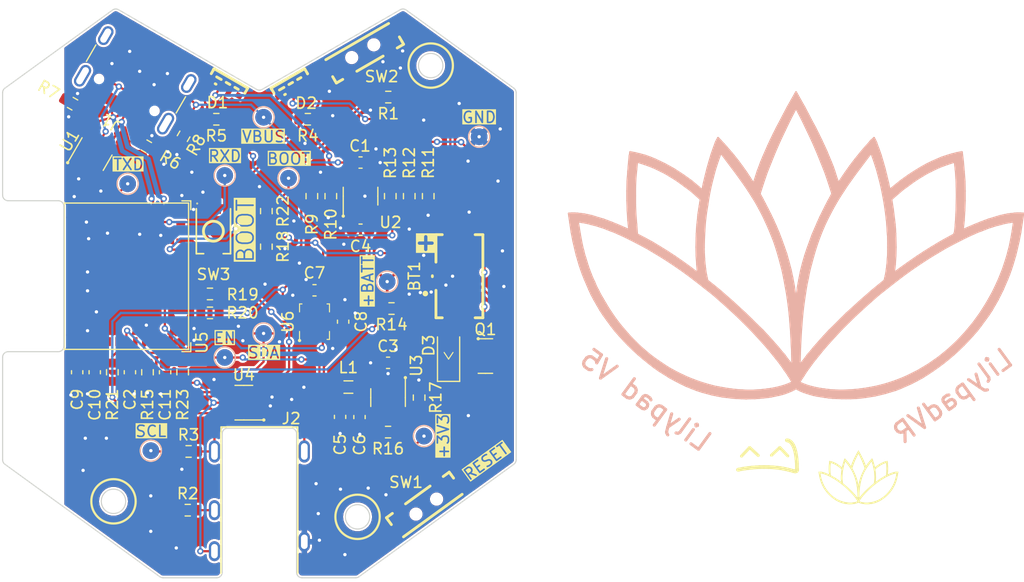
<source format=kicad_pcb>
(kicad_pcb (version 20240108) (generator "pcbnew") (generator_version "8.0")
  (layers (0 "F.Cu" signal) (31 "B.Cu" signal) (34 "B.Paste" user) (35 "F.Paste" user) (36 "B.SilkS" user "B.Silkscreen") (37 "F.SilkS" user "F.Silkscreen") (38 "B.Mask" user) (39 "F.Mask" user) (44 "Edge.Cuts" user))
  (net 0 "")
  (net 1 "+3V3")
  (net 2 "GND")
  (net 3 "VBUS")
  (net 4 "Net-(J1-CC1)")
  (net 5 "Net-(J1-CC2)")
  (net 6 "ADC")
  (net 7 "EN")
  (net 8 "Net-(D1-RK)")
  (net 12 "+BATT")
  (net 14 "Net-(D2-BK)")
  (net 15 "D+")
  (net 16 "D-")
  (net 19 "Net-(J2-Pin_3)")
  (net 20 "Net-(J2-Pin_4)")
  (net 21 "VCC")
  (net 22 "USER_IO")
  (net 23 "SDA")
  (net 24 "SCL")
  (net 25 "CHRG_LED")
  (net 26 "STATUS_LED")
  (net 27 "Net-(U3-SW)")
  (net 28 "Net-(U2-TS)")
  (net 29 "Net-(R10-Pad1)")
  (net 30 "Net-(R11-Pad1)")
  (net 31 "Net-(R12-Pad1)")
  (net 32 "Net-(U2-ISET)")
  (net 33 "IO2")
  (net 34 "BOOT")
  (net 37 "INT_MAIN")
  (net 45 "TXD")
  (net 46 "RXD")
  (net 48 "IO8")
  (net 50 "Net-(U3-FB)")
  (footprint "Lilypad Footprints:TestPoint_Pad_D1.5mm" (layer "F.Cu") (at 126.76603 90.560544)
    (property "Reference" "TP9" (hide yes))
    (property "Value" "BOOT")
  )
  (footprint "Lilypad Footprints:R_0603_1608Metric" (layer "F.Cu") (at 138.537513 110.35 90)
    (property "Reference" "R17")
    (property "Value" "150k" (hide yes))
  )
  (footprint "Lilypad Footprints:R_0603_1608Metric" (layer "F.Cu") (at 135.937012 92.174999 -90)
    (property "Reference" "R13")
    (property "Value" "220R" (hide yes))
  )
  (footprint "Lilypad Footprints:LED-SMD_FM-3510RGBA-SG" (layer "F.Cu") (at 127.182652 82.503987 30)
    (property "Reference" "D2")
    (property "Value" "STATUS_LED" (hide yes))
  )
  (footprint "Lilypad Footprints:SOT-23" (layer "F.Cu") (at 144.5125 106.6)
    (property "Reference" "Q1")
    (property "Value" "AO3401A" (hide yes))
  )
  (footprint "Lilypad Footprints:TestPoint_Pad_D1.5mm" (layer "F.Cu") (at 143.947554 86.81555)
    (property "Reference" "TP10" (hide yes))
    (property "Value" "GND")
  )
  (footprint "Lilypad Footprints:TestPoint_Pad_D1.5mm" (layer "F.Cu") (at 112.266029 91.060544)
    (property "Reference" "TP6" (hide yes))
    (property "Value" "TXD")
  )
  (footprint "Lilypad Footprints:R_0603_1608Metric" (layer "F.Cu") (at 117.682014 120.507543 180)
    (property "Reference" "R2")
    (property "Value" "220R" (hide yes))
  )
  (footprint "Lilypad Footprints:ESP32-C3-MINI-1" (layer "F.Cu") (at 109.453159 99.399297 90)
    (property "Reference" "U5")
    (property "Value" "ESP32-C3-MINI-1-N4")
  )
  (footprint "Lilypad Footprints:Bosch_LGA-14_3x2.5mm_P0.5mm" (layer "F.Cu") (at 129.107015 103.499999 90)
    (property "Reference" "U6")
    (property "Value" "BMI270" (hide yes))
  )
  (footprint "Lilypad Footprints:C_0603_1608Metric" (layer "F.Cu") (at 131.412511 112.0905 -90)
    (property "Reference" "C5")
    (property "Value" "4.7uF" (hide yes))
  )
  (footprint "Lilypad Footprints:C_0603_1608Metric" (layer "F.Cu") (at 133.257012 95.204498 180)
    (property "Reference" "C4")
    (property "Value" "4.7uF" (hide yes))
  )
  (footprint "Lilypad Footprints:TestPoint_Pad_D1.5mm" (layer "F.Cu") (at 114.357012 115.1375)
    (property "Reference" "TP4" (hide yes))
    (property "Value" "SCL")
  )
  (footprint "Lilypad Footprints:LED-SMD_FM-3510RGBA-SG" (layer "F.Cu") (at 120.990238 82.443197 -30)
    (property "Reference" "D1")
    (property "Value" "CHARGING_LED" (hide yes))
  )
  (footprint "Lilypad Footprints:R_0603_1608Metric" (layer "F.Cu") (at 128.507015 85.237499 180)
    (property "Reference" "R4")
    (property "Value" "3k" (hide yes))
  )
  (footprint "Lilypad Footprints:R_0603_1608Metric" (layer "F.Cu") (at 110.883015 108.062499 -90)
    (property "Reference" "R21")
    (property "Value" "5k1" (hide yes))
  )
  (footprint "Lilypad Footprints:R_0603_1608Metric" (layer "F.Cu") (at 136.047554 102.315551 180)
    (property "Reference" "R14")
    (property "Value" "150k" (hide yes))
  )
  (footprint "Lilypad Footprints:R_0603_1608Metric" (layer "F.Cu") (at 124.766028 96.735543 90)
    (property "Reference" "R18")
    (property "Value" "5k1" (hide yes))
  )
  (footprint "Lilypad Footprints:C_0603_1608Metric" (layer "F.Cu") (at 107.713013 108.062498 -90)
    (property "Reference" "C9")
    (property "Value" "100nF" (hide yes))
  )
  (footprint "Lilypad Footprints:R_0603_1608Metric" (layer "F.Cu") (at 117.757013 115.207568 180)
    (property "Reference" "R3")
    (property "Value" "220R" (hide yes))
  )
  (footprint "Lilypad Footprints:R_0603_1608Metric" (layer "F.Cu") (at 114.053015 108.0625 -90)
    (property "Reference" "R15")
    (property "Value" "150k" (hide yes))
  )
  (footprint "Lilypad Footprints:SW-SMD_L3.9-W3.0-P4.45" (layer "F.Cu") (at 119.994015 95.339206 90)
    (property "Reference" "SW3")
    (property "Value" "BTN_BOOT" (hide yes))
  )
  (footprint "Lilypad Footprints:C_0603_1608Metric" (layer "F.Cu") (at 131.687012 103.499997 90)
    (property "Reference" "C8")
    (property "Value" "100nF" (hide yes))
  )
  (footprint "Lilypad Footprints:R_0603_1608Metric" (layer "F.Cu") (at 119.683012 100.999545)
    (property "Reference" "R19")
    (property "Value" "5k1" (hide yes))
  )
  (footprint "Lilypad Footprints:TestPoint_Pad_D1.5mm" (layer "F.Cu") (at 124.516029 85.060546 180)
    (property "Reference" "TP1" (hide yes))
    (property "Value" "VBUS")
  )
  (footprint "Lilypad Footprints:R_0603_1608Metric" (layer "F.Cu") (at 113.947751 87.675201 150)
    (property "Reference" "R6")
    (property "Value" "5k1" (hide yes))
  )
  (footprint "Lilypad Footprints:TestPoint_Pad_D1.5mm" (layer "F.Cu") (at 124.516029 104.560544 180)
    (property "Reference" "TP5" (hide yes))
    (property "Value" "SDA")
  )
  (footprint "Lilypad Footprints:C_0603_1608Metric" (layer "F.Cu") (at 133.257012 89.144498)
    (property "Reference" "C1")
    (property "Value" "4.7uF" (hide yes))
  )
  (footprint "Lilypad Footprints:R_0603_1608Metric" (layer "F.Cu") (at 117.307675 86.774873 -120)
    (property "Reference" "R8")
    (property "Value" "150k" (hide yes))
  )
  (footprint "Lilypad Footprints:L_0806_2012Metric" (layer "F.Cu") (at 132.1625 109.4 180)
    (property "Reference" "L1")
    (property "Value" "4.7uH" (hide yes))
  )
  (footprint "Lilypad Footprints:R_0603_1608Metric" (layer "F.Cu") (at 137.647012 92.175 90)
    (property "Reference" "R12")
    (property "Value" "220R" (hide yes))
  )
  (footprint "Lilypad Footprints:C_0603_1608Metric" (layer "F.Cu") (at 109.298015 108.062499 -90)
    (property "Reference" "C10")
    (property "Value" "4.7uF" (hide yes))
  )
  (footprint "Lilypad Footprints:C_0603_1608Metric" (layer "F.Cu") (at 133.162515 112.104501 -90)
    (property "Reference" "C6")
    (property "Value" "4.7uF" (hide yes))
  )
  (footprint "Lilypad Footprints:R_0603_1608Metric" (layer "F.Cu") (at 128.867012 92.175 90)
    (property "Reference" "R9")
    (property "Value" "5k1" (hide yes))
  )
  (footprint "Lilypad Footprints:D_SOD-123" (layer "F.Cu") (at 141.192 106.525 90)
    (property "Reference" "D3")
    (property "Value" "1N5817W" (hide yes))
  )
  (footprint "Lilypad Footprints:R_0603_1608Metric" (layer "F.Cu") (at 117.223161 108.062498 90)
    (property "Reference" "R23")
    (property "Value" "5k1" (hide yes))
  )
  (footprint "Lilypad Footprints:R_0603_1608Metric" (layer "F.Cu") (at 139.357012 92.174998 -90)
    (property "Reference" "R11")
    (property "Value" "220R" (hide yes))
  )
  (footprint "Lilypad Footprints:C_0603_1608Metric" (layer "F.Cu") (at 129.107015 100.669999)
    (property "Reference" "C7")
    (property "Value" "100nF" (hide yes))
  )
  (footprint "Lilypad Footprints:SW-SMD_TS-KG012EV" (layer "F.Cu") (at 138.844122 119.719147 36)
    (property "Reference" "SW1")
    (property "Value" "BTN_RESET" (hide yes))
  )
  (footprint "Lilypad Footprints:SOT-23-6" (layer "F.Cu") (at 133.257012 92.174998 90)
    (property "Reference" "U2")
    (property "Value" "BQ21040" (hide yes))
  )
  (footprint "Lilypad Footprints:R_0603_1608Metric" (layer "F.Cu") (at 135.757012 83.2375)
    (property "Reference" "R1")
    (property "Value" "5k1" (hide yes))
  )
  (footprint "Lilypad Footprints:C_0603_1608Metric" (layer "F.Cu") (at 112.468013 108.0625 90)
    (property "Reference" "C2")
    (property "Value" "100nF" (hide yes))
  )
  (footprint "Lilypad Footprints:R_0603_1608Metric" (layer "F.Cu") (at 120.257013 85.237499)
    (property "Reference" "R5")
    (property "Value" "3k" (hide yes))
  )
  (footprint "Lilypad Footprints:SOT-23-6" (layer "F.Cu") (at 109.107963 88.37796 60)
    (property "Reference" "U1")
    (property "Value" "SRV05-4" (hide yes))
  )
  (footprint "Lilypad Footprints:R_0603_1608Metric" (layer "F.Cu") (at 135.737513 113.462499)
    (property "Reference" "R16")
    (property "Value" "680k" (hide yes))
  )
  (footprint "Lilypad Footprints:TestPoint_Pad_D1.5mm" (layer "F.Cu") (at 135.657011 99.8875 90)
    (property "Reference" "TP2" (hide yes))
    (property "Value" "+BATT")
  )
  (footprint "Lilypad Footprints:TestPoint_Pad_D1.5mm" (layer "F.Cu") (at 121.016029 90.310544)
    (property "Reference" "TP7" (hide yes))
    (property "Value" "RXD")
  )
  (footprint "Lilypad Footprints:R_0603_1608Metric" (layer "F.Cu") (at 119.683012 102.709299)
    (property "Reference" "R20")
    (property "Value" "5k1" (hide yes))
  )
  (footprint "Lilypad Footprints:R_0603_1608Metric" (layer "F.Cu") (at 107.296675 83.835202 150)
    (property "Reference" "R7")
    (property "Value" "5k1" (hide yes))
  )
  (footprint "Lilypad Footprints:SW-SMD_TS-KG012EV" (layer "F.Cu") (at 133.744424 79.595194 -150)
    (property "Reference" "SW2")
    (property "Value" "BTN_USER" (hide yes))
  )
  (footprint "Lilypad Footprints:R_0603_1608Metric" (layer "F.Cu") (at 124.766027 93.525544 -90)
    (property "Reference" "R22")
    (property "Value" "5k1" (hide yes))
  )
  (footprint "Lilypad Footprints:SOT-23-5" (layer "F.Cu") (at 135.737511 110.35 -90)
    (property "Reference" "U3")
    (property "Value" "M3406" (hide yes))
  )
  (footprint "Lilypad Footprints:TestPoint_Pad_D1.5mm" (layer "F.Cu") (at 138.975 113.825 -90)
    (property "Reference" "TP3" (hide yes))
    (property "Value" "+3V3")
  )
  (footprint "Lilypad Footprints:TestPoint_Pad_D1.5mm" (layer "F.Cu") (at 121.01603 106.732384)
    (property "Reference" "TP8" (hide yes))
    (property "Value" "EN")
  )
  (footprint "Lilypad Footprints:R_0603_1608Metric" (layer "F.Cu") (at 130.57701 92.174999 -90)
    (property "Reference" "R10")
    (property "Value" "5k1" (hide yes))
  )
  (footprint "Lilypad Footprints:AUDIO-TH_ST-0277D00-052-142" (layer "F.Cu") (at 124.137924 119.707568 90)
    (property "Reference" "J2")
    (property "Value" "TRRS")
  )
  (footprint "Lilypad Footprints:C_0603_1608Metric" (layer "F.Cu") (at 115.63816 108.062501 -90)
    (property "Reference" "C11")
    (property "Value" "100nF" (hide yes))
  )
  (footprint "Lilypad Footprints:USB_C_Receptacle_GCT_USB4105-xx-A_16P_TopMnt_Horizontal" (layer "F.Cu") (at 113.492048 80.784503 150)
    (property "Reference" "J1")
    (property "Value" "USB-C")
  )
  (footprint "Lilypad Footprints:SOT-23-6" (layer "F.Cu") (at 122.737513 110.807502 180)
    (property "Reference" "U4")
    (property "Value" "SRV05-4" (hide yes))
  )
  (footprint "Lilypad Footprints:C_0603_1608Metric" (layer "F.Cu") (at 135.737513 107.2125 180)
    (property "Reference" "C3")
    (property "Value" "4.7uF" (hide yes))
  )
  (footprint "Lilypad Footprints:CONN-SMD_2P-P1.25_XUNPU_WAFER-MX1.25-2PWB" (layer "F.Cu") (at 140.85395 99.399285 90)
    (property "Reference" "BT1")
    (property "Value" "Micro-JST")
  )
  (gr_line (start 168.150275 109.719872) (end 168.613919 109.719822) (stroke (width 0.178028)) (layer "B.SilkS"))
  (gr_line (start 160.908619 107.598345) (end 161.370378 107.867229) (stroke (width 0.178028)) (layer "B.SilkS"))
  (gr_line (start 174.485119 96.260107) (end 174.71697 95.635187) (stroke (width 0.178028)) (layer "B.SilkS"))
  (gr_line (start 172.011285 103.783664) (end 171.959364 103.106824) (stroke (width 0.178028)) (layer "B.SilkS"))
  (gr_line (start 158.008182 92.141334) (end 158.008192 92.961008) (stroke (width 0.178028)) (layer "B.SilkS"))
  (gr_line (start 165.730204 109.452817) (end 166.229072 109.541826) (stroke (width 0.178028)) (layer "B.SilkS"))
  (gr_line (start 179.538572 86.917338) (end 179.64612 87.130578) (stroke (width 0.178028)) (layer "B.SilkS"))
  (gr_line (start 171.887011 102.392827) (end 171.798006 101.697437) (stroke (width 0.178028)) (layer "B.SilkS"))
  (gr_line (start 158.18624 89.074068) (end 158.542226 89.181634) (stroke (width 0.178028)) (layer "B.SilkS"))
  (gr_line (start 158.291936 106.457849) (end 158.755538 106.850953) (stroke (width 0.178028)) (layer "B.SilkS"))
  (gr_line (start 156.815783 95.707476) (end 156.459733 95.54612) (stroke (width 0.178028)) (layer "B.SilkS"))
  (gr_line (start 153.346032 97.098328) (end 153.416537 97.419163) (stroke (width 0.178028)) (layer "B.SilkS"))
  (gr_line (start 161.531715 89.752802) (end 161.121831 89.520982) (stroke (width 0.178028)) (layer "B.SilkS"))
  (gr_line (start 173.133241 102.392821) (end 173.222237 101.69741) (stroke (width 0.178028)) (layer "B.SilkS"))
  (gr_line (start 171.959364 103.106824) (end 171.887011 102.392827) (stroke (width 0.178028)) (layer "B.SilkS"))
  (gr_line (start 192.742349 93.728775) (end 192.475286 93.728794) (stroke (width 0.178028)) (layer "B.SilkS"))
  (gr_line (start 152.865784 97.936558) (end 152.98998 98.363076) (stroke (width 0.178028)) (layer "B.SilkS"))
  (gr_line (start 170.783626 85.990081) (end 171.104425 85.402227) (stroke (width 0.178028)) (layer "B.SilkS"))
  (gr_line (start 177.385526 89.467194) (end 176.958962 90.07361) (stroke (width 0.178028)) (layer "B.SilkS"))
  (gr_line (start 180.321136 89.057354) (end 180.49918 89.680464) (stroke (width 0.178028)) (layer "B.SilkS"))
  (gr_line (start 170.74838 96.901788) (end 170.535107 96.260091) (stroke (width 0.178028)) (layer "B.SilkS"))
  (gr_line (start 156.583952 104.74614) (end 156.993786 105.19123) (stroke (width 0.178028)) (layer "B.SilkS"))
  (gr_line (start 164.645316 92.17659) (end 164.804824 91.375452) (stroke (width 0.178028)) (layer "B.SilkS"))
  (gr_line (start 171.336218 107.635438) (end 171.139676 107.366534) (stroke (width 0.178028)) (layer "B.SilkS"))
  (gr_line (start 176.122654 92.764453) (end 176.443445 92.230392) (stroke (width 0.178028)) (layer "B.SilkS"))
  (gr_line (start 184.094962 97.187375) (end 183.418088 97.632412) (stroke (width 0.178028)) (layer "B.SilkS"))
  (gr_line (start 181.265072 91.375443) (end 181.585876 91.106572) (stroke (width 0.178028)) (layer "B.SilkS"))
  (gr_line (start 191.76318 96.777506) (end 191.674167 97.098347) (stroke (width 0.178028)) (layer "B.SilkS"))
  (gr_line (start 170.001023 104.818458) (end 170.446106 105.317361) (stroke (width 0.178028)) (layer "B.SilkS"))
  (gr_line (start 186.995383 91.338374) (end 187.012012 92.141374) (stroke (width 0.178028)) (layer "B.SilkS"))
  (gr_line (start 170.286632 95.63517) (end 170.036259 95.028775) (stroke (width 0.178028)) (layer "B.SilkS"))
  (gr_line (start 192.154479 97.936578) (end 192.030227 98.363101) (stroke (width 0.178028)) (layer "B.SilkS"))
  (gr_line (start 187.012083 92.141339) (end 186.995353 92.961026) (stroke (width 0.178028)) (layer "B.SilkS"))
  (gr_line (start 153.132816 96.152561) (end 153.257038 96.777536) (stroke (width 0.178028)) (layer "B.SilkS"))
  (gr_line (start 192.475286 93.728794) (end 192.191575 93.745472) (stroke (width 0.178028)) (layer "B.SilkS"))
  (gr_line (start 159.697617 107.598335) (end 160.177937 107.937687) (stroke (width 0.178028)) (layer "B.SilkS"))
  (gr_line (start 181.815799 91.83908) (end 181.461626 92.141327) (stroke (width 0.178028)) (layer "B.SilkS"))
  (gr_line (start 172.065055 107.349848) (end 172.1893 107.544569) (stroke (width 0.178028)) (layer "B.SilkS"))
  (gr_line (start 174.752193 106.261268) (end 174.983975 105.975678) (stroke (width 0.178028)) (layer "B.SilkS"))
  (gr_line (start 181.941932 109.488058) (end 181.47831 109.667888) (stroke (width 0.178028)) (layer "B.SilkS"))
  (gr_line (start 189.218858 95.279079) (end 189.539653 95.154867) (stroke (width 0.178028)) (layer "B.SilkS"))
  (gr_line (start 170.23284 89.127816) (end 170.624152 88.165379) (stroke (width 0.178028)) (layer "B.SilkS"))
  (gr_line (start 191.959751 94.494665) (end 192.173025 94.476133) (stroke (width 0.178028)) (layer "B.SilkS"))
  (gr_line (start 177.830588 90.197879) (end 179.290089 88.254409) (stroke (width 0.178028)) (layer "B.SilkS"))
  (gr_line (start 158.985453 96.812732) (end 158.238147 96.419606) (stroke (width 0.178028)) (layer "B.SilkS"))
  (gr_line (start 172.20788 108.972525) (end 172.083597 108.775924) (stroke (width 0.178028)) (layer "B.SilkS"))
  (gr_line (start 188.881383 95.403389) (end 189.218858 95.279079) (stroke (width 0.178028)) (layer "B.SilkS"))
  (gr_line (start 186.566975 88.397183) (end 187.012027 88.289612) (stroke (width 0.178028)) (layer "B.SilkS"))
  (gr_line (start 192.030227 98.363101) (end 191.887465 98.791458) (stroke (width 0.178028)) (layer "B.SilkS"))
  (gr_line (start 170.286621 110.255779) (end 170.624157 110.18349) (stroke (width 0.178028)) (layer "B.SilkS"))
  (gr_line (start 159.200642 106.387371) (end 159.60862 106.70823) (stroke (width 0.178028)) (layer "B.SilkS"))
  (gr_line (start 164.467282 99.540706) (end 164.413546 99.290331) (stroke (width 0.178028)) (layer "B.SilkS"))
  (gr_line (start 165.071855 87.898347) (end 164.877137 88.450967) (stroke (width 0.178028)) (layer "B.SilkS"))
  (gr_line (start 161.761654 90.750477) (end 162.117679 91.000862) (stroke (width 0.178028)) (layer "B.SilkS"))
  (gr_line (start 172.91995 108.775892) (end 173.060913 108.560802) (stroke (width 0.178028)) (layer "B.SilkS"))
  (gr_line (start 162.295725 98.114591) (end 162.989318 98.613438) (stroke (width 0.178028)) (layer "B.SilkS"))
  (gr_line (start 187.724181 92.586431) (end 187.688912 93.478463) (stroke (width 0.178028)) (layer "B.SilkS"))
  (gr_line (start 164.52109 99.789182) (end 164.467282 99.540706) (stroke (width 0.178028)) (layer "B.SilkS"))
  (gr_line (start 173.060913 108.560802) (end 173.203685 108.34754) (stroke (width 0.178028)) (layer "B.SilkS"))
  (gr_line (start 165.214676 89.769505) (end 165.46315 89.003592) (stroke (width 0.178028)) (layer "B.SilkS"))
  (gr_line (start 152.828696 93.745476) (end 153.114287 93.780709) (stroke (width 0.178028)) (layer "B.SilkS"))
  (gr_line (start 163.612404 94.707949) (end 163.577153 95.136319) (stroke (width 0.178028)) (layer "B.SilkS"))
  (gr_line (start 174.147625 105.797638) (end 173.756293 106.279811) (stroke (width 0.178028)) (layer "B.SilkS"))
  (gr_line (start 152.544944 93.728779) (end 152.828696 93.745476) (stroke (width 0.178028)) (layer "B.SilkS"))
  (gr_line (start 186.034744 96.812764) (end 186.782094 96.419626) (stroke (width 0.178028)) (layer "B.SilkS"))
  (gr_line (start 171.425242 84.777282) (end 171.762763 84.135627) (stroke (width 0.178028)) (layer "B.SilkS"))
  (gr_line (start 182.297999 90.55395) (end 182.670757 90.28689) (stroke (width 0.178028)) (layer "B.SilkS"))
  (gr_line (start 180.819977 96.063544) (end 180.766204 95.332886) (stroke (width 0.178028)) (layer "B.SilkS"))
  (gr_line (start 173.257501 84.13563) (end 172.884711 83.477307) (stroke (width 0.178028)) (layer "B.SilkS"))
  (gr_line (start 176.958962 90.07361) (end 176.745759 90.394464) (stroke (width 0.178028)) (layer "B.SilkS"))
  (gr_line (start 154.074872 101.055815) (end 154.323395 101.519381) (stroke (width 0.178028)) (layer "B.SilkS"))
  (gr_line (start 179.538572 86.917338) (end 179.201011 87.273396) (stroke (width 0.178028)) (layer "B.SilkS"))
  (gr_line (start 168.96812 104.781404) (end 168.38212 104.158272) (stroke (width 0.178028)) (layer "B.SilkS"))
  (gr_line (start 191.994986 95.56469) (end 191.887451 96.152548) (stroke (width 0.178028)) (layer "B.SilkS"))
  (gr_line (start 153.524081 97.756688) (end 153.629771 98.096028) (stroke (width 0.178028)) (layer "B.SilkS"))
  (gr_line (start 171.514247 86.205213) (end 171.99458 85.205653) (stroke (width 0.178028)) (layer "B.SilkS"))
  (gr_line (start 178.791208 109.541849) (end 178.29416 109.614098) (stroke (width 0.178028)) (layer "B.SilkS"))
  (gr_line (start 174.733651 110.237233) (end 174.396116 110.183493) (stroke (width 0.178028)) (layer "B.SilkS"))
  (gr_line (start 192.191575 93.745472) (end 191.905978 93.780691) (stroke (width 0.178028)) (layer "B.SilkS"))
  (gr_line (start 155.337793 101.858733) (end 155.569607 102.250063) (stroke (width 0.178028)) (layer "B.SilkS"))
  (gr_line (start 170.268107 106.261239) (end 170.036286 105.97571) (stroke (width 0.178028)) (layer "B.SilkS"))
  (gr_line (start 176.621485 110.415258) (end 176.211627 110.398564) (stroke (width 0.178028)) (layer "B.SilkS"))
  (gr_line (start 180.018876 90.572465) (end 179.805571 89.769493) (stroke (width 0.178028)) (layer "B.SilkS"))
  (gr_line (start 190.144213 101.074308) (end 189.912427 101.465629) (stroke (width 0.178028)) (layer "B.SilkS"))
  (gr_line (start 188.328724 103.837464) (end 188.00975 104.212063) (stroke (width 0.178028)) (layer "B.SilkS"))
  (gr_line (start 172.669602 100.395603) (end 172.580585 101.163357) (stroke (width 0.178028)) (layer "B.SilkS"))
  (gr_line (start 180.820007 91.000849) (end 180.962732 91.659198) (stroke (width 0.178028)) (layer "B.SilkS"))
  (gr_line (start 158.915092 89.305889) (end 159.271051 89.431986) (stroke (width 0.178028)) (layer "B.SilkS"))
  (gr_line (start 172.884711 83.477307) (end 172.510186 82.798579) (stroke (width 0.178028)) (layer "B.SilkS"))
  (gr_line (start 191.549953 99.683464) (end 191.355212 100.128571) (stroke (width 0.178028)) (layer "B.SilkS"))
  (gr_line (start 163.755219 108.935451) (end 164.254053 109.096748) (stroke (width 0.178028)) (layer "B.SilkS"))
  (gr_line (start 192.173025 94.476133) (end 192.08401 95.012073) (stroke (width 0.178028)) (layer "B.SilkS"))
  (gr_line (start 174.23661 95.101063) (end 173.986266 95.672274) (stroke (width 0.178028)) (layer "B.SilkS"))
  (gr_line (start 169.502167 109.667914) (end 169.912007 109.614136) (stroke (width 0.178028)) (layer "B.SilkS"))
  (gr_line (start 164.289298 100.449342) (end 163.541917 99.861517) (stroke (width 0.178028)) (layer "B.SilkS"))
  (gr_line (start 172.08359 109.738394) (end 172.296881 109.630806) (stroke (width 0.178028)) (layer "B.SilkS"))
  (gr_line (start 159.271051 89.431986) (end 159.627182 89.574797) (stroke (width 0.178028)) (layer "B.SilkS"))
  (gr_line (start 181.745395 108.757383) (end 181.265047 108.935413) (stroke (width 0.178028)) (layer "B.SilkS"))
  (gr_line (start 162.117679 91.000862) (end 162.473737 91.267883) (stroke (width 0.178028)) (layer "B.SilkS"))
  (gr_line (start 169.520747 104.301092) (end 170.001023 104.818458) (stroke (width 0.178028)) (layer "B.SilkS"))
  (gr_line (start 190.58929 94.066283) (end 190.23323 94.173906) (stroke (width 0.178028)) (layer "B.SilkS"))
  (gr_line (start 190.429831 101.983034) (end 190.162803 102.446652) (stroke (width 0.178028)) (layer "B.SilkS"))
  (gr_line (start 175.659014 89.092608) (end 175.464307 88.628976) (stroke (width 0.178028)) (layer "B.SilkS"))
  (gr_line (start 166.726058 109.614154) (end 167.208201 109.667879) (stroke (width 0.178028)) (layer "B.SilkS"))
  (gr_line (start 173.222237 101.69741) (end 173.327964 100.985328) (stroke (width 0.178028)) (layer "B.SilkS"))
  (gr_line (start 164.200245 96.79422) (end 164.218817 96.063546) (stroke (width 0.178028)) (layer "B.SilkS"))
  (gr_line (start 160.339252 89.912288) (end 160.695306 90.090328) (stroke (width 0.178028)) (layer "B.SilkS"))
  (gr_line (start 153.754031 94.618936) (end 153.505559 94.56517) (stroke (width 0.178028)) (layer "B.SilkS"))
  (gr_line (start 153.665027 100.128524) (end 153.861617 100.592152) (stroke (width 0.178028)) (layer "B.SilkS"))
  (gr_line (start 173.3465 108.115714) (end 173.505981 107.883889) (stroke (width 0.178028)) (layer "B.SilkS"))
  (gr_line (start 157.687372 104.977977) (end 158.043413 105.334059) (stroke (width 0.178028)) (layer "B.SilkS"))
  (gr_line (start 177.261248 103.533309) (end 177.90105 102.910256) (stroke (width 0.178028)) (layer "B.SilkS"))
  (gr_line (start 182.422235 109.274775) (end 181.941932 109.488058) (stroke (width 0.178028)) (layer "B.SilkS"))
  (gr_line (start 183.258606 90.75052) (end 182.90255 91.000842) (stroke (width 0.178028)) (layer "B.SilkS"))
  (gr_line (start 171.388155 109.310003) (end 171.692262 109.204319) (stroke (width 0.178028)) (layer "B.SilkS"))
  (gr_line (start 172.866192 106.404059) (end 172.884719 105.780941) (stroke (width 0.178028)) (layer "B.SilkS"))
  (gr_line (start 167.297229 89.022149) (end 167.651438 89.502438) (stroke (width 0.178028)) (layer "B.SilkS"))
  (gr_line (start 158.186212 95.618502) (end 158.861239 95.974537) (stroke (width 0.178028)) (layer "B.SilkS"))
  (gr_line (start 190.926824 93.960591) (end 190.58929 94.066283) (stroke (width 0.178028)) (layer "B.SilkS"))
  (gr_line (start 180.072616 110.059201) (end 179.627571 110.166791) (stroke (width 0.178028)) (layer "B.SilkS"))
  (gr_line (start 175.445737 110.344833) (end 175.08971 110.291005) (stroke (width 0.178028)) (layer "B.SilkS"))
  (gr_line (start 154.857457 102.446637) (end 155.159771 102.91023) (stroke (width 0.178028)) (layer "B.SilkS"))
  (gr_line (start 159.360137 88.68278) (end 158.915017 88.521441) (stroke (width 0.178028)) (layer "B.SilkS"))
  (gr_line (start 180.66052 90.34065) (end 180.820007 91.000849) (stroke (width 0.178028)) (layer "B.SilkS"))
  (gr_line (start 152.437365 96.241564) (end 152.633968 97.079787) (stroke (width 0.178028)) (layer "B.SilkS"))
  (gr_line (start 187.618467 105.619602) (end 187.173398 106.048) (stroke (width 0.178028)) (layer "B.SilkS"))
  (gr_line (start 177.865834 110.398586) (end 177.439291 110.415258) (stroke (width 0.178028)) (layer "B.SilkS"))
  (gr_line (start 168.007466 110.433818) (end 168.417304 110.415261) (stroke (width 0.178028)) (layer "B.SilkS"))
  (gr_line (start 157.401826 105.619632) (end 157.846892 106.048002) (stroke (width 0.178028)) (layer "B.SilkS"))
  (gr_line (start 173.632087 109.31002) (end 173.327925 109.2043) (stroke (width 0.178028)) (layer "B.SilkS"))
  (gr_line (start 179.201011 87.273396) (end 178.880235 87.631287) (stroke (width 0.178028)) (layer "B.SilkS"))
  (gr_line (start 182.724564 98.114584) (end 182.03097 98.613468) (stroke (width 0.178028)) (layer "B.SilkS"))
  (gr_line (start 163.577153 95.136319) (end 163.558616 95.546166) (stroke (width 0.178028)) (layer "B.SilkS"))
  (gr_line (start 158.542226 89.181634) (end 158.915092 89.305889) (stroke (width 0.178028)) (layer "B.SilkS"))
  (gr_line (start 177.849127 88.860798) (end 177.385526 89.467194) (stroke (width 0.178028)) (layer "B.SilkS"))
  (gr_line (start 185.411644 106.708209) (end 184.983243 107.010462) (stroke (width 0.178028)) (layer "B.SilkS"))
  (gr_line (start 177.11849 91.195575) (end 177.830588 90.197879) (stroke (width 0.178028)) (layer "B.SilkS"))
  (gr_line (start 153.754031 93.88826) (end 154.09343 93.96059) (stroke (width 0.178028)) (layer "B.SilkS"))
  (gr_line (start 167.154387 110.398564) (end 167.580969 110.415274) (stroke (width 0.178028)) (layer "B.SilkS"))
  (gr_line (start 173.0609 109.096727) (end 172.812439 108.972491) (stroke (width 0.178028)) (layer "B.SilkS"))
  (gr_line (start 186.906346 89.806616) (end 186.960144 90.55392) (stroke (width 0.178028)) (layer "B.SilkS"))
  (gr_line (start 174.698382 109.560362) (end 174.325635 109.488033) (stroke (width 0.178028)) (layer "B.SilkS"))
  (gr_line (start 187.72415 91.712987) (end 187.724181 92.586431) (stroke (width 0.178028)) (layer "B.SilkS"))
  (gr_line (start 164.521115 89.680477) (end 164.359761 90.340662) (stroke (width 0.178028)) (layer "B.SilkS"))
  (gr_line (start 165.69495 100.734959) (end 166.833617 101.732667) (stroke (width 0.178028)) (layer "B.SilkS"))
  (gr_line (start 153.114287 93.780709) (end 153.43509 93.817781) (stroke (width 0.178028)) (layer "B.SilkS"))
  (gr_line (start 155.49916 103.373849) (end 155.836627 103.837475) (stroke (width 0.178028)) (layer "B.SilkS"))
  (gr_line (start 183.186308 108.11572) (end 182.705945 108.347527) (stroke (width 0.178028)) (layer "B.SilkS"))
  (gr_line (start 168.613919 109.719822) (end 169.057096 109.703156) (stroke (width 0.178028)) (layer "B.SilkS"))
  (gr_line (start 175.820315 110.380004) (end 175.445737 110.344833) (stroke (width 0.178028)) (layer "B.SilkS"))
  (gr_line (start 171.959338 109.096722) (end 172.20788 108.972525) (stroke (width 0.178028)) (layer "B.SilkS"))
  (gr_line (start 163.755207 91.375464) (end 163.434371 91.106537) (stroke (width 0.178028)) (layer "B.SilkS"))
  (gr_line (start 161.602197 97.632441) (end 162.295725 98.114591) (stroke (width 0.178028)) (layer "B.SilkS"))
  (gr_line (start 169.466935 92.391693) (end 169.698748 92.836794) (stroke (width 0.178028)) (layer "B.SilkS"))
  (gr_line (start 171.549517 109.951631) (end 171.816544 109.845948) (stroke (width 0.178028)) (layer "B.SilkS"))
  (gr_line (start 180.606734 99.290316) (end 180.660493 99.004746) (stroke (width 0.178028)) (layer "B.SilkS"))
  (gr_line (start 173.543066 96.901755) (end 173.327914 97.543419) (stroke (width 0.178028)) (layer "B.SilkS"))
  (gr_line (start 192.582827 96.241593) (end 192.386329 97.079819) (stroke (width 0.178028)) (layer "B.SilkS"))
  (gr_line (start 189.450676 102.25005) (end 189.183587 102.659898) (stroke (width 0.178028)) (layer "B.SilkS"))
  (gr_line (start 154.145385 99.540632) (end 154.32336 99.915263) (stroke (width 0.178028)) (layer "B.SilkS"))
  (gr_line (start 182.546505 91.267875) (end 182.1719 91.534958) (stroke (width 0.178028)) (layer "B.SilkS"))
  (gr_line (start 178.186629 101.732636) (end 177.634017 102.250067) (stroke (width 0.178028)) (layer "B.SilkS"))
  (gr_line (start 161.637402 108.811152) (end 162.117704 109.061497) (stroke (width 0.178028)) (layer "B.SilkS"))
  (gr_line (start 179.325287 100.734945) (end 178.186629 101.732636) (stroke (width 0.178028)) (layer "B.SilkS"))
  (gr_line (start 171.762763 84.135627) (end 172.135494 83.477325) (stroke (width 0.178028)) (layer "B.SilkS"))
  (gr_line (start 177.634017 102.250067) (end 177.064685 102.748914) (stroke (width 0.178028)) (layer "B.SilkS"))
  (gr_line (start 173.203685 108.34754) (end 173.3465 108.115714) (stroke (width 0.178028)) (layer "B.SilkS"))
  (gr_line (start 165.748716 87.202912) (end 166.015784 87.488514) (stroke (width 0.178028)) (layer "B.SilkS"))
  (gr_line (start 159.627182 89.574797) (end 159.983216 89.734251) (stroke (width 0.178028)) (layer "B.SilkS"))
  (gr_line (start 171.833258 98.077515) (end 172.029797 98.810031) (stroke (width 0.178028)) (layer "B.SilkS"))
  (gr_line (start 186.960131 93.817798) (end 186.90638 94.70794) (stroke (width 0.178028)) (layer "B.SilkS"))
  (gr_line (start 189.86055 94.281426) (end 189.485917 94.42421) (stroke (width 0.178028)) (layer "B.SilkS"))
  (gr_line (start 164.254073 98.114599) (end 164.235487 97.810446) (stroke (width 0.178028)) (layer "B.SilkS"))
  (gr_line (start 152.847247 94.476124) (end 152.936239 95.012069) (stroke (width 0.178028)) (layer "B.SilkS"))
  (gr_line (start 169.947255 93.318919) (end 170.197597 93.817804) (stroke (width 0.178028)) (layer "B.SilkS"))
  (gr_line (start 152.153647 94.583683) (end 152.277918 95.421914) (stroke (width 0.178028)) (layer "B.SilkS"))
  (gr_line (start 178.294213 110.361491) (end 177.865834 110.398586) (stroke (width 0.178028)) (layer "B.SilkS"))
  (gr_line (start 172.812439 108.972491) (end 172.91995 108.775892) (stroke (width 0.178028)) (layer "B.SilkS"))
  (gr_line (start 162.989318 98.613438) (end 163.666227 99.130843) (stroke (width 0.178028)) (layer "B.SilkS"))
  (gr_line (start 164.751033 109.239537) (end 165.231347 109.363767) (stroke (width 0.178028)) (layer "B.SilkS"))
  (gr_line (start 169.199918 93.300422) (end 168.897607 92.747802) (stroke (width 0.178028)) (layer "B.SilkS"))
  (gr_line (start 183.080589 90.019832) (end 183.488553 89.769529) (stroke (width 0.178028)) (layer "B.SilkS"))
  (gr_line (start 171.104425 85.402227) (end 171.425242 84.777282) (stroke (width 0.178028)) (layer "B.SilkS"))
  (gr_line (start 190.162803 102.446652) (end 189.860502 102.91023) (stroke (width 0.178028)) (layer "B.SilkS"))
  (gr_line (start 175.08971 110.291005) (end 174.733651 110.237233) (stroke (width 0.178028)) (layer "B.SilkS"))
  (gr_line (start 186.995335 92.961032) (end 186.960131 93.817798) (stroke (width 0.178028)) (layer "B.SilkS"))
  (gr_line (start 184.842343 107.919149) (end 184.36204 108.240013) (stroke (width 0.178028)) (layer "B.SilkS"))
  (gr_line (start 168.897607 92.747802) (end 168.576808 92.230365) (stroke (width 0.178028)) (layer "B.SilkS"))
  (gr_line (start 170.232841 87.113885) (end 170.499885 86.561259) (stroke (width 0.178028)) (layer "B.SilkS"))
  (gr_line (start 168.346847 90.518666) (end 168.702899 91.071321) (stroke (width 0.178028)) (layer "B.SilkS"))
  (gr_line (start 162.597996 109.293347) (end 163.078321 109.48803) (stroke (width 0.178028)) (layer "B.SilkS"))
  (gr_line (start 160.498736 97.72146) (end 159.732855 97.257807) (stroke (width 0.178028)) (layer "B.SilkS"))
  (gr_line (start 169.19987 110.380023) (end 169.574516 110.344808) (stroke (width 0.178028)) (layer "B.SilkS"))
  (gr_line (start 157.385071 89.947534) (end 157.312738 90.839501) (stroke (width 0.178028)) (layer "B.SilkS"))
  (gr_line (start 152.936239 95.012069) (end 153.025252 95.564692) (stroke (width 0.178028)) (layer "B.SilkS"))
  (gr_line (start 165.48169 86.917324) (end 165.374159 87.130605) (stroke (width 0.178028)) (layer "B.SilkS"))
  (gr_line (start 175.23245 94.440874) (end 175.518067 93.871591) (stroke (width 0.178028)) (layer "B.SilkS"))
  (gr_line (start 181.47831 109.667888) (end 180.997987 109.808885) (stroke (width 0.178028)) (layer "B.SilkS"))
  (gr_line (start 185.819659 106.387375) (end 185.411644 106.708209) (stroke (width 0.178028)) (layer "B.SilkS"))
  (gr_line (start 163.204406 91.820542) (end 163.55864 92.141374) (stroke (width 0.178028)) (layer "B.SilkS"))
  (gr_line (start 169.005223 103.802251) (end 169.520747 104.301092) (stroke (width 0.178028)) (layer "B.SilkS"))
  (gr_line (start 176.53246 103.284838) (end 176.015084 103.80224) (stroke (width 0.178028)) (layer "B.SilkS"))
  (gr_line (start 165.74876 101.662179) (end 165.036652 101.037237) (stroke (width 0.178028)) (layer "B.SilkS"))
  (gr_line (start 180.784775 97.810467) (end 180.801453 97.472931) (stroke (width 0.178028)) (layer "B.SilkS"))
  (gr_line (start 171.7813 106.940023) (end 171.940789 107.134711) (stroke (width 0.178028)) (layer "B.SilkS"))
  (gr_line (start 152.98998 98.363076) (end 153.132831 98.791442) (stroke (width 0.178028)) (layer "B.SilkS"))
  (gr_line (start 180.374899 92.176584) (end 180.215458 91.375467) (stroke (width 0.178028)) (layer "B.SilkS"))
  (gr_line (start 176.780978 91.712993) (end 177.11849 91.195575) (stroke (width 0.178028)) (layer "B.SilkS"))
  (gr_line (start 176.211627 110.398564) (end 175.820315 110.380004) (stroke (width 0.178028)) (layer "B.SilkS"))
  (gr_line (start 176.745759 90.394464) (end 176.532469 90.731958) (stroke (width 0.178028)) (layer "B.SilkS"))
  (gr_line (start 174.325635 109.488033) (end 173.969595 109.399007) (stroke (width 0.178028)) (layer "B.SilkS"))
  (gr_line (start 176.869966 109.719831) (end 176.406355 109.719872) (stroke (width 0.178028)) (layer "B.SilkS"))
  (gr_line (start 183.6147 90.518703) (end 183.258606 90.75052) (stroke (width 0.178028)) (layer "B.SilkS"))
  (gr_line (start 173.133231 98.220311) (end 172.955177 98.915734) (stroke (width 0.178028)) (layer "B.SilkS"))
  (gr_line (start 169.502173 93.871561) (end 169.199918 93.300422) (stroke (width 0.178028)) (layer "B.SilkS"))
  (gr_line (start 170.197597 93.817804) (end 170.446067 94.335165) (stroke (width 0.178028)) (layer "B.SilkS"))
  (gr_line (start 191.58518 93.817793) (end 191.266187 93.888237) (stroke (width 0.178028)) (layer "B.SilkS"))
  (gr_line (start 176.317352 91.071311) (end 176.228323 90.715277) (stroke (width 0.178028)) (layer "B.SilkS"))
  (gr_line (start 182.991552 98.737715) (end 183.75561 98.220292) (stroke (width 0.178028)) (layer "B.SilkS"))
  (gr_line (start 177.331703 109.703138) (end 176.869966 109.719831) (stroke (width 0.178028)) (layer "B.SilkS"))
  (gr_line (start 160.231692 96.758994) (end 160.925261 97.187391) (stroke (width 0.178028)) (layer "B.SilkS"))
  (gr_line (start 172.189308 99.557375) (end 172.33215 100.325119) (stroke (width 0.178028)) (layer "B.SilkS"))
  (gr_line (start 174.075301 97.561987) (end 174.271861 96.901795) (stroke (width 0.178028)) (layer "B.SilkS"))
  (gr_line (start 152.633968 97.079787) (end 152.739686 97.508182) (stroke (width 0.178028)) (layer "B.SilkS"))
  (gr_line (start 188.63287 103.444316) (end 188.328724 103.837464) (stroke (width 0.178028)) (layer "B.SilkS"))
  (gr_line (start 161.121831 89.520982) (end 160.695306 89.289218) (stroke (width 0.178028)) (layer "B.SilkS"))
  (gr_line (start 159.805193 88.860836) (end 159.360137 88.68278) (stroke (width 0.178028)) (layer "B.SilkS"))
  (gr_line (start 155.836627 103.837475) (end 156.19271 104.301097) (stroke (width 0.178028)) (layer "B.SilkS"))
  (gr_line (start 176.406355 109.719872) (end 175.963093 109.703152) (stroke (width 0.178028)) (layer "B.SilkS"))
  (gr_line (start 173.060919 103.106782) (end 173.133241 102.392821) (stroke (width 0.178028)) (layer "B.SilkS"))
  (gr_line (start 181.105586 92.462185) (end 181.246504 93.370853) (stroke (width 0.178028)) (layer "B.SilkS"))
  (gr_line (start 171.406726 96.72374) (end 171.638503 97.382079) (stroke (width 0.178028)) (layer "B.SilkS"))
  (gr_line (start 171.959352 108.56078) (end 171.81653 108.347539) (stroke (width 0.178028)) (layer "B.SilkS"))
  (gr_line (start 157.296032 91.712978) (end 157.296098 92.586431) (stroke (width 0.178028)) (layer "B.SilkS"))
  (gr_line (start 172.1893 107.544569) (end 172.172609 106.991921) (stroke (width 0.178028)) (layer "B.SilkS"))
  (gr_line (start 166.015784 87.488514) (end 166.264265 87.774124) (stroke (width 0.178028)) (layer "B.SilkS"))
  (gr_line (start 157.153293 95.86697) (end 156.815783 95.707476) (stroke (width 0.178028)) (layer "B.SilkS"))
  (gr_line (start 174.236683 85.990091) (end 173.915801 85.402213) (stroke (width 0.178028)) (layer "B.SilkS"))
  (gr_line (start 186.264702 106.850953) (end 185.802949 107.223738) (stroke (width 0.178028)) (layer "B.SilkS"))
  (gr_line (start 172.065051 104.479104) (end 172.011285 103.783664) (stroke (width 0.178028)) (layer "B.SilkS"))
  (gr_line (start 180.53625 109.951679) (end 180.072616 110.059201) (stroke (width 0.178028)) (layer "B.SilkS"))
  (gr_line (start 188.00975 104.212063) (end 187.670353 104.60339) (stroke (width 0.178028)) (layer "B.SilkS"))
  (gr_line (start 178.577956 102.285294) (end 179.271485 101.662203) (stroke (width 0.178028)) (layer "B.SilkS"))
  (gr_line (start 189.539653 95.154867) (end 189.841957 95.028789) (stroke (width 0.178028)) (layer "B.SilkS"))
  (gr_line (start 163.541917 109.667922) (end 164.022234 109.827422) (stroke (width 0.178028)) (layer "B.SilkS"))
  (gr_line (start 179.983653 101.037213) (end 180.730973 100.449347) (stroke (width 0.178028)) (layer "B.SilkS"))
  (gr_line (start 190.696826 99.915255) (end 190.535515 100.30656) (stroke (width 0.178028)) (layer "B.SilkS"))
  (gr_line (start 189.860502 102.91023) (end 189.521129 103.373847) (stroke (width 0.178028)) (layer "B.SilkS"))
  (gr_line (start 169.235094 91.96333) (end 169.466935 92.391693) (stroke (width 0.178028)) (layer "B.SilkS"))
  (gr_line (start 155.480603 95.154887) (end 155.178281 95.028759) (stroke (width 0.178028)) (layer "B.SilkS"))
  (gr_line (start 185.660123 88.682797) (end 186.105228 88.540004) (stroke (width 0.178028)) (layer "B.SilkS"))
  (gr_line (start 168.487755 103.284868) (end 169.005223 103.802251) (stroke (width 0.178028)) (layer "B.SilkS"))
  (gr_line (start 181.246504 93.370853) (end 181.300289 93.817821) (stroke (width 0.178028)) (layer "B.SilkS"))
  (gr_line (start 164.022234 109.827422) (end 164.483972 109.951672) (stroke (width 0.178028)) (layer "B.SilkS"))
  (gr_line (start 174.07528 107.099509) (end 174.290408 106.832435) (stroke (width 0.178028)) (layer "B.SilkS"))
  (gr_line (start 171.566182 100.289874) (end 171.44195 99.594441) (stroke (width 0.178028)) (layer "B.SilkS"))
  (gr_line (start 190.999164 94.691273) (end 191.266195 94.618939) (stroke (width 0.178028)) (layer "B.SilkS"))
  (gr_line (start 152.029391 93.745471) (end 152.153647 94.583683) (stroke (width 0.178028)) (layer "B.SilkS"))
  (gr_line (start 185.287383 97.25783) (end 186.034744 96.812764) (stroke (width 0.178028)) (layer "B.SilkS"))
  (gr_line (start 176.015084 103.80224) (end 175.499549 104.301091) (stroke (width 0.178028)) (layer "B.SilkS"))
  (gr_line (start 185.215074 88.87938) (end 185.660123 88.682797) (stroke (width 0.178028)) (layer "B.SilkS"))
  (gr_line (start 164.254044 95.332891) (end 164.305989 94.548477) (stroke (width 0.178028)) (layer "B.SilkS"))
  (gr_line (start 175.480992 91.017549) (end 175.16201 90.073572) (stroke (width 0.178028)) (layer "B.SilkS"))
  (gr_line (start 180.962732 91.659198) (end 181.265072 91.375443) (stroke (width 0.178028)) (layer "B.SilkS"))
  (gr_line (start 182.705945 108.347527) (end 182.244215 108.560759) (stroke (width 0.178028)) (layer "B.SilkS"))
  (gr_line (start 156.103689 103.053036) (end 156.387407 103.444339) (stroke (width 0.178028)) (layer "B.SilkS"))
  (gr_line (start 166.904097 88.521445) (end 167.297229 89.022149) (stroke (width 0.178028)) (layer "B.SilkS"))
  (gr_line (start 169.574516 110.344808) (end 169.947224 110.309576) (stroke (width 0.178028)) (layer "B.SilkS"))
  (gr_line (start 174.520345 86.561268) (end 174.236683 85.990091) (stroke (width 0.178028)) (layer "B.SilkS"))
  (gr_line (start 177.90105 102.910256) (end 178.577956 102.285294) (stroke (width 0.178028)) (layer "B.SilkS"))
  (gr_line (start 186.817337 95.618487) (end 186.140485 95.974558) (stroke (width 0.178028)) (layer "B.SilkS"))
  (gr_line (start 153.505559 94.56517) (end 153.273761 94.529873) (stroke (width 0.178028)) (layer "B.SilkS"))
  (gr_line (start 188.026415 105.191201) (end 187.618467 105.619602) (stroke (width 0.178028)) (layer "B.SilkS"))
  (gr_line (start 174.271861 96.901795) (end 174.485119 96.260107) (stroke (width 0.178028)) (layer "B.SilkS"))
  (gr_line (start 181.424532 98.32785) (end 181.335525 99.130849) (stroke (width 0.178028)) (layer "B.SilkS"))
  (gr_line (start 170.694594 94.887783) (end 170.944982 95.475699) (stroke (width 0.178028)) (layer "B.SilkS"))
  (gr_line (start 170.624157 110.18349) (end 170.961633 110.113013) (stroke (width 0.178028)) (layer "B.SilkS"))
  (gr_line (start 168.576808 92.230365) (end 168.239251 91.6963) (stroke (width 0.178028)) (layer "B.SilkS"))
  (gr_line (start 153.470313 99.683457) (end 153.665027 100.128524) (stroke (width 0.178028)) (layer "B.SilkS"))
  (gr_line (start 190.23323 94.173906) (end 189.86055 94.281426) (stroke (width 0.178028)) (layer "B.SilkS"))
  (gr_line (start 179.1825 110.237227) (end 178.737455 110.309569) (stroke (width 0.178028)) (layer "B.SilkS"))
  (gr_line (start 181.496896 96.777542) (end 181.478292 97.561967) (stroke (width 0.178028)) (layer "B.SilkS"))
  (gr_line (start 168.00751 90.001294) (end 168.346847 90.518666) (stroke (width 0.178028)) (layer "B.SilkS"))
  (gr_line (start 173.025673 85.205646) (end 172.510102 84.207951) (stroke (width 0.178028)) (layer "B.SilkS"))
  (gr_line (start 187.670353 104.60339) (end 187.332869 104.977988) (stroke (width 0.178028)) (layer "B.SilkS"))
  (gr_line (start 172.955176 104.479108) (end 173.008976 103.783694) (stroke (width 0.178028)) (layer "B.SilkS"))
  (gr_line (start 168.808605 110.415303) (end 169.19987 110.380023) (stroke (width 0.178028)) (layer "B.SilkS"))
  (gr_line (start 171.798006 101.697437) (end 171.692323 100.985318) (stroke (width 0.178028)) (layer "B.SilkS"))
  (gr_line (start 186.97683 105.334023) (end 186.60408 105.708645) (stroke (width 0.178028)) (layer "B.SilkS"))
  (gr_line (start 169.555956 88.629) (end 169.769173 88.146851) (stroke (width 0.178028)) (layer "B.SilkS"))
  (gr_line (start 169.769173 88.146851) (end 169.982473 87.648007) (stroke (width 0.178028)) (layer "B.SilkS"))
  (gr_line (start 155.53436 94.424187) (end 155.90709 94.565152) (stroke (width 0.178028)) (layer "B.SilkS"))
  (gr_line (start 181.585876 91.106572) (end 181.923373 90.822842) (stroke (width 0.178028)) (layer "B.SilkS"))
  (gr_line (start 162.028664 98.737676) (end 161.264652 98.220302) (stroke (width 0.178028)) (layer "B.SilkS"))
  (gr_line (start 182.90255 91.000842) (end 182.546505 91.267875) (stroke (width 0.178028)) (layer "B.SilkS"))
  (gr_line (start 175.464307 88.628976) (end 175.267707 88.146829) (stroke (width 0.178028)) (layer "B.SilkS"))
  (gr_line (start 170.944969 97.562) (end 170.74838 96.901788) (stroke (width 0.178028)) (layer "B.SilkS"))
  (gr_line (start 172.580585 101.163357) (end 172.510167 101.947771) (stroke (width 0.178028)) (layer "B.SilkS"))
  (gr_line (start 158.861239 95.974537) (end 159.554834 96.349154) (stroke (width 0.178028)) (layer "B.SilkS"))
  (gr_line (start 173.719205 98.899053) (end 173.897315 98.220306) (stroke (width 0.178028)) (layer "B.SilkS"))
  (gr_line (start 175.820329 93.300396) (end 176.122654 92.764453) (stroke (width 0.178028)) (layer "B.SilkS"))
  (gr_line (start 164.359763 99.004715) (end 164.324502 98.720994) (stroke (width 0.178028)) (layer "B.SilkS"))
  (gr_line (start 169.912007 109.614136) (end 170.321862 109.560361) (stroke (width 0.178028)) (layer "B.SilkS"))
  (gr_line (start 170.729852 106.832443) (end 170.49989 106.54683) (stroke (width 0.178028)) (layer "B.SilkS"))
  (gr_line (start 158.043414 90.553925) (end 158.008203 91.338355) (stroke (width 0.178028)) (layer "B.SilkS"))
  (gr_line (start 169.040408 89.947508) (end 169.199896 89.53769) (stroke (width 0.178028)) (layer "B.SilkS"))
  (gr_line (start 159.217283 107.223701) (end 159.697617 107.598335) (stroke (width 0.178028)) (layer "B.SilkS"))
  (gr_line (start 192.386329 97.079819) (end 192.280607 97.508169) (stroke (width 0.178028)) (layer "B.SilkS"))
  (gr_line (start 167.119184 102.910213) (end 166.44231 102.285302) (stroke (width 0.178028)) (layer "B.SilkS"))
  (gr_line (start 179.805571 89.769493) (end 179.557108 89.003599) (stroke (width 0.178028)) (layer "B.SilkS"))
  (gr_line (start 157.563134 88.200617) (end 157.455573 89.074064) (stroke (width 0.178028)) (layer "B.SilkS"))
  (gr_line (start 188.91657 103.053033) (end 188.63287 103.444316) (stroke (width 0.178028)) (layer "B.SilkS"))
  (gr_poly (pts (xy 172.505791 82.87694) (xy 172.511246 82.877455) (xy 172.516516 82.878364) (xy 172.521705 82.879838) (xy 172.526769 82.881749) (xy 172.531719 82.884262) (xy 172.53645 82.887455) (xy 172.541109 82.891234) (xy 172.54557 82.895716) (xy 172.549874 82.90092) (xy 172.554028 82.906937) (xy 172.557863 82.913711) (xy 172.822592 83.350423) (xy 173.078325 83.79416) (xy 173.326499 84.243521) (xy 173.568567 84.69722) (xy 174.040144 85.612376) (xy 174.50456 86.529032) (xy 174.772388 87.052961) (xy 175.022474 87.584647) (xy 175.257721 88.122793) (xy 175.480791 88.666172) (xy 175.694609 89.213419) (xy 175.901976 89.763363) (xy 176.308458 90.865998) (xy 176.900016 90.029835) (xy 177.199289 89.614059) (xy 177.502735 89.201407) (xy 177.81168 88.792963) (xy 178.127532 88.389827) (xy 178.451693 87.993204) (xy 178.785392 87.604274) (xy 178.809041 87.585161) (xy 178.832357 87.564209) (xy 178.855303 87.541563) (xy 178.877963 87.517395) (xy 178.922621 87.465347) (xy 178.966664 87.409492) (xy 179.054171 87.29218) (xy 179.098261 87.233723) (xy 179.143001 87.177309) (xy 179.188679 87.124417) (xy 179.211994 87.099755) (xy 179.235706 87.076525) (xy 179.259792 87.054919) (xy 179.28436 87.035134) (xy 179.309376 87.017318) (xy 179.334916 87.001681) (xy 179.36105 86.988361) (xy 179.387744 86.977583) (xy 179.41511 86.96957) (xy 179.443196 86.964422) (xy 179.471955 86.962356) (xy 179.501536 86.963553) (xy 179.531829 86.968285) (xy 179.563054 86.976527) (xy 179.656569 87.176615) (xy 179.745113 87.379129) (xy 179.829029 87.583773) (xy 179.908636 87.790405) (xy 180.056462 88.208912) (xy 180.191517 88.632868) (xy 180.316718 89.060612) (xy 180.434817 89.490441) (xy 180.661625 90.349828) (xy 180.682063 90.417631) (xy 180.700843 90.488267) (xy 180.734906 90.635803) (xy 180.798111 90.940744) (xy 180.832665 91.089444) (xy 180.851862 91.160889) (xy 180.872781 91.229791) (xy 180.89581 91.295476) (xy 180.921185 91.357424) (xy 180.949323 91.41514) (xy 180.980569 91.468026) (xy 181.609132 90.970009) (xy 182.254892 90.489836) (xy 182.584553 90.258362) (xy 182.918796 90.03366) (xy 183.257889 89.816504) (xy 183.601818 89.607682) (xy 183.95072 89.407876) (xy 184.304753 89.21797) (xy 184.664042 89.038657) (xy 185.028653 88.870706) (xy 185.398662 88.714938) (xy 185.774303 88.572111) (xy 186.15566 88.443007) (xy 186.542766 88.328322) (xy 186.570342 88.32611) (xy 186.598475 88.322338) (xy 186.656015 88.310984) (xy 186.715086 88.295451) (xy 186.775287 88.277002) (xy 186.897699 88.236344) (xy 186.959235 88.21649) (xy 187.020455 88.198672) (xy 187.080999 88.184023) (xy 187.140595 88.173848) (xy 187.169945 88.170779) (xy 187.198871 88.169303) (xy 187.227358 88.169546) (xy 187.255412 88.171637) (xy 187.282917 88.175783) (xy 187.309878 88.182106) (xy 187.336225 88.190733) (xy 187.361928 88.201888) (xy 187.386919 88.21561) (xy 187.411221 88.232172) (xy 187.434692 88.251731) (xy 187.457377 88.274323) (xy 187.557363 89.125192) (xy 187.629162 89.978685) (xy 187.674585 90.834232) (xy 187.695554 91.690975) (xy 187.693925 92.548244) (xy 187.671646 93.405291) (xy 187.630558 94.261403) (xy 187.572569 95.115872) (xy 188.650729 94.666747) (xy 189.194433 94.450275) (xy 189.742853 94.247305) (xy 190.297123 94.063825) (xy 190.576847 93.98131) (xy 190.858469 93.905957) (xy 191.142213 93.83854) (xy 191.428122 93.77978) (xy 191.716441 93.730492) (xy 192.007224 93.691329) (xy 192.065395 93.688392) (xy 192.128601 93.682328) (xy 192.265711 93.66568) (xy 192.3374 93.657453) (xy 192.409654 93.650919) (xy 192.481367 93.647236) (xy 192.551494 93.647584) (xy 192.585589 93.649654) (xy 192.618897 93.653169) (xy 192.651173 93.658299) (xy 192.682375 93.665189) (xy 192.712373 93.673986) (xy 192.740952 93.684835) (xy 192.767994 93.697863) (xy 192.793428 93.713229) (xy 192.817023 93.731142) (xy 192.838719 93.751699) (xy 192.858313 93.77503) (xy 192.875717 93.801324) (xy 192.890748 93.830685) (xy 192.903286 93.86334) (xy 192.913202 93.899317) (xy 192.920359 93.938889) (xy 192.868088 94.445355) (xy 192.799052 94.950307) (xy 192.714776 95.45347) (xy 192.616835 95.954576) (xy 192.506796 96.453469) (xy 192.386126 96.949844) (xy 192.256405 97.443596) (xy 192.119133 97.934383) (xy 191.905437 98.619752) (xy 191.664006 99.2954) (xy 191.39546 99.960458) (xy 191.100425 100.613974) (xy 190.779485 101.255037) (xy 190.433298 101.882721) (xy 190.062486 102.496163) (xy 189.667673 103.094407) (xy 189.249484 103.676479) (xy 188.808516 104.241572) (xy 188.345375 104.788708) (xy 187.860773 105.317009) (xy 187.355259 105.825501) (xy 186.829567 106.31333) (xy 186.284143 106.779569) (xy 185.719745 107.223309) (xy 185.304488 107.540471) (xy 184.87884 107.845067) (xy 184.44329 108.136278) (xy 183.998358 108.413314) (xy 183.5444 108.675365) (xy 183.081824 108.92165) (xy 182.61113 109.151298) (xy 182.132832 109.363534) (xy 181.647211 109.55761) (xy 181.154801 109.732697) (xy 180.656026 109.887904) (xy 180.151356 110.022525) (xy 179.641147 110.135759) (xy 179.125907 110.22674) (xy 178.606068 110.294701) (xy 178.082102 110.338881) (xy 177.407574 110.367777) (xy 176.727969 110.377537) (xy 176.387481 110.373086) (xy 176.047119 110.361242) (xy 175.707309 110.341134) (xy 175.368579 110.311956) (xy 175.031448 110.272779) (xy 174.6962 110.222785) (xy 174.363477 110.161114) (xy 174.033682 110.086903) (xy 173.707206 109.99923) (xy 173.384663 109.897324) (xy 173.066399 109.780219) (xy 172.752925 109.647202) (xy 172.723344 109.621629) (xy 172.693659 109.599763) (xy 172.663963 109.581472) (xy 172.634263 109.566561) (xy 172.604486 109.55486) (xy 172.574684 109.546202) (xy 172.54482 109.540388) (xy 172.514918 109.537233) (xy 172.485011 109.536591) (xy 172.455048 109.538315) (xy 172.425033 109.542193) (xy 172.395005 109.548043) (xy 172.364919 109.555703) (xy 172.334822 109.564996) (xy 172.274455 109.587813) (xy 172.213978 109.615139) (xy 172.153361 109.645458) (xy 172.031722 109.709831) (xy 171.970746 109.741019) (xy 171.90957 109.769699) (xy 171.848296 109.794438) (xy 171.817626 109.80494) (xy 171.786957 109.813975) (xy 171.401773 109.940854) (xy 171.012386 110.051536) (xy 170.619172 110.146568) (xy 170.22268 110.226293) (xy 169.82338 110.291158) (xy 169.421772 110.341711) (xy 169.018373 110.378313) (xy 168.613669 110.401426) (xy 168.208081 110.411498) (xy 167.802195 110.408969) (xy 167.396465 110.394313) (xy 166.991373 110.367927) (xy 166.587422 110.330322) (xy 166.185164 110.281957) (xy 165.785018 110.223157) (xy 165.387472 110.154464) (xy 164.665724 109.991949) (xy 163.957953 109.789238) (xy 163.264628 109.548204) (xy 162.586216 109.270806) (xy 161.923277 108.958855) (xy 161.276165 108.61433) (xy 160.645432 108.239036) (xy 160.031422 107.834975) (xy 159.434836 107.403943) (xy 158.85592 106.947898) (xy 158.295235 106.468699) (xy 157.753327 105.968257) (xy 157.230532 105.448472) (xy 156.727434 104.911232) (xy 156.244392 104.358366) (xy 155.781899 103.791863) (xy 155.385495 103.265462) (xy 155.012624 102.724142) (xy 154.662838 102.168999) (xy 154.33575 101.600896) (xy 154.030767 101.020791) (xy 153.747683 100.42969) (xy 153.485908 99.828497) (xy 153.244976 99.218222) (xy 153.02449 98.599717) (xy 152.824013 97.97404) (xy 152.64305 97.342099) (xy 152.481256 96.704822) (xy 152.338066 96.063204) (xy 152.213098 95.41815) (xy 152.105902 94.770669) (xy 152.066633 94.486866) (xy 152.880429 94.486844) (xy 152.976567 95.273231) (xy 153.109346 96.054206) (xy 153.277906 96.828353) (xy 153.481622 97.594144) (xy 153.719706 98.350288) (xy 153.99145 99.095242) (xy 154.295999 99.827581) (xy 154.632702 100.545897) (xy 155.000756 101.248764) (xy 155.399419 101.934719) (xy 155.828024 102.602362) (xy 156.285741 103.250201) (xy 156.771769 103.876849) (xy 157.285509 104.480867) (xy 157.82608 105.060771) (xy 158.392858 105.615211) (xy 158.913817 106.086865) (xy 159.458157 106.532879) (xy 160.024314 106.95257) (xy 160.610626 107.344988) (xy 161.215523 107.709366) (xy 161.837365 108.04493) (xy 162.474605 108.350764) (xy 163.125576 108.626163) (xy 163.788738 108.870149) (xy 164.46243 109.082061) (xy 165.145053 109.261028) (xy 165.835075 109.406157) (xy 166.530849 109.516691) (xy 167.230692 109.591786) (xy 167.933117 109.630676) (xy 168.636447 109.632453) (xy 169.0824 109.604049) (xy 169.529314 109.564444) (xy 169.975015 109.510333) (xy 170.196836 109.476852) (xy 170.417516 109.43857) (xy 170.63683 109.395068) (xy 170.854509 109.345905) (xy 171.07038 109.290738) (xy 171.284067 109.229144) (xy 171.495371 109.16071) (xy 171.70398 109.084988) (xy 171.909616 109.001702) (xy 172.103906 108.914051) (xy 172.819522 108.914066) (xy 172.986245 108.992346) (xy 173.155315 109.063965) (xy 173.326608 109.129458) (xy 173.499935 109.189066) (xy 173.675003 109.243334) (xy 173.851614 109.292631) (xy 174.029696 109.337325) (xy 174.208818 109.377926) (xy 174.569809 109.44836) (xy 174.932916 109.507118) (xy 175.2965 109.557547) (xy 175.65894 109.602984) (xy 176.094683 109.621069) (xy 176.531582 109.626418) (xy 176.968986 109.618947) (xy 177.406597 109.598625) (xy 177.843811 109.565372) (xy 178.280109 109.51915) (xy 178.715137 109.459929) (xy 179.148338 109.387581) (xy 179.579237 109.302192) (xy 180.007329 109.203609) (xy 180.4322 109.091841) (xy 180.853333 108.966799) (xy 181.270192 108.828436) (xy 181.682382 108.676718) (xy 182.089432 108.511649) (xy 182.490732 108.333067) (xy 183.476447 107.837919) (xy 184.418751 107.273458) (xy 185.315905 106.643859) (xy 186.166037 105.953598) (xy 186.9675 105.206856) (xy 187.718489 104.408059) (xy 188.41713 103.561507) (xy 189.06179 102.671481) (xy 189.650701 101.742337) (xy 190.18203 100.778444) (xy 190.654038 99.784042) (xy 191.065 98.763525) (xy 191.413076 97.721176) (xy 191.696504 96.661374) (xy 191.913628 95.588397) (xy 192.062628 94.506574) (xy 192.065633 94.457428) (xy 191.869314 94.487115) (xy 191.673365 94.521392) (xy 191.477854 94.560011) (xy 191.282766 94.602745) (xy 190.893953 94.699331) (xy 190.507305 94.809224) (xy 190.122915 94.930329) (xy 189.741175 95.060645) (xy 189.362232 95.198028) (xy 188.986315 95.340497) (xy 188.275791 95.651533) (xy 187.575111 95.981524) (xy 186.884155 96.329799) (xy 186.202713 96.695421) (xy 185.53056 97.077568) (xy 184.867583 97.47545) (xy 184.213522 97.888165) (xy 183.568153 98.314981) (xy 182.931388 98.754961) (xy 182.302997 99.207329) (xy 181.682751 99.671253) (xy 181.070567 100.145933) (xy 179.869256 101.123971) (xy 178.697629 102.134894) (xy 177.875608 102.900284) (xy 177.06658 103.683734) (xy 176.276417 104.487896) (xy 175.511233 105.315448) (xy 175.139851 105.738871) (xy 174.777003 106.169141) (xy 174.423356 106.606666) (xy 174.079623 107.051661) (xy 173.746629 107.50458) (xy 173.425142 107.965725) (xy 173.115853 108.435459) (xy 172.819522 108.914066) (xy 172.103906 108.914051) (xy 172.112116 108.910334) (xy 171.972024 108.67491) (xy 171.827752 108.442014) (xy 171.527696 107.983539) (xy 171.213714 107.534359) (xy 170.887441 107.093687) (xy 170.550575 106.660898) (xy 170.204841 106.235375) (xy 169.851967 105.816388) (xy 169.493623 105.403242) (xy 168.915405 104.773158) (xy 168.325432 104.153286) (xy 167.723814 103.54407) (xy 167.110679 102.946012) (xy 166.486235 102.35951) (xy 165.850563 101.784959) (xy 165.20381 101.222808) (xy 164.546104 100.673497) (xy 163.877666 100.13747) (xy 163.198547 99.615144) (xy 162.508906 99.106979) (xy 161.808878 98.613353) (xy 161.098618 98.134779) (xy 160.378291 97.671587) (xy 159.647948 97.22423) (xy 158.907799 96.793263) (xy 158.195751 96.413275) (xy 157.474584 96.041857) (xy 156.743294 95.687928) (xy 156.000809 95.360129) (xy 155.625067 95.208874) (xy 155.246131 95.067436) (xy 154.863842 94.936942) (xy 154.478161 94.818527) (xy 154.088841 94.713261) (xy 153.695826 94.622181) (xy 153.29903 94.546524) (xy 152.898171 94.487228) (xy 152.880429 94.486844) (xy 152.066633 94.486866) (xy 152.016085 94.121634) (xy 152.005547 94.095477) (xy 151.997161 94.069587) (xy 151.990742 94.044077) (xy 151.986324 94.018961) (xy 151.983809 93.994289) (xy 151.983113 93.970101) (xy 151.98416 93.94643) (xy 151.986998 93.923272) (xy 151.991466 93.900832) (xy 151.997549 93.878999) (xy 152.005171 93.85788) (xy 152.014268 93.837525) (xy 152.024783 93.817955) (xy 152.036662 93.799216) (xy 152.049842 93.781363) (xy 152.064282 93.764436) (xy 152.07989 93.748486) (xy 152.096626 93.733555) (xy 152.114452 93.71967) (xy 152.133238 93.706915) (xy 152.152951 93.695313) (xy 152.173609 93.684877) (xy 152.19506 93.675698) (xy 152.217293 93.667806) (xy 152.240241 93.661264) (xy 152.263821 93.656043) (xy 152.287981 93.652268) (xy 152.312672 93.649996) (xy 152.337834 93.649164) (xy 152.363434 93.649937) (xy 152.389317 93.652251) (xy 152.415543 93.656223) (xy 152.743276 93.672868) (xy 153.06788 93.706034) (xy 153.389425 93.754375) (xy 153.708197 93.816334) (xy 154.024478 93.890531) (xy 154.338336 93.975415) (xy 154.650104 94.069662) (xy 154.959983 94.171709) (xy 155.57485 94.393604) (xy 156.184681 94.629455) (xy 156.791206 94.867623) (xy 157.396161 95.096484) (xy 157.320625 94.359515) (xy 157.266411 93.620641) (xy 157.233265 92.880473) (xy 157.220769 92.139587) (xy 157.223924 91.840026) (xy 158.008076 91.840033) (xy 158.015067 92.530958) (xy 158.033305 93.222307) (xy 158.083848 94.604582) (xy 158.094042 94.663358) (xy 158.10094 94.724174) (xy 158.105252 94.786708) (xy 158.107704 94.850429) (xy 158.112741 95.110796) (xy 158.116326 95.17532) (xy 158.122251 95.238895) (xy 158.131161 95.301035) (xy 158.143851 95.3615) (xy 158.160938 95.4198) (xy 158.171391 95.448049) (xy 158.183166 95.475618) (xy 158.196401 95.502498) (xy 158.21121 95.528577) (xy 158.227654 95.553828) (xy 158.245791 95.578251) (xy 158.856574 95.910818) (xy 159.463315 96.256971) (xy 160.065344 96.61576) (xy 160.662056 96.986255) (xy 161.252852 97.367526) (xy 161.837142 97.75863) (xy 162.414177 98.158622) (xy 162.983425 98.566564) (xy 163.017822 98.588205) (xy 163.054018 98.612803) (xy 163.13038 98.668363) (xy 163.209834 98.72812) (xy 163.289773 98.787023) (xy 163.329008 98.814488) (xy 163.36745 98.839853) (xy 163.404517 98.862381) (xy 163.440105 98.881483) (xy 163.473711 98.896506) (xy 163.489683 98.90227) (xy 163.505063 98.906834) (xy 163.519809 98.910019) (xy 163.533821 98.91178) (xy 163.547158 98.912068) (xy 163.559645 98.910751) (xy 163.500132 98.098063) (xy 163.467036 97.283854) (xy 163.462926 96.752686) (xy 164.220489 96.752691) (xy 164.236659 97.453667) (xy 164.261915 98.036608) (xy 164.277519 98.331572) (xy 164.301589 98.626001) (xy 164.318437 98.772299) (xy 164.339239 98.917737) (xy 164.364722 99.061996) (xy 164.395383 99.204739) (xy 164.431906 99.345755) (xy 164.474963 99.484797) (xy 164.524997 99.621558) (xy 164.582853 99.755788) (xy 164.906383 100.040149) (xy 165.234523 100.319764) (xy 165.897106 100.873401) (xy 166.227368 101.151662) (xy 166.554436 101.433629) (xy 166.87622 101.721517) (xy 167.190685 102.017392) (xy 168.501556 103.274893) (xy 169.147128 103.915643) (xy 169.780203 104.568463) (xy 170.396377 105.236412) (xy 170.69671 105.577015) (xy 170.991116 105.922502) (xy 171.279162 106.273379) (xy 171.560153 106.629901) (xy 171.833567 106.992518) (xy 172.098829 107.361597) (xy 172.097588 107.284533) (xy 172.867049 107.2845) (xy 173.274859 106.754157) (xy 173.693679 106.233102) (xy 174.122919 105.721064) (xy 174.562051 105.217646) (xy 175.010548 104.7226) (xy 175.467924 104.235552) (xy 176.406807 103.284266) (xy 177.37442 102.36125) (xy 178.366416 101.46399) (xy 179.378452 100.589924) (xy 180.406091 99.736449) (xy 180.444949 99.598389) (xy 180.479967 99.459449) (xy 180.511482 99.319676) (xy 180.53977 99.179205) (xy 180.587596 98.896443) (xy 180.625525 98.612035) (xy 180.655654 98.326595) (xy 180.680125 98.040898) (xy 180.720281 97.471802) (xy 180.729593 96.895604) (xy 180.72585 96.318372) (xy 180.70907 95.74069) (xy 180.679142 95.162991) (xy 180.635954 94.585685) (xy 180.579439 94.009296) (xy 180.509458 93.43422) (xy 180.426002 92.86098) (xy 180.351555 92.423361) (xy 181.115169 92.423348) (xy 181.230024 93.237649) (xy 181.323547 94.055622) (xy 181.394311 94.876208) (xy 181.441053 95.698371) (xy 181.462316 96.521054) (xy 181.456699 97.343156) (xy 181.422814 98.163654) (xy 181.359353 98.981474) (xy 181.998895 98.521721) (xy 182.643756 98.068817) (xy 183.2945 97.62445) (xy 183.951889 97.190163) (xy 184.616684 96.767654) (xy 185.289578 96.358492) (xy 185.971174 95.964417) (xy 186.662205 95.586857) (xy 186.701383 95.500632) (xy 186.733578 95.412178) (xy 186.75946 95.32178) (xy 186.779867 95.229706) (xy 186.795539 95.136131) (xy 186.807192 95.041415) (xy 186.815491 94.945609) (xy 186.821302 94.849154) (xy 186.833902 94.460924) (xy 186.844196 94.268846) (xy 186.852952 94.174137) (xy 186.865018 94.080627) (xy 186.90261 92.831621) (xy 186.913168 92.205575) (xy 186.913638 91.579789) (xy 186.900585 90.95515) (xy 186.870544 90.33267) (xy 186.820195 89.713197) (xy 186.745984 89.097749) (xy 186.745972 89.097772) (xy 186.73837 89.097631) (xy 186.730827 89.097761) (xy 186.723262 89.098094) (xy 186.715747 89.098649) (xy 186.708211 89.099323) (xy 186.700664 89.100201) (xy 186.693169 89.101151) (xy 186.685698 89.102281) (xy 186.293913 89.222419) (xy 185.907262 89.356577) (xy 185.525876 89.50423) (xy 185.149931 89.66492) (xy 184.779494 89.838079) (xy 184.414834 90.023239) (xy 184.056053 90.219871) (xy 183.703262 90.42751) (xy 183.356598 90.645621) (xy 183.016258 90.87369) (xy 182.682459 91.111284) (xy 182.355182 91.35774) (xy 182.034666 91.612719) (xy 181.721047 91.87569) (xy 181.414505 92.14607) (xy 181.115169 92.423348) (xy 180.351555 92.423361) (xy 180.328875 92.289989) (xy 180.218083 91.721743) (xy 180.093468 91.156702) (xy 179.954996 90.595259) (xy 179.802519 90.038021) (xy 179.635975 89.485299) (xy 179.45521 88.937616) (xy 179.260303 88.395508) (xy 179.24156 88.357074) (xy 178.735461 88.968848) (xy 178.242651 89.591753) (xy 177.764568 90.226109) (xy 177.302619 90.87216) (xy 176.858119 91.53029) (xy 176.432517 92.200693) (xy 176.027203 92.883699) (xy 175.643561 93.579643) (xy 175.246439 94.374784) (xy 174.887351 95.183611) (xy 174.564465 96.004929) (xy 174.276172 96.837487) (xy 174.020552 97.680236) (xy 173.795933 98.532012) (xy 173.600495 99.391496) (xy 173.43262 100.257637) (xy 173.290343 101.129238) (xy 173.172109 102.005103) (xy 173.076002 102.884057) (xy 173.000383 103.764969) (xy 172.903391 105.527891) (xy 172.867049 107.2845) (xy 172.097588 107.284533) (xy 172.092623 106.989664) (xy 172.081607 106.613201) (xy 172.052429 105.860396) (xy 171.975497 104.258321) (xy 171.838464 102.655164) (xy 171.74446 101.85548) (xy 171.631809 101.058394) (xy 171.499489 100.26485) (xy 171.346035 99.475743) (xy 171.170486 98.692078) (xy 170.971575 97.91477) (xy 170.74806 97.144812) (xy 170.49879 96.383102) (xy 170.222586 95.630659) (xy 169.918251 94.888413) (xy 169.584528 94.15729) (xy 169.220272 93.438233) (xy 169.033679 93.098176) (xy 168.841378 92.761627) (xy 168.441094 92.098583) (xy 168.230286 91.771654) (xy 169.283979 91.771644) (xy 169.285114 91.808757) (xy 169.288328 91.845772) (xy 169.293557 91.882589) (xy 169.300635 91.919305) (xy 169.309415 91.955953) (xy 169.31969 91.992419) (xy 169.344488 92.065104) (xy 169.373812 92.137371) (xy 169.406544 92.209242) (xy 169.477877 92.351917) (xy 169.549463 92.493338) (xy 169.582617 92.563666) (xy 169.612424 92.633796) (xy 170.138158 93.685231) (xy 170.629757 94.755372) (xy 171.080231 95.843646) (xy 171.287889 96.394482) (xy 171.482698 96.949563) (xy 171.663814 97.508964) (xy 171.830354 98.072565) (xy 171.981459 98.640222) (xy 172.116237 99.211984) (xy 172.233768 99.787675) (xy 172.33336 100.367296) (xy 172.414032 100.95075) (xy 172.474916 101.537943) (xy 172.533563 100.898121) (xy 172.617889 100.263303) (xy 172.726463 99.633521) (xy 172.857807 99.008669) (xy 173.010573 98.388888) (xy 173.183446 97.774028) (xy 173.374941 97.164275) (xy 173.583625 96.559492) (xy 173.808195 95.959766) (xy 174.047173 95.365098) (xy 174.29924 94.775395) (xy 174.56293 94.190793) (xy 175.119632 93.036775) (xy 175.706178 91.902955) (xy 175.435757 91.050454) (xy 175.293645 90.626506) (xy 175.219081 90.415761) (xy 175.141425 90.206012) (xy 174.543934 88.699229) (xy 174.234673 87.948953) (xy 173.9152 87.20323) (xy 173.58285 86.463887) (xy 173.235295 85.7327) (xy 172.870027 85.011534) (xy 172.484536 84.302165) (xy 172.470643 84.282054) (xy 172.010659 85.147102) (xy 171.571849 86.023031) (xy 171.153908 86.909098) (xy 170.756658 87.80475) (xy 170.379706 88.70931) (xy 170.022791 89.622121) (xy 169.685652 90.542492) (xy 169.367982 91.469783) (xy 169.347118 91.508048) (xy 169.329525 91.546157) (xy 169.314985 91.584105) (xy 169.30341 91.621896) (xy 169.294666 91.659537) (xy 169.288618 91.697035) (xy 169.2851 91.734407) (xy 169.283979 91.771644) (xy 168.230286 91.771654) (xy 168.021518 91.447915) (xy 167.584766 90.808589) (xy 167.132961 90.179489) (xy 166.668194 89.55958) (xy 166.192658 88.947679) (xy 165.708421 88.342806) (xy 165.686174 88.319725) (xy 165.524782 88.75185) (xy 165.377395 89.188014) (xy 165.242424 89.627884) (xy 165.118601 90.071106) (xy 165.004522 90.517317) (xy 164.898723 90.966189) (xy 164.799874 91.417357) (xy 164.706581 91.87038) (xy 164.571587 92.558902) (xy 164.458814 93.251935) (xy 164.367924 93.948523) (xy 164.298872 94.647746) (xy 164.251395 95.348865) (xy 164.225378 96.050764) (xy 164.220489 96.752691) (xy 163.462926 96.752686) (xy 163.460713 96.468935) (xy 163.481602 95.654284) (xy 163.529965 94.840807) (xy 163.606185 94.029332) (xy 163.710654 93.220755) (xy 163.843616 92.416099) (xy 163.553685 92.15621) (xy 163.256951 91.904451) (xy 162.954125 91.659845) (xy 162.646127 91.421659) (xy 162.333763 91.189113) (xy 162.017879 90.961263) (xy 161.699294 90.737368) (xy 161.37891 90.516587) (xy 161.006016 90.294552) (xy 160.626379 90.080782) (xy 160.240134 89.877404) (xy 159.847257 89.686508) (xy 159.44786 89.510166) (xy 159.245781 89.428144) (xy 159.042005 89.350518) (xy 158.836681 89.277567) (xy 158.629728 89.209591) (xy 158.421228 89.146835) (xy 158.211104 89.089546) (xy 158.192961 89.088625) (xy 158.144688 89.430879) (xy 158.104845 89.773777) (xy 158.047997 90.461014) (xy 158.017395 91.149928) (xy 158.008076 91.840033) (xy 157.223924 91.840026) (xy 157.228599 91.398573) (xy 157.256438 90.657978) (xy 157.303947 89.918439) (xy 157.370725 89.1805) (xy 157.378891 89.151084) (xy 157.385509 89.120627) (xy 157.390759 89.089304) (xy 157.394765 89.057143) (xy 157.399679 88.99074) (xy 157.401565 88.922194) (xy 157.401204 88.781749) (xy 157.401446 88.711405) (xy 157.403681 88.642026) (xy 157.409015 88.574321) (xy 157.413343 88.541308) (xy 157.418898 88.509071) (xy 157.425883 88.477571) (xy 157.434427 88.447076) (xy 157.444746 88.417525) (xy 157.456952 88.389101) (xy 157.471217 88.36185) (xy 157.487637 88.335872) (xy 157.50644 88.311292) (xy 157.527821 88.288185) (xy 157.551782 88.266691) (xy 157.578648 88.246874) (xy 157.608449 88.228785) (xy 157.641395 88.212563) (xy 157.774466 88.212426) (xy 157.906729 88.22023) (xy 158.038259 88.235127) (xy 158.169029 88.256593) (xy 158.299097 88.283854) (xy 158.428462 88.316261) (xy 158.557121 88.353194) (xy 158.6851 88.393903) (xy 158.939172 88.483973) (xy 159.190673 88.581135) (xy 159.439942 88.679977) (xy 159.686906 88.775034) (xy 159.981789 88.903516) (xy 160.272973 89.039197) (xy 160.560656 89.181581) (xy 160.844733 89.330493) (xy 161.12541 89.485591) (xy 161.402759 89.646637) (xy 161.676833 89.813249) (xy 161.947634 89.985046) (xy 162.215304 90.161937) (xy 162.480017 90.343452) (xy 163.000442 90.719304) (xy 163.509571 91.110234) (xy 164.008027 91.513811) (xy 164.115429 91.022471) (xy 164.230558 90.532778) (xy 164.353202 90.04482) (xy 164.483259 89.558769) (xy 164.620547 89.074617) (xy 164.764943 88.592613) (xy 164.916253 88.112768) (xy 165.074374 87.635215) (xy 165.092714 87.588906) (xy 165.111375 87.536547) (xy 165.151364 87.420329) (xy 165.173472 87.359599) (xy 165.197447 87.299182) (xy 165.223759 87.240626) (xy 165.237867 87.212606) (xy 165.252665 87.185565) (xy 165.268264 87.159839) (xy 165.284697 87.135524) (xy 165.301968 87.112903) (xy 165.320153 87.092138) (xy 165.33928 87.073359) (xy 165.359465 87.056855) (xy 165.380657 87.0428) (xy 165.402989 87.031386) (xy 165.426436 87.02276) (xy 165.451107 87.017164) (xy 165.476964 87.014788) (xy 165.504211 87.015815) (xy 165.532783 87.020518) (xy 165.562695 87.029003) (xy 165.59407 87.041474) (xy 165.626974 87.058133) (xy 165.843266 87.276811) (xy 166.054219 87.500167) (xy 166.26035 87.727895) (xy 166.461879 87.959665) (xy 166.852749 88.433734) (xy 167.229768 88.919576) (xy 167.595822 89.414236) (xy 167.95394 89.914877) (xy 168.657761 90.922653) (xy 168.751562 90.602752) (xy 168.851972 90.284878) (xy 168.958458 89.968937) (xy 169.070436 89.654922) (xy 169.187308 89.342616) (xy 169.308612 89.032013) (xy 169.433739 88.72294) (xy 169.562186 88.415301) (xy 170.216029 87.010544) (xy 170.552895 86.312197) (xy 170.898009 85.617765) (xy 171.25249 84.928379) (xy 171.61755 84.24496) (xy 171.994327 83.568638) (xy 172.384019 82.90034) (xy 172.384035 82.900343) (xy 172.389508 82.900502) (xy 172.395113 82.900394) (xy 172.400734 82.899852) (xy 172.406463 82.899033) (xy 172.418117 82.89664) (xy 172.429905 82.893518) (xy 172.453811 82.886248) (xy 172.465697 82.882792) (xy 172.477439 82.879882) (xy 172.483264 82.878678) (xy 172.488985 82.877777) (xy 172.494672 82.877163) (xy 172.500322 82.876854)) (fill solid) (layer "B.SilkS"))
  (gr_line (start 172.029797 98.810031) (end 172.189308 99.557375) (stroke (width 0.178028)) (layer "B.SilkS"))
  (gr_line (start 164.804824 91.375452) (end 165.001393 90.572483) (stroke (width 0.178028)) (layer "B.SilkS"))
  (gr_line (start 182.1719 91.534958) (end 181.815799 91.83908) (stroke (width 0.178028)) (layer "B.SilkS"))
  (gr_line (start 170.624152 88.165379) (end 171.050646 87.184359) (stroke (width 0.178028)) (layer "B.SilkS"))
  (gr_line (start 157.509334 96.044985) (end 157.153293 95.86697) (stroke (width 0.178028)) (layer "B.SilkS"))
  (gr_line (start 163.66619 94.26287) (end 163.612404 94.707949) (stroke (width 0.178028)) (layer "B.SilkS"))
  (gr_line (start 192.990839 93.74551) (end 192.866623 94.583719) (stroke (width 0.178028)) (layer "B.SilkS"))
  (gr_line (start 172.154083 106.404057) (end 172.135518 105.780965) (stroke (width 0.178028)) (layer "B.SilkS"))
  (gr_line (start 180.730973 100.449347) (end 181.478369 99.861529) (stroke (width 0.178028)) (layer "B.SilkS"))
  (gr_line (start 155.107842 101.465646) (end 155.337793 101.858733) (stroke (width 0.178028)) (layer "B.SilkS"))
  (gr_line (start 153.737338 98.452112) (end 153.861631 98.810059) (stroke (width 0.178028)) (layer "B.SilkS"))
  (gr_line (start 184.324937 89.289203) (end 184.769948 89.074066) (stroke (width 0.178028)) (layer "B.SilkS"))
  (gr_line (start 166.709364 88.289611) (end 166.904097 88.521445) (stroke (width 0.178028)) (layer "B.SilkS"))
  (gr_line (start 180.517686 92.979599) (end 180.374899 92.176584) (stroke (width 0.178028)) (layer "B.SilkS"))
  (gr_line (start 162.794573 99.290329) (end 162.028664 98.737676) (stroke (width 0.178028)) (layer "B.SilkS"))
  (gr_line (start 183.488553 89.769529) (end 183.8984 89.520972) (stroke (width 0.178028)) (layer "B.SilkS"))
  (gr_line (start 152.277918 95.421914) (end 152.437365 96.241564) (stroke (width 0.178028)) (layer "B.SilkS"))
  (gr_line (start 171.139676 107.366534) (end 170.944936 107.099491) (stroke (width 0.178028)) (layer "B.SilkS"))
  (gr_line (start 166.833617 101.732667) (end 167.386236 102.250072) (stroke (width 0.178028)) (layer "B.SilkS"))
  (gr_line (start 177.81202 109.667912) (end 177.331703 109.703138) (stroke (width 0.178028)) (layer "B.SilkS"))
  (gr_line (start 164.200252 97.133557) (end 164.200245 96.79422) (stroke (width 0.178028)) (layer "B.SilkS"))
  (gr_line (start 172.847632 106.991918) (end 172.866192 106.404055) (stroke (width 0.178028)) (layer "B.SilkS"))
  (gr_line (start 170.036259 95.028775) (end 169.76924 94.440871) (stroke (width 0.178028)) (layer "B.SilkS"))
  (gr_line (start 176.532469 90.731958) (end 176.317352 91.071311) (stroke (width 0.178028)) (layer "B.SilkS"))
  (gr_line (start 189.912427 101.465629) (end 189.68247 101.858775) (stroke (width 0.178028)) (layer "B.SilkS"))
  (gr_line (start 172.955211 107.349812) (end 172.830972 107.54454) (stroke (width 0.178028)) (layer "B.SilkS"))
  (gr_line (start 192.866623 94.583719) (end 192.742314 95.421936) (stroke (width 0.178028)) (layer "B.SilkS"))
  (gr_line (start 180.269229 109.239507) (end 179.788943 109.363793) (stroke (width 0.178028)) (layer "B.SilkS"))
  (gr_line (start 187.688912 93.478463) (end 187.635119 94.370417) (stroke (width 0.178028)) (layer "B.SilkS"))
  (gr_line (start 171.49573 107.883895) (end 171.336218 107.635438) (stroke (width 0.178028)) (layer "B.SilkS"))
  (gr_line (start 179.64612 87.130578) (end 179.751812 87.362377) (stroke (width 0.178028)) (layer "B.SilkS"))
  (gr_line (start 171.26392 110.040684) (end 171.549517 109.951631) (stroke (width 0.178028)) (layer "B.SilkS"))
  (gr_line (start 191.266195 94.618939) (end 191.514665 94.565141) (stroke (width 0.178028)) (layer "B.SilkS"))
  (gr_line (start 155.159743 94.281386) (end 155.53436 94.424187) (stroke (width 0.178028)) (layer "B.SilkS"))
  (gr_line (start 161.405584 90.518692) (end 161.761654 90.750477) (stroke (width 0.178028)) (layer "B.SilkS"))
  (gr_line (start 173.897315 98.220306) (end 174.075301 97.561987) (stroke (width 0.178028)) (layer "B.SilkS"))
  (gr_line (start 175.019212 104.818476) (end 174.574125 105.317351) (stroke (width 0.178028)) (layer "B.SilkS"))
  (gr_line (start 184.36204 108.240013) (end 183.88171 108.544123) (stroke (width 0.178028)) (layer "B.SilkS"))
  (gr_line (start 155.801368 95.279102) (end 155.480603 95.154887) (stroke (width 0.178028)) (layer "B.SilkS"))
  (gr_line (start 182.670757 90.28689) (end 183.080589 90.019832) (stroke (width 0.178028)) (layer "B.SilkS"))
  (gr_line (start 181.461626 92.141327) (end 181.105586 92.462185) (stroke (width 0.178028)) (layer "B.SilkS"))
  (gr_line (start 168.702899 91.071321) (end 168.791884 90.731994) (stroke (width 0.178028)) (layer "B.SilkS"))
  (gr_line (start 153.273761 94.529873) (end 153.060496 94.494693) (stroke (width 0.178028)) (layer "B.SilkS"))
  (gr_line (start 156.13892 95.403363) (end 155.801368 95.279102) (stroke (width 0.178028)) (layer "B.SilkS"))
  (gr_line (start 173.969602 87.184359) (end 173.505956 86.205216) (stroke (width 0.178028)) (layer "B.SilkS"))
  (gr_line (start 173.470709 109.934912) (end 173.203726 109.845937) (stroke (width 0.178028)) (layer "B.SilkS"))
  (gr_line (start 173.773005 96.276824) (end 173.543066 96.901755) (stroke (width 0.178028)) (layer "B.SilkS"))
  (gr_line (start 158.008192 92.961008) (end 158.043404 93.817789) (stroke (width 0.178028)) (layer "B.SilkS"))
  (gr_line (start 159.983216 89.734251) (end 160.339252 89.912288) (stroke (width 0.178028)) (layer "B.SilkS"))
  (gr_line (start 153.132831 98.791442) (end 153.292335 99.236536) (stroke (width 0.178028)) (layer "B.SilkS"))
  (gr_line (start 156.300239 94.726493) (end 156.691544 94.887851) (stroke (width 0.178028)) (layer "B.SilkS"))
  (gr_line (start 166.44231 102.285302) (end 165.74876 101.662179) (stroke (width 0.178028)) (layer "B.SilkS"))
  (gr_line (start 155.569607 102.250063) (end 155.836596 102.659884) (stroke (width 0.178028)) (layer "B.SilkS"))
  (gr_line (start 160.658237 108.239973) (end 161.138539 108.544084) (stroke (width 0.178028)) (layer "B.SilkS"))
  (gr_line (start 155.836596 102.659884) (end 156.103689 103.053036) (stroke (width 0.178028)) (layer "B.SilkS"))
  (gr_line (start 174.948784 93.54888) (end 174.698405 94.049604) (stroke (width 0.178028)) (layer "B.SilkS"))
  (gr_line (start 170.944936 107.099491) (end 170.729852 106.832443) (stroke (width 0.178028)) (layer "B.SilkS"))
  (gr_line (start 158.453303 88.397202) (end 158.008207 88.289594) (stroke (width 0.178028)) (layer "B.SilkS"))
  (gr_line (start 172.919964 105.139298) (end 172.955176 104.479108) (stroke (width 0.178028)) (layer "B.SilkS"))
  (gr_line (start 168.791884 90.731994) (end 168.916193 90.359196) (stroke (width 0.178028)) (layer "B.SilkS"))
  (gr_line (start 167.189661 90.19788) (end 165.730169 88.254402) (stroke (width 0.178028)) (layer "B.SilkS"))
  (gr_line (start 170.872639 105.797652) (end 171.263962 106.279793) (stroke (width 0.178028)) (layer "B.SilkS"))
  (gr_line (start 170.49989 106.54683) (end 170.268107 106.261239) (stroke (width 0.178028)) (layer "B.SilkS"))
  (gr_line (start 169.361225 89.092625) (end 169.555956 88.629) (stroke (width 0.178028)) (layer "B.SilkS"))
  (gr_line (start 187.564687 89.074087) (end 187.635138 89.947471) (stroke (width 0.178028)) (layer "B.SilkS"))
  (gr_line (start 188.328737 94.887795) (end 187.937444 95.065853) (stroke (width 0.178028)) (layer "B.SilkS"))
  (gr_line (start 156.459733 95.54612) (end 156.13892 95.403363) (stroke (width 0.178028)) (layer "B.SilkS"))
  (gr_line (start 175.785129 91.963328) (end 175.642297 92.230372) (stroke (width 0.178028)) (layer "B.SilkS"))
  (gr_line (start 161.833971 108.115712) (end 162.314273 108.347563) (stroke (width 0.178028)) (layer "B.SilkS"))
  (gr_line (start 180.552936 99.540672) (end 180.606734 99.290316) (stroke (width 0.178028)) (layer "B.SilkS"))
  (gr_line (start 191.887465 98.791458) (end 191.727949 99.236549) (stroke (width 0.178028)) (layer "B.SilkS"))
  (gr_line (start 184.324928 90.090328) (end 183.968868 90.30545) (stroke (width 0.178028)) (layer "B.SilkS"))
  (gr_line (start 171.638503 97.382079) (end 171.833258 98.077515) (stroke (width 0.178028)) (layer "B.SilkS"))
  (gr_line (start 165.036652 101.037237) (end 164.289298 100.449342) (stroke (width 0.178028)) (layer "B.SilkS"))
  (gr_line (start 181.407878 94.707973) (end 181.443098 95.136308) (stroke (width 0.178028)) (layer "B.SilkS"))
  (gr_line (start 163.595688 98.327867) (end 163.666227 99.130843) (stroke (width 0.178028)) (layer "B.SilkS"))
  (gr_line (start 157.01051 104.212096) (end 157.349902 104.603354) (stroke (width 0.178028)) (layer "B.SilkS"))
  (gr_line (start 173.594942 84.777258) (end 173.257501 84.13563) (stroke (width 0.178028)) (layer "B.SilkS"))
  (gr_line (start 172.083597 108.775924) (end 171.959352 108.56078) (stroke (width 0.178028)) (layer "B.SilkS"))
  (gr_line (start 173.986266 95.672274) (end 173.773005 96.276824) (stroke (width 0.178028)) (layer "B.SilkS"))
  (gr_line (start 164.305989 94.548477) (end 164.394985 93.764006) (stroke (width 0.178028)) (layer "B.SilkS"))
  (gr_line (start 155.178281 95.028759) (end 154.876009 94.939763) (stroke (width 0.178028)) (layer "B.SilkS"))
  (gr_line (start 186.817334 89.074066) (end 186.906346 89.806616) (stroke (width 0.178028)) (layer "B.SilkS"))
  (gr_line (start 173.684006 107.635417) (end 173.880578 107.366507) (stroke (width 0.178028)) (layer "B.SilkS"))
  (gr_line (start 181.300289 93.817821) (end 181.354068 94.262852) (stroke (width 0.178028)) (layer "B.SilkS"))
  (gr_line (start 175.518067 93.871591) (end 175.820329 93.300396) (stroke (width 0.178028)) (layer "B.SilkS"))
  (gr_line (start 164.359761 90.340662) (end 164.20028 91.000857) (stroke (width 0.178028)) (layer "B.SilkS"))
  (gr_line (start 189.11318 94.565139) (end 188.720011 94.726457) (stroke (width 0.178028)) (layer "B.SilkS"))
  (gr_line (start 179.840809 87.631281) (end 179.948371 87.898325) (stroke (width 0.178028)) (layer "B.SilkS"))
  (gr_line (start 170.446106 105.317361) (end 170.872639 105.797652) (stroke (width 0.178028)) (layer "B.SilkS"))
  (gr_line (start 182.902542 109.061515) (end 182.422235 109.274775) (stroke (width 0.178028)) (layer "B.SilkS"))
  (gr_line (start 186.60408 105.708645) (end 186.212778 106.047988) (stroke (width 0.178028)) (layer "B.SilkS"))
  (gr_line (start 167.936989 102.748905) (end 168.487755 103.284868) (stroke (width 0.178028)) (layer "B.SilkS"))
  (gr_line (start 167.688506 109.703149) (end 168.150275 109.719872) (stroke (width 0.178028)) (layer "B.SilkS"))
  (gr_line (start 160.250239 89.074078) (end 159.805193 88.860836) (stroke (width 0.178028)) (layer "B.SilkS"))
  (gr_line (start 186.960144 90.55392) (end 186.995383 91.338374) (stroke (width 0.178028)) (layer "B.SilkS"))
  (gr_line (start 167.90175 91.195575) (end 167.189661 90.19788) (stroke (width 0.178028)) (layer "B.SilkS"))
  (gr_line (start 180.820017 97.133588) (end 180.820015 96.794235) (stroke (width 0.178028)) (layer "B.SilkS"))
  (gr_line (start 167.386236 102.250072) (end 167.936989 102.748905) (stroke (width 0.178028)) (layer "B.SilkS"))
  (gr_line (start 180.625252 93.764039) (end 180.517686 92.979599) (stroke (width 0.178028)) (layer "B.SilkS"))
  (gr_line (start 187.510863 96.044989) (end 187.866966 95.867022) (stroke (width 0.178028)) (layer "B.SilkS"))
  (gr_line (start 153.629771 98.096028) (end 153.737338 98.452112) (stroke (width 0.178028)) (layer "B.SilkS"))
  (gr_line (start 185.802949 107.223738) (end 185.322618 107.581619) (stroke (width 0.178028)) (layer "B.SilkS"))
  (gr_line (start 171.122989 98.220304) (end 170.944969 97.562) (stroke (width 0.178028)) (layer "B.SilkS"))
  (gr_line (start 168.417304 110.415261) (end 168.808605 110.415303) (stroke (width 0.178028)) (layer "B.SilkS"))
  (gr_line (start 178.07909 88.57524) (end 177.849127 88.860798) (stroke (width 0.178028)) (layer "B.SilkS"))
  (gr_line (start 158.043413 105.334059) (end 158.416214 105.708614) (stroke (width 0.178028)) (layer "B.SilkS"))
  (gr_line (start 157.331289 93.478408) (end 157.38511 94.370409) (stroke (width 0.178028)) (layer "B.SilkS"))
  (gr_line (start 163.541914 97.561951) (end 163.595688 98.327867) (stroke (width 0.178028)) (layer "B.SilkS"))
  (gr_line (start 162.722266 90.553929) (end 162.349475 90.286874) (stroke (width 0.178028)) (layer "B.SilkS"))
  (gr_line (start 181.461665 95.546154) (end 181.478328 95.974548) (stroke (width 0.178028)) (layer "B.SilkS"))
  (gr_line (start 176.443445 92.230392) (end 176.780978 91.712993) (stroke (width 0.178028)) (layer "B.SilkS"))
  (gr_line (start 156.691544 94.887851) (end 157.082815 95.065832) (stroke (width 0.178028)) (layer "B.SilkS"))
  (gr_line (start 160.695306 90.090328) (end 161.051396 90.305441) (stroke (width 0.178028)) (layer "B.SilkS"))
  (gr_line (start 164.413546 99.290331) (end 164.359763 99.004715) (stroke (width 0.178028)) (layer "B.SilkS"))
  (gr_line (start 179.271485 101.662203) (end 179.983653 101.037213) (stroke (width 0.178028)) (layer "B.SilkS"))
  (gr_line (start 173.008976 103.783694) (end 173.060919 103.106782) (stroke (width 0.178028)) (layer "B.SilkS"))
  (gr_line (start 172.936674 109.73836) (end 172.723414 109.630824) (stroke (width 0.178028)) (layer "B.SilkS"))
  (gr_line (start 178.880235 87.631287) (end 178.596499 87.952128) (stroke (width 0.178028)) (layer "B.SilkS"))
  (gr_line (start 175.499549 104.301091) (end 175.019212 104.818476) (stroke (width 0.178028)) (layer "B.SilkS"))
  (gr_line (start 191.015836 99.184572) (end 190.874907 99.540674) (stroke (width 0.178028)) (layer "B.SilkS"))
  (gr_line (start 173.578291 99.59446) (end 173.719205 98.899053) (stroke (width 0.178028)) (layer "B.SilkS"))
  (gr_line (start 172.296881 109.630806) (end 172.510146 109.506583) (stroke (width 0.178028)) (layer "B.SilkS"))
  (gr_line (start 158.915017 88.521441) (end 158.453303 88.397202) (stroke (width 0.178028)) (layer "B.SilkS"))
  (gr_line (start 180.997987 109.808885) (end 180.53625 109.951679) (stroke (width 0.178028)) (layer "B.SilkS"))
  (gr_line (start 185.749145 89.431958) (end 185.393111 89.574795) (stroke (width 0.178028)) (layer "B.SilkS"))
  (gr_line (start 171.460524 106.493073) (end 171.619959 106.724864) (stroke (width 0.178028)) (layer "B.SilkS"))
  (gr_line (start 164.877137 88.450967) (end 164.699119 89.057387) (stroke (width 0.178028)) (layer "B.SilkS"))
  (gr_line (start 180.143112 88.450993) (end 180.321136 89.057354) (stroke (width 0.178028)) (layer "B.SilkS"))
  (gr_line (start 173.505956 86.205216) (end 173.025673 85.205646) (stroke (width 0.178028)) (layer "B.SilkS"))
  (gr_line (start 179.627571 110.166791) (end 179.1825 110.237227) (stroke (width 0.178028)) (layer "B.SilkS"))
  (gr_line (start 164.218806 97.472953) (end 164.200252 97.133557) (stroke (width 0.178028)) (layer "B.SilkS"))
  (gr_line (start 171.44195 99.594441) (end 171.301015 98.899022) (stroke (width 0.178028)) (layer "B.SilkS"))
  (gr_line (start 157.455573 89.074064) (end 157.385071 89.947534) (stroke (width 0.178028)) (layer "B.SilkS"))
  (gr_line (start 158.416214 105.708614) (end 158.807456 106.047993) (stroke (width 0.178028)) (layer "B.SilkS"))
  (gr_line (start 188.720011 94.726457) (end 188.328737 94.887795) (stroke (width 0.178028)) (layer "B.SilkS"))
  (gr_line (start 163.914639 92.462192) (end 163.773699 93.370879) (stroke (width 0.178028)) (layer "B.SilkS"))
  (gr_line (start 184.983243 107.010462) (end 184.540068 107.312763) (stroke (width 0.178028)) (layer "B.SilkS"))
  (gr_line (start 176.052184 104.781383) (end 176.638161 104.158321) (stroke (width 0.178028)) (layer "B.SilkS"))
  (gr_line (start 174.05859 110.11298) (end 173.756318 110.023989) (stroke (width 0.178028)) (layer "B.SilkS"))
  (gr_line (start 192.280607 97.508169) (end 192.154479 97.936578) (stroke (width 0.178028)) (layer "B.SilkS"))
  (gr_line (start 154.004403 99.184622) (end 154.145385 99.540632) (stroke (width 0.178028)) (layer "B.SilkS"))
  (gr_line (start 187.332869 104.977988) (end 186.97683 105.334023) (stroke (width 0.178028)) (layer "B.SilkS"))
  (gr_line (start 173.327914 97.543419) (end 173.133231 98.220311) (stroke (width 0.178028)) (layer "B.SilkS"))
  (gr_line (start 171.816544 109.845948) (end 172.08359 109.738394) (stroke (width 0.178028)) (layer "B.SilkS"))
  (gr_line (start 160.177937 107.937687) (end 160.658237 108.239973) (stroke (width 0.178028)) (layer "B.SilkS"))
  (gr_line (start 164.218817 96.063546) (end 164.254044 95.332891) (stroke (width 0.178028)) (layer "B.SilkS"))
  (gr_line (start 180.71427 94.548448) (end 180.625252 93.764039) (stroke (width 0.178028)) (layer "B.SilkS"))
  (gr_line (start 184.788538 96.758988) (end 184.094962 97.187375) (stroke (width 0.178028)) (layer "B.SilkS"))
  (gr_line (start 157.349902 104.603354) (end 157.687372 104.977977) (stroke (width 0.178028)) (layer "B.SilkS"))
  (gr_line (start 190.696867 101.51941) (end 190.429831 101.983034) (stroke (width 0.178028)) (layer "B.SilkS"))
  (gr_line (start 181.478328 95.974548) (end 181.496896 96.777542) (stroke (width 0.178028)) (layer "B.SilkS"))
  (gr_line (start 154.786998 94.173856) (end 155.159743 94.281386) (stroke (width 0.178028)) (layer "B.SilkS"))
  (gr_line (start 175.03777 87.64794) (end 174.787413 87.113923) (stroke (width 0.178028)) (layer "B.SilkS"))
  (gr_line (start 163.558616 95.546166) (end 163.541917 95.974529) (stroke (width 0.178028)) (layer "B.SilkS"))
  (gr_line (start 175.979847 89.947543) (end 175.837062 89.537662) (stroke (width 0.178028)) (layer "B.SilkS"))
  (gr_line (start 191.905978 93.780691) (end 191.58518 93.817793) (stroke (width 0.178028)) (layer "B.SilkS"))
  (gr_line (start 175.642326 92.230368) (end 175.410514 92.64023) (stroke (width 0.178028)) (layer "B.SilkS"))
  (gr_line (start 180.820015 96.794235) (end 180.819977 96.063544) (stroke (width 0.178028)) (layer "B.SilkS"))
  (gr_line (start 172.100308 105.139315) (end 172.065051 104.479104) (stroke (width 0.178028)) (layer "B.SilkS"))
  (gr_line (start 190.535515 100.30656) (end 190.340817 100.681183) (stroke (width 0.178028)) (layer "B.SilkS"))
  (gr_line (start 166.477526 88.022584) (end 166.709364 88.289611) (stroke (width 0.178028)) (layer "B.SilkS"))
  (gr_line (start 170.499885 86.561259) (end 170.783626 85.990081) (stroke (width 0.178028)) (layer "B.SilkS"))
  (gr_line (start 183.75561 98.220292) (end 184.521512 97.721475) (stroke (width 0.178028)) (layer "B.SilkS"))
  (gr_line (start 167.580969 110.415274) (end 168.007466 110.433818) (stroke (width 0.178028)) (layer "B.SilkS"))
  (gr_line (start 164.289254 98.435403) (end 164.254073 98.114599) (stroke (width 0.178028)) (layer "B.SilkS"))
  (gr_line (start 170.961633 110.113013) (end 171.26392 110.040684) (stroke (width 0.178028)) (layer "B.SilkS"))
  (gr_line (start 157.082815 95.065832) (end 157.474086 95.243878) (stroke (width 0.178028)) (layer "B.SilkS"))
  (gr_line (start 171.050646 87.184359) (end 171.514247 86.205213) (stroke (width 0.178028)) (layer "B.SilkS"))
  (gr_line (start 158.008207 88.289594) (end 157.563134 88.200617) (stroke (width 0.178028)) (layer "B.SilkS"))
  (gr_line (start 184.540068 107.312763) (end 184.094979 107.598306) (stroke (width 0.178028)) (layer "B.SilkS"))
  (gr_line (start 184.681006 89.912287) (end 184.324928 90.090328) (stroke (width 0.178028)) (layer "B.SilkS"))
  (gr_line (start 154.021079 94.691239) (end 153.754031 94.618936) (stroke (width 0.178028)) (layer "B.SilkS"))
  (gr_line (start 172.723414 109.630824) (end 172.510146 109.506583) (stroke (width 0.178028)) (layer "B.SilkS"))
  (gr_line (start 169.698748 92.836794) (end 169.947255 93.318919) (stroke (width 0.178028)) (layer "B.SilkS"))
  (gr_line (start 169.858211 90.073619) (end 170.23284 89.127816) (stroke (width 0.178028)) (layer "B.SilkS"))
  (gr_line (start 154.679448 100.681194) (end 154.876027 101.074313) (stroke (width 0.178028)) (layer "B.SilkS"))
  (gr_line (start 153.861631 98.810059) (end 154.004403 99.184622) (stroke (width 0.178028)) (layer "B.SilkS"))
  (gr_line (start 156.691546 103.837478) (end 157.01051 104.212096) (stroke (width 0.178028)) (layer "B.SilkS"))
  (gr_line (start 173.203726 109.845937) (end 172.936674 109.73836) (stroke (width 0.178028)) (layer "B.SilkS"))
  (gr_line (start 174.574125 105.317351) (end 174.147625 105.797638) (stroke (width 0.178028)) (layer "B.SilkS"))
  (gr_line (start 191.496153 97.756682) (end 191.390443 98.096056) (stroke (width 0.178028)) (layer "B.SilkS"))
  (gr_line (start 171.263962 106.279793) (end 171.460524 106.493073) (stroke (width 0.178028)) (layer "B.SilkS"))
  (gr_line (start 187.457168 88.200618) (end 187.564687 89.074087) (stroke (width 0.178028)) (layer "B.SilkS"))
  (gr_line (start 154.09343 93.96059) (end 154.430943 94.066331) (stroke (width 0.178028)) (layer "B.SilkS"))
  (gr_line (start 158.113914 94.707933) (end 158.186212 95.618502) (stroke (width 0.178028)) (layer "B.SilkS"))
  (gr_line (start 153.43509 93.817781) (end 153.754031 93.88826) (stroke (width 0.178028)) (layer "B.SilkS"))
  (gr_line (start 190.144237 94.939734) (end 190.446566 94.834076) (stroke (width 0.178028)) (layer "B.SilkS"))
  (gr_line (start 168.916193 90.359196) (end 169.040408 89.947508) (stroke (width 0.178028)) (layer "B.SilkS"))
  (gr_line (start 173.327964 100.985328) (end 173.435517 100.28989) (stroke (width 0.178028)) (layer "B.SilkS"))
  (gr_line (start 158.113885 89.806568) (end 158.043414 90.553925) (stroke (width 0.178028)) (layer "B.SilkS"))
  (gr_line (start 166.264265 87.774124) (end 166.477526 88.022584) (stroke (width 0.178028)) (layer "B.SilkS"))
  (gr_line (start 152.739686 97.508182) (end 152.865784 97.936558) (stroke (width 0.178028)) (layer "B.SilkS"))
  (gr_line (start 172.474883 101.537944) (end 172.510167 101.947771) (stroke (width 0.178028)) (layer "B.SilkS"))
  (gr_line (start 161.264652 98.220302) (end 160.498736 97.72146) (stroke (width 0.178028)) (layer "B.SilkS"))
  (gr_line (start 191.603706 97.419186) (end 191.496153 97.756682) (stroke (width 0.178028)) (layer "B.SilkS"))
  (gr_line (start 189.183612 103.837487) (end 188.827587 104.301083) (stroke (width 0.178028)) (layer "B.SilkS"))
  (gr_line (start 183.88171 108.544123) (end 183.382824 108.811146) (stroke (width 0.178028)) (layer "B.SilkS"))
  (gr_line (start 173.880578 107.366507) (end 174.07528 107.099509) (stroke (width 0.178028)) (layer "B.SilkS"))
  (gr_line (start 162.473737 91.267883) (end 162.84836 91.534943) (stroke (width 0.178028)) (layer "B.SilkS"))
  (gr_line (start 187.173398 106.048) (end 186.728286 106.457858) (stroke (width 0.178028)) (layer "B.SilkS"))
  (gr_line (start 153.257038 96.777536) (end 153.346032 97.098328) (stroke (width 0.178028)) (layer "B.SilkS"))
  (gr_line (start 187.937444 95.065853) (end 187.546135 95.243876) (stroke (width 0.178028)) (layer "B.SilkS"))
  (gr_line (start 162.84836 91.534943) (end 163.204406 91.820542) (stroke (width 0.178028)) (layer "B.SilkS"))
  (gr_line (start 188.204466 95.707488) (end 188.560549 95.546118) (stroke (width 0.178028)) (layer "B.SilkS"))
  (gr_line (start 169.947224 110.309576) (end 170.286621 110.255779) (stroke (width 0.178028)) (layer "B.SilkS"))
  (gr_line (start 162.349475 90.286874) (end 161.939691 90.019834) (stroke (width 0.178028)) (layer "B.SilkS"))
  (gr_line (start 154.876027 101.074313) (end 155.107842 101.465646) (stroke (width 0.178028)) (layer "B.SilkS"))
  (gr_line (start 173.915801 85.402213) (end 173.594942 84.777258) (stroke (width 0.178028)) (layer "B.SilkS"))
  (gr_line (start 163.541917 99.861517) (end 162.794573 99.290329) (stroke (width 0.178028)) (layer "B.SilkS"))
  (gr_line (start 175.963093 109.703152) (end 175.518086 109.667914) (stroke (width 0.178028)) (layer "B.SilkS"))
  (gr_line (start 191.727949 99.236549) (end 191.549953 99.683464) (stroke (width 0.178028)) (layer "B.SilkS"))
  (gr_line (start 187.635119 94.370417) (end 187.546135 95.243876) (stroke (width 0.178028)) (layer "B.SilkS"))
  (gr_line (start 163.773699 93.370879) (end 163.70141 93.817809) (stroke (width 0.178028)) (layer "B.SilkS"))
  (gr_line (start 169.539295 91.01756) (end 169.858211 90.073619) (stroke (width 0.178028)) (layer "B.SilkS"))
  (gr_line (start 180.801453 97.472931) (end 180.820017 97.133588) (stroke (width 0.178028)) (layer "B.SilkS"))
  (gr_line (start 154.288128 94.761714) (end 154.021079 94.691239) (stroke (width 0.178028)) (layer "B.SilkS"))
  (gr_line (start 173.435517 100.28989) (end 173.578291 99.59446) (stroke (width 0.178028)) (layer "B.SilkS"))
  (gr_line (start 180.730992 98.435432) (end 180.766213 98.114612) (stroke (width 0.178028)) (layer "B.SilkS"))
  (gr_line (start 172.172609 106.991921) (end 172.154083 106.404057) (stroke (width 0.178028)) (layer "B.SilkS"))
  (gr_line (start 191.674167 97.098347) (end 191.603706 97.419186) (stroke (width 0.178028)) (layer "B.SilkS"))
  (gr_line (start 190.732106 94.761708) (end 190.999164 94.691273) (stroke (width 0.178028)) (layer "B.SilkS"))
  (gr_line (start 173.505981 107.883889) (end 173.684006 107.635417) (stroke (width 0.178028)) (layer "B.SilkS"))
  (gr_line (start 169.76924 94.440871) (end 169.502173 93.871561) (stroke (width 0.178028)) (layer "B.SilkS"))
  (gr_line (start 191.15863 98.810027) (end 191.015836 99.184572) (stroke (width 0.178028)) (layer "B.SilkS"))
  (gr_line (start 170.036286 105.97571) (end 169.520722 105.387795) (stroke (width 0.178028)) (layer "B.SilkS"))
  (gr_line (start 163.70141 93.817809) (end 163.66619 94.26287) (stroke (width 0.178028)) (layer "B.SilkS"))
  (gr_line (start 172.135494 83.477325) (end 172.510186 82.798579) (stroke (width 0.178028)) (layer "B.SilkS"))
  (gr_line (start 174.698405 94.049604) (end 174.468462 94.56514) (stroke (width 0.178028)) (layer "B.SilkS"))
  (gr_line (start 179.913191 100.252794) (end 179.325287 100.734945) (stroke (width 0.178028)) (layer "B.SilkS"))
  (gr_line (start 165.374159 87.130605) (end 165.268439 87.362403) (stroke (width 0.178028)) (layer "B.SilkS"))
  (gr_line (start 184.521512 97.721475) (end 185.287383 97.25783) (stroke (width 0.178028)) (layer "B.SilkS"))
  (gr_line (start 191.355212 100.128571) (end 191.158634 100.592167) (stroke (width 0.178028)) (layer "B.SilkS"))
  (gr_line (start 163.523376 96.777499) (end 163.541924 97.561939) (stroke (width 0.178028)) (layer "B.SilkS"))
  (gr_line (start 184.769948 89.074066) (end 185.215074 88.87938) (stroke (width 0.178028)) (layer "B.SilkS"))
  (gr_line (start 183.418088 97.632412) (end 182.724564 98.114584) (stroke (width 0.178028)) (layer "B.SilkS"))
  (gr_line (start 183.968868 90.30545) (end 183.6147 90.518703) (stroke (width 0.178028)) (layer "B.SilkS"))
  (gr_line (start 176.228323 90.715277) (end 176.104097 90.359201) (stroke (width 0.178028)) (layer "B.SilkS"))
  (gr_line (start 177.439291 110.415258) (end 177.012779 110.415273) (stroke (width 0.178028)) (layer "B.SilkS"))
  (gr_line (start 160.036971 107.010442) (end 160.480233 107.312755) (stroke (width 0.178028)) (layer "B.SilkS"))
  (gr_line (start 178.737455 110.309569) (end 178.294213 110.361491) (stroke (width 0.178028)) (layer "B.SilkS"))
  (gr_line (start 170.446067 94.335165) (end 170.694594 94.887783) (stroke (width 0.178028)) (layer "B.SilkS"))
  (gr_line (start 172.955177 98.915734) (end 172.81242 99.646379) (stroke (width 0.178028)) (layer "B.SilkS"))
  (gr_line (start 171.81653 108.347539) (end 171.67376 108.11573) (stroke (width 0.178028)) (layer "B.SilkS"))
  (gr_line (start 154.590399 101.982994) (end 154.857457 102.446637) (stroke (width 0.178028)) (layer "B.SilkS"))
  (gr_line (start 160.925261 97.187391) (end 161.602197 97.632441) (stroke (width 0.178028)) (layer "B.SilkS"))
  (gr_line (start 171.692262 109.204319) (end 171.959338 109.096722) (stroke (width 0.178028)) (layer "B.SilkS"))
  (gr_line (start 174.71697 95.635187) (end 174.965408 95.028758) (stroke (width 0.178028)) (layer "B.SilkS"))
  (gr_line (start 163.078321 109.48803) (end 163.541917 109.667922) (stroke (width 0.178028)) (layer "B.SilkS"))
  (gr_line (start 152.277915 93.728753) (end 152.544944 93.728779) (stroke (width 0.178028)) (layer "B.SilkS"))
  (gr_line (start 171.301015 98.899022) (end 171.122989 98.220304) (stroke (width 0.178028)) (layer "B.SilkS"))
  (gr_line (start 174.396094 88.165401) (end 173.969602 87.184359) (stroke (width 0.178028)) (layer "B.SilkS"))
  (gr_line (start 158.755538 106.850953) (end 159.217283 107.223701) (stroke (width 0.178028)) (layer "B.SilkS"))
  (gr_line (start 176.104097 90.359201) (end 175.979847 89.947543) (stroke (width 0.178028)) (layer "B.SilkS"))
  (gr_line (start 157.38511 94.370409) (end 157.474086 95.243878) (stroke (width 0.178028)) (layer "B.SilkS"))
  (gr_line (start 163.434371 91.106537) (end 163.096828 90.82284) (stroke (width 0.178028)) (layer "B.SilkS"))
  (gr_line (start 173.238915 106.939956) (end 173.079449 107.13471) (stroke (width 0.178028)) (layer "B.SilkS"))
  (gr_line (start 171.940789 107.134711) (end 172.065055 107.349848) (stroke (width 0.178028)) (layer "B.SilkS"))
  (gr_line (start 154.32336 99.915263) (end 154.484688 100.306582) (stroke (width 0.178028)) (layer "B.SilkS"))
  (gr_line (start 177.012779 110.415273) (end 176.621485 110.415258) (stroke (width 0.178028)) (layer "B.SilkS"))
  (gr_line (start 161.939691 90.019834) (end 161.531715 89.752802) (stroke (width 0.178028)) (layer "B.SilkS"))
  (gr_line (start 184.094979 107.598306) (end 183.649882 107.867236) (stroke (width 0.178028)) (layer "B.SilkS"))
  (gr_line (start 172.439643 101.126258) (end 172.474883 101.537944) (stroke (width 0.178028)) (layer "B.SilkS"))
  (gr_line (start 188.827587 104.301083) (end 188.436263 104.746133) (stroke (width 0.178028)) (layer "B.SilkS"))
  (gr_line (start 173.756293 106.279811) (end 173.559767 106.49307) (stroke (width 0.178028)) (layer "B.SilkS"))
  (gr_line (start 165.001393 90.572483) (end 165.214676 89.769505) (stroke (width 0.178028)) (layer "B.SilkS"))
  (gr_line (start 166.229072 109.541826) (end 166.726058 109.614154) (stroke (width 0.178028)) (layer "B.SilkS"))
  (gr_line (start 185.393111 89.574795) (end 185.037024 89.734251) (stroke (width 0.178028)) (layer "B.SilkS"))
  (gr_line (start 168.38212 104.158272) (end 167.758977 103.533377) (stroke (width 0.178028)) (layer "B.SilkS"))
  (gr_line (start 180.215458 91.375467) (end 180.018876 90.572465) (stroke (width 0.178028)) (layer "B.SilkS"))
  (gr_line (start 167.208201 109.667879) (end 167.688506 109.703149) (stroke (width 0.178028)) (layer "B.SilkS"))
  (gr_line (start 165.268439 87.362403) (end 165.179421 87.631321) (stroke (width 0.178028)) (layer "B.SilkS"))
  (gr_line (start 152.029391 93.745471) (end 152.277915 93.728753) (stroke (width 0.178028)) (layer "B.SilkS"))
  (gr_line (start 171.619959 106.724864) (end 171.7813 106.940023) (stroke (width 0.178028)) (layer "B.SilkS"))
  (gr_line (start 172.81242 99.646379) (end 172.669602 100.395603) (stroke (width 0.178028)) (layer "B.SilkS"))
  (gr_line (start 178.32941 88.27295) (end 178.07909 88.57524) (stroke (width 0.178028)) (layer "B.SilkS"))
  (gr_line (start 183.649882 107.867236) (end 183.186308 108.11572) (stroke (width 0.178028)) (layer "B.SilkS"))
  (gr_line (start 172.884719 105.780941) (end 172.919964 105.139298) (stroke (width 0.178028)) (layer "B.SilkS"))
  (gr_line (start 180.766229 109.096746) (end 180.269229 109.239507) (stroke (width 0.178028)) (layer "B.SilkS"))
  (gr_line (start 179.948371 87.898325) (end 180.143112 88.450993) (stroke (width 0.178028)) (layer "B.SilkS"))
  (gr_line (start 169.520722 105.387795) (end 168.96812 104.781404) (stroke (width 0.178028)) (layer "B.SilkS"))
  (gr_line (start 173.559767 106.49307) (end 173.400254 106.724878) (stroke (width 0.178028)) (layer "B.SilkS"))
  (gr_line (start 171.174887 96.082079) (end 171.406726 96.72374) (stroke (width 0.178028)) (layer "B.SilkS"))
  (gr_line (start 165.231347 109.363767) (end 165.730204 109.452817) (stroke (width 0.178028)) (layer "B.SilkS"))
  (gr_line (start 153.025252 95.564692) (end 153.132816 96.152561) (stroke (width 0.178028)) (layer "B.SilkS"))
  (gr_line (start 158.043404 93.817789) (end 158.113914 94.707933) (stroke (width 0.178028)) (layer "B.SilkS"))
  (gr_line (start 156.993786 105.19123) (end 157.401826 105.619632) (stroke (width 0.178028)) (layer "B.SilkS"))
  (gr_line (start 171.99458 85.205653) (end 172.510102 84.207951) (stroke (width 0.178028)) (layer "B.SilkS"))
  (gr_line (start 153.060496 94.494693) (end 152.847247 94.476124) (stroke (width 0.178028)) (layer "B.SilkS"))
  (gr_line (start 167.758977 103.533377) (end 167.119184 102.910213) (stroke (width 0.178028)) (layer "B.SilkS"))
  (gr_line (start 182.03097 98.613468) (end 181.335525 99.130849) (stroke (width 0.178028)) (layer "B.SilkS"))
  (gr_line (start 177.064685 102.748914) (end 176.53246 103.284838) (stroke (width 0.178028)) (layer "B.SilkS"))
  (gr_line (start 180.49914 99.789173) (end 179.913191 100.252794) (stroke (width 0.178028)) (layer "B.SilkS"))
  (gr_line (start 180.660493 99.004746) (end 180.695737 98.720983) (stroke (width 0.178028)) (layer "B.SilkS"))
  (gr_line (start 179.290044 109.452811) (end 178.791208 109.541849) (stroke (width 0.178028)) (layer "B.SilkS"))
  (gr_line (start 179.557108 89.003599) (end 179.290089 88.254409) (stroke (width 0.178028)) (layer "B.SilkS"))
  (gr_line (start 159.554834 96.349154) (end 160.231692 96.758994) (stroke (width 0.178028)) (layer "B.SilkS"))
  (gr_line (start 164.947598 110.077735) (end 165.392689 110.166766) (stroke (width 0.178028)) (layer "B.SilkS"))
  (gr_line (start 186.90638 94.70794) (end 186.817337 95.618487) (stroke (width 0.178028)) (layer "B.SilkS"))
  (gr_line (start 173.079449 107.13471) (end 172.955211 107.349812) (stroke (width 0.178028)) (layer "B.SilkS"))
  (gr_line (start 192.08401 95.012073) (end 191.994986 95.56469) (stroke (width 0.178028)) (layer "B.SilkS"))
  (gr_line (start 181.443098 95.136308) (end 181.461665 95.546154) (stroke (width 0.178028)) (layer "B.SilkS"))
  (gr_line (start 175.518086 109.667914) (end 175.108216 109.614154) (stroke (width 0.178028)) (layer "B.SilkS"))
  (gr_line (start 174.787413 89.127849) (end 174.396094 88.165401) (stroke (width 0.178028)) (layer "B.SilkS"))
  (gr_line (start 180.766213 98.114612) (end 180.784775 97.810467) (stroke (width 0.178028)) (layer "B.SilkS"))
  (gr_line (start 164.521106 92.979569) (end 164.645316 92.17659) (stroke (width 0.178028)) (layer "B.SilkS"))
  (gr_line (start 186.782094 96.419626) (end 187.510863 96.044989) (stroke (width 0.178028)) (layer "B.SilkS"))
  (gr_line (start 170.321862 109.560361) (end 170.694616 109.488029) (stroke (width 0.178028)) (layer "B.SilkS"))
  (gr_line (start 163.274892 108.757352) (end 163.755219 108.935451) (stroke (width 0.178028)) (layer "B.SilkS"))
  (gr_line (start 174.965408 95.028758) (end 175.23245 94.440874) (stroke (width 0.178028)) (layer "B.SilkS"))
  (gr_line (start 186.105228 88.540004) (end 186.566975 88.397183) (stroke (width 0.178028)) (layer "B.SilkS"))
  (gr_line (start 170.694616 109.488029) (end 171.050672 109.398996) (stroke (width 0.178028)) (layer "B.SilkS"))
  (gr_line (start 157.846892 106.048002) (end 158.291936 106.457849) (stroke (width 0.178028)) (layer "B.SilkS"))
  (gr_line (start 163.096828 90.82284) (end 162.722266 90.553929) (stroke (width 0.178028)) (layer "B.SilkS"))
  (gr_line (start 183.382824 108.811146) (end 182.902542 109.061515) (stroke (width 0.178028)) (layer "B.SilkS"))
  (gr_line (start 189.68247 101.858775) (end 189.450676 102.25005) (stroke (width 0.178028)) (layer "B.SilkS"))
  (gr_line (start 164.057463 91.659194) (end 163.755207 91.375464) (stroke (width 0.178028)) (layer "B.SilkS"))
  (gr_line (start 190.340817 100.681183) (end 190.144213 101.074308) (stroke (width 0.178028)) (layer "B.SilkS"))
  (gr_line (start 191.282883 98.452074) (end 191.15863 98.810027) (stroke (width 0.178028)) (layer "B.SilkS"))
  (gr_line (start 165.179421 87.631321) (end 165.071855 87.898347) (stroke (width 0.178028)) (layer "B.SilkS"))
  (gr_line (start 170.944982 95.475699) (end 171.174887 96.082079) (stroke (width 0.178028)) (layer "B.SilkS"))
  (gr_line (start 163.541895 95.974497) (end 163.523373 96.777509) (stroke (width 0.178028)) (layer "B.SilkS"))
  (gr_line (start 173.969595 109.399007) (end 173.632087 109.31002) (stroke (width 0.178028)) (layer "B.SilkS"))
  (gr_line (start 186.212778 106.047988) (end 185.819659 106.387375) (stroke (width 0.178028)) (layer "B.SilkS"))
  (gr_line (start 166.299526 110.309534) (end 166.726036 110.36149) (stroke (width 0.178028)) (layer "B.SilkS"))
  (gr_line (start 191.390443 98.096056) (end 191.282883 98.452074) (stroke (width 0.178028)) (layer "B.SilkS"))
  (gr_line (start 175.837062 89.537662) (end 175.659014 89.092608) (stroke (width 0.178028)) (layer "B.SilkS"))
  (gr_line (start 181.354068 94.262852) (end 181.407878 94.707973) (stroke (width 0.178028)) (layer "B.SilkS"))
  (gr_line (start 175.108216 109.614154) (end 174.698382 109.560362) (stroke (width 0.178028)) (layer "B.SilkS"))
  (gr_line (start 164.394985 93.764006) (end 164.521106 92.979569) (stroke (width 0.178028)) (layer "B.SilkS"))
  (gr_line (start 191.887451 96.152548) (end 191.76318 96.777506) (stroke (width 0.178028)) (layer "B.SilkS"))
  (gr_line (start 186.140485 95.974558) (end 185.465428 96.349125) (stroke (width 0.178028)) (layer "B.SilkS"))
  (gr_line (start 174.983975 105.975678) (end 175.499516 105.387815) (stroke (width 0.178028)) (layer "B.SilkS"))
  (gr_line (start 156.19271 104.301097) (end 156.583952 104.74614) (stroke (width 0.178028)) (layer "B.SilkS"))
  (gr_line (start 164.20028 91.000857) (end 164.057463 91.659194) (stroke (width 0.178028)) (layer "B.SilkS"))
  (gr_line (start 159.732855 97.257807) (end 158.985453 96.812732) (stroke (width 0.178028)) (layer "B.SilkS"))
  (gr_line (start 181.478369 99.861529) (end 182.225681 99.290335) (stroke (width 0.178028)) (layer "B.SilkS"))
  (gr_line (start 180.766204 95.332886) (end 180.71427 94.548448) (stroke (width 0.178028)) (layer "B.SilkS"))
  (gr_line (start 192.742314 95.421936) (end 192.582827 96.241593) (stroke (width 0.178028)) (layer "B.SilkS"))
  (gr_line (start 181.265047 108.935413) (end 180.766229 109.096746) (stroke (width 0.178028)) (layer "B.SilkS"))
  (gr_line (start 180.49918 89.680464) (end 180.66052 90.34065) (stroke (width 0.178028)) (layer "B.SilkS"))
  (gr_line (start 191.158634 100.592167) (end 190.926851 101.055781) (stroke (width 0.178028)) (layer "B.SilkS"))
  (gr_line (start 183.8984 89.520972) (end 184.324937 89.289203) (stroke (width 0.178028)) (layer "B.SilkS"))
  (gr_line (start 190.874907 99.540674) (end 190.696826 99.915255) (stroke (width 0.178028)) (layer "B.SilkS"))
  (gr_line (start 153.416537 97.419163) (end 153.524081 97.756688) (stroke (width 0.178028)) (layer "B.SilkS"))
  (gr_line (start 171.050672 109.398996) (end 171.388155 109.310003) (stroke (width 0.178028)) (layer "B.SilkS"))
  (gr_line (start 187.707482 90.839494) (end 187.72415 91.712987) (stroke (width 0.178028)) (layer "B.SilkS"))
  (gr_line (start 172.33215 100.325119) (end 172.439643 101.126258) (stroke (width 0.178028)) (layer "B.SilkS"))
  (gr_line (start 178.596499 87.952128) (end 178.32941 88.27295) (stroke (width 0.178028)) (layer "B.SilkS"))
  (gr_line (start 158.18624 89.074068) (end 158.113885 89.806568) (stroke (width 0.178028)) (layer "B.SilkS"))
  (gr_line (start 167.651438 89.502438) (end 168.00751 90.001294) (stroke (width 0.178028)) (layer "B.SilkS"))
  (gr_line (start 154.323395 101.519381) (end 154.590399 101.982994) (stroke (width 0.178028)) (layer "B.SilkS"))
  (gr_line (start 189.521129 103.373847) (end 189.183612 103.837487) (stroke (width 0.178028)) (layer "B.SilkS"))
  (gr_line (start 154.876009 94.939763) (end 154.573728 94.834046) (stroke (width 0.178028)) (layer "B.SilkS"))
  (gr_line (start 172.830972 107.54454) (end 172.847632 106.991918) (stroke (width 0.178028)) (layer "B.SilkS"))
  (gr_line (start 165.392689 110.166766) (end 165.854448 110.255762) (stroke (width 0.178028)) (layer "B.SilkS"))
  (gr_line (start 166.726036 110.36149) (end 167.154387 110.398564) (stroke (width 0.178028)) (layer "B.SilkS"))
  (gr_line (start 165.854448 110.255762) (end 166.299526 110.309534) (stroke (width 0.178028)) (layer "B.SilkS"))
  (gr_line (start 169.199896 89.53769) (end 169.361225 89.092625) (stroke (width 0.178028)) (layer "B.SilkS"))
  (gr_line (start 165.107139 100.252789) (end 165.69495 100.734959) (stroke (width 0.178028)) (layer "B.SilkS"))
  (gr_line (start 164.324502 98.720994) (end 164.289254 98.435403) (stroke (width 0.178028)) (layer "B.SilkS"))
  (gr_line (start 185.322618 107.581619) (end 184.842343 107.919149) (stroke (width 0.178028)) (layer "B.SilkS"))
  (gr_line (start 187.866966 95.867022) (end 188.204466 95.707488) (stroke (width 0.178028)) (layer "B.SilkS"))
  (gr_line (start 188.436263 104.746133) (end 188.026415 105.191201) (stroke (width 0.178028)) (layer "B.SilkS"))
  (gr_line (start 158.807456 106.047993) (end 159.200642 106.387371) (stroke (width 0.178028)) (layer "B.SilkS"))
  (gr_line (start 164.52109 99.789182) (end 165.107139 100.252789) (stroke (width 0.178028)) (layer "B.SilkS"))
  (gr_line (start 163.55864 92.141374) (end 163.914639 92.462192) (stroke (width 0.178028)) (layer "B.SilkS"))
  (gr_line (start 185.037024 89.734251) (end 184.681006 89.912287) (stroke (width 0.178028)) (layer "B.SilkS"))
  (gr_line (start 156.387407 103.444339) (end 156.691546 103.837478) (stroke (width 0.178028)) (layer "B.SilkS"))
  (gr_line (start 157.296098 92.586431) (end 157.331289 93.478408) (stroke (width 0.178028)) (layer "B.SilkS"))
  (gr_line (start 180.695737 98.720983) (end 180.730992 98.435432) (stroke (width 0.178028)) (layer "B.SilkS"))
  (gr_line (start 191.746547 94.529917) (end 191.959751 94.494665) (stroke (width 0.178028)) (layer "B.SilkS"))
  (gr_line (start 164.699119 89.057387) (end 164.521115 89.680477) (stroke (width 0.178028)) (layer "B.SilkS"))
  (gr_line (start 153.292335 99.236536) (end 153.470313 99.683457) (stroke (width 0.178028)) (layer "B.SilkS"))
  (gr_line (start 181.923373 90.822842) (end 182.297999 90.55395) (stroke (width 0.178028)) (layer "B.SilkS"))
  (gr_line (start 175.499516 105.387815) (end 176.052184 104.781383) (stroke (width 0.178028)) (layer "B.SilkS"))
  (gr_line (start 191.514665 94.565141) (end 191.746547 94.529917) (stroke (width 0.178028)) (layer "B.SilkS"))
  (gr_line (start 158.008203 91.338355) (end 158.008182 92.141334) (stroke (width 0.178028)) (layer "B.SilkS"))
  (gr_line (start 174.520358 106.546886) (end 174.752193 106.261268) (stroke (width 0.178028)) (layer "B.SilkS"))
  (gr_line (start 174.787413 87.113923) (end 174.520345 86.561268) (stroke (width 0.178028)) (layer "B.SilkS"))
  (gr_line (start 175.16201 90.073572) (end 174.787413 89.127849) (stroke (width 0.178028)) (layer "B.SilkS"))
  (gr_line (start 169.235094 91.96333) (end 169.539295 91.01756) (stroke (width 0.178028)) (layer "B.SilkS"))
  (gr_line (start 169.982473 87.648007) (end 170.232841 87.113885) (stroke (width 0.178028)) (layer "B.SilkS"))
  (gr_line (start 190.926851 101.055781) (end 190.696867 101.51941) (stroke (width 0.178028)) (layer "B.SilkS"))
  (gr_line (start 175.785132 91.963315) (end 175.480992 91.017549) (stroke (width 0.178028)) (layer "B.SilkS"))
  (gr_line (start 161.370378 107.867229) (end 161.833971 108.115712) (stroke (width 0.178028)) (layer "B.SilkS"))
  (gr_line (start 179.788943 109.363793) (end 179.290044 109.452811) (stroke (width 0.178028)) (layer "B.SilkS"))
  (gr_line (start 164.235487 97.810446) (end 164.218806 97.472953) (stroke (width 0.178028)) (layer "B.SilkS"))
  (gr_line (start 180.49914 99.789173) (end 180.552936 99.540672) (stroke (width 0.178028)) (layer "B.SilkS"))
  (gr_line (start 159.60862 106.70823) (end 160.036971 107.010442) (stroke (width 0.178028)) (layer "B.SilkS"))
  (gr_line (start 158.238147 96.419606) (end 157.509334 96.044985) (stroke (width 0.178028)) (layer "B.SilkS"))
  (gr_line (start 170.535107 96.260091) (end 170.286632 95.63517) (stroke (width 0.178028)) (layer "B.SilkS"))
  (gr_line (start 174.468462 94.56514) (end 174.23661 95.101063) (stroke (width 0.178028)) (layer "B.SilkS"))
  (gr_line (start 190.446566 94.834076) (end 190.732106 94.761708) (stroke (width 0.178028)) (layer "B.SilkS"))
  (gr_line (start 174.396116 110.183493) (end 174.05859 110.11298) (stroke (width 0.178028)) (layer "B.SilkS"))
  (gr_line (start 165.48169 86.917324) (end 165.748716 87.202912) (stroke (width 0.178028)) (layer "B.SilkS"))
  (gr_line (start 172.135532 105.78095) (end 172.100308 105.139315) (stroke (width 0.178028)) (layer "B.SilkS"))
  (gr_line (start 162.776022 108.560791) (end 163.274892 108.757352) (stroke (width 0.178028)) (layer "B.SilkS"))
  (gr_line (start 160.695306 89.289218) (end 160.250239 89.074078) (stroke (width 0.178028)) (layer "B.SilkS"))
  (gr_line (start 160.480233 107.312755) (end 160.908619 107.598345) (stroke (width 0.178028)) (layer "B.SilkS"))
  (gr_line (start 165.46315 89.003592) (end 165.730169 88.254402) (stroke (width 0.178028)) (layer "B.SilkS"))
  (gr_line (start 186.105228 89.305874) (end 185.749145 89.431958) (stroke (width 0.178028)) (layer "B.SilkS"))
  (gr_line (start 175.267707 88.146829) (end 175.03777 87.64794) (stroke (width 0.178028)) (layer "B.SilkS"))
  (gr_line (start 173.327925 109.2043) (end 173.0609 109.096727) (stroke (width 0.178028)) (layer "B.SilkS"))
  (gr_line (start 187.635138 89.947471) (end 187.707482 90.839494) (stroke (width 0.178028)) (layer "B.SilkS"))
  (gr_line (start 154.573728 94.834046) (end 154.288128 94.761714) (stroke (width 0.178028)) (layer "B.SilkS"))
  (gr_line (start 186.46128 89.181623) (end 186.105228 89.305874) (stroke (width 0.178028)) (layer "B.SilkS"))
  (gr_line (start 161.051396 90.305441) (end 161.405584 90.518692) (stroke (width 0.178028)) (layer "B.SilkS"))
  (gr_line (start 186.728286 106.457858) (end 186.264702 106.850953) (stroke (width 0.178028)) (layer "B.SilkS"))
  (gr_line (start 179.751812 87.362377) (end 179.840809 87.631281) (stroke (width 0.178028)) (layer "B.SilkS"))
  (gr_line (start 154.484688 100.306582) (end 154.679448 100.681194) (stroke (width 0.178028)) (layer "B.SilkS"))
  (gr_line (start 188.560549 95.546118) (end 188.881383 95.403389) (stroke (width 0.178028)) (layer "B.SilkS"))
  (gr_line (start 171.67376 108.11573) (end 171.49573 107.883895) (stroke (width 0.178028)) (layer "B.SilkS"))
  (gr_line (start 181.478292 97.561967) (end 181.424532 98.32785) (stroke (width 0.178028)) (layer "B.SilkS"))
  (gr_line (start 155.159771 102.91023) (end 155.49916 103.373849) (stroke (width 0.178028)) (layer "B.SilkS"))
  (gr_line (start 175.17869 93.087143) (end 174.948784 93.54888) (stroke (width 0.178028)) (layer "B.SilkS"))
  (gr_line (start 154.430943 94.066331) (end 154.786998 94.173856) (stroke (width 0.178028)) (layer "B.SilkS"))
  (gr_line (start 169.057096 109.703156) (end 169.502167 109.667914) (stroke (width 0.178028)) (layer "B.SilkS"))
  (gr_line (start 168.239251 91.6963) (end 167.90175 91.195575) (stroke (width 0.178028)) (layer "B.SilkS"))
  (gr_line (start 191.266187 93.888237) (end 190.926824 93.960591) (stroke (width 0.178028)) (layer "B.SilkS"))
  (gr_line (start 176.638161 104.158321) (end 177.261248 103.533309) (stroke (width 0.178028)) (layer "B.SilkS"))
  (gr_line (start 182.225681 99.290335) (end 182.991552 98.737715) (stroke (width 0.178028)) (layer "B.SilkS"))
  (gr_line (start 192.990839 93.74551) (end 192.742349 93.728775) (stroke (width 0.178028)) (layer "B.SilkS"))
  (gr_line (start 189.485917 94.42421) (end 189.11318 94.565139) (stroke (width 0.178028)) (layer "B.SilkS"))
  (gr_line (start 164.254053 109.096748) (end 164.751033 109.239537) (stroke (width 0.178028)) (layer "B.SilkS"))
  (gr_line (start 174.290408 106.832435) (end 174.520358 106.546886) (stroke (width 0.178028)) (layer "B.SilkS"))
  (gr_line (start 161.138539 108.544084) (end 161.637402 108.811152) (stroke (width 0.178028)) (layer "B.SilkS"))
  (gr_line (start 175.410514 92.64023) (end 175.17869 93.087143) (stroke (width 0.178028)) (layer "B.SilkS"))
  (gr_line (start 157.312738 90.839501) (end 157.296032 91.712978) (stroke (width 0.178028)) (layer "B.SilkS"))
  (gr_line (start 162.314273 108.347563) (end 162.776022 108.560791) (stroke (width 0.178028)) (layer "B.SilkS"))
  (gr_line (start 189.183587 102.659898) (end 188.91657 103.053033) (stroke (width 0.178028)) (layer "B.SilkS"))
  (gr_line (start 155.90709 94.565152) (end 156.300239 94.726493) (stroke (width 0.178028)) (layer "B.SilkS"))
  (gr_line (start 162.117704 109.061497) (end 162.597996 109.293347) (stroke (width 0.178028)) (layer "B.SilkS"))
  (gr_line (start 185.465428 96.349125) (end 184.788538 96.758988) (stroke (width 0.178028)) (layer "B.SilkS"))
  (gr_line (start 189.841957 95.028789) (end 190.144237 94.939734) (stroke (width 0.178028)) (layer "B.SilkS"))
  (gr_line (start 153.861617 100.592152) (end 154.074872 101.055815) (stroke (width 0.178028)) (layer "B.SilkS"))
  (gr_line (start 182.244215 108.560759) (end 181.745395 108.757383) (stroke (width 0.178028)) (layer "B.SilkS"))
  (gr_line (start 187.012027 88.289612) (end 187.457168 88.200618) (stroke (width 0.178028)) (layer "B.SilkS"))
  (gr_line (start 173.756318 110.023989) (end 173.470709 109.934912) (stroke (width 0.178028)) (layer "B.SilkS"))
  (gr_line (start 178.29416 109.614098) (end 177.81202 109.667912) (stroke (width 0.178028)) (layer "B.SilkS"))
  (gr_line (start 164.483972 109.951672) (end 164.947598 110.077735) (stroke (width 0.178028)) (layer "B.SilkS"))
  (gr_line (start 186.817334 89.074066) (end 186.46128 89.181623) (stroke (width 0.178028)) (layer "B.SilkS"))
  (gr_line (start 173.400254 106.724878) (end 173.238915 106.939956) (stroke (width 0.178028)) (layer "B.SilkS"))
  (gr_line (start 171.692323 100.985318) (end 171.566182 100.289874) (stroke (width 0.178028)) (layer "B.SilkS"))
  (gr_line (start 174.913083 118.323012) (end 174.956574 118.404126) (stroke (width 0.031155)) (layer "F.SilkS"))
  (gr_line (start 179.475027 116.117177) (end 179.506161 116.22327) (stroke (width 0.031155)) (layer "F.SilkS"))
  (gr_line (start 178.198321 119.36182) (end 178.201558 119.258948) (stroke (width 0.031155)) (layer "F.SilkS"))
  (gr_line (start 172.249748 116.973534) (end 172.295121 116.985095) (stroke (width 0.337343)) (layer "F.SilkS"))
  (gr_line (start 168.331698 114.855924) (end 169.10561 115.570291) (stroke (width 0.270271)) (layer "F.SilkS"))
  (gr_line (start 176.956041 115.898747) (end 177.002751 115.948719) (stroke (width 0.031155)) (layer "F.SilkS"))
  (gr_line (start 181.103855 118.531969) (end 181.057119 118.603713) (stroke (width 0.031155)) (layer "F.SilkS"))
  (gr_line (start 178.66565 117.065776) (end 178.718536 116.96582) (stroke (width 0.031155)) (layer "F.SilkS"))
  (gr_line (start 175.732209 119.337174) (end 175.813001 119.402395) (stroke (width 0.031155)) (layer "F.SilkS"))
  (gr_line (start 176.719101 117.046957) (end 176.741161 116.909664) (stroke (width 0.031155)) (layer "F.SilkS"))
  (gr_line (start 172.597365 116.839184) (end 172.598155 116.820451) (stroke (width 0.337343)) (layer "F.SilkS"))
  (gr_line (start 177.992884 119.558496) (end 177.961736 119.517928) (stroke (width 0.031155)) (layer "F.SilkS"))
  (gr_line (start 178.603331 116.401116) (end 178.537772 116.235612) (stroke (width 0.031155)) (layer "F.SilkS"))
  (gr_line (start 176.86545 119.776909) (end 176.952761 119.792483) (stroke (width 0.031155)) (layer "F.SilkS"))
  (gr_line (start 178.014644 118.435285) (end 177.996128 118.31067) (stroke (width 0.031155)) (layer "F.SilkS"))
  (gr_line (start 179.57499 117.184218) (end 179.559411 117.046932) (stroke (width 0.031155)) (layer "F.SilkS"))
  (gr_line (start 177.740709 115.883176) (end 177.78747 115.786459) (stroke (width 0.031155)) (layer "F.SilkS"))
  (gr_line (start 178.38201 117.826786) (end 178.413158 117.711586) (stroke (width 0.031155)) (layer "F.SilkS"))
  (gr_line (start 175.619918 117.212134) (end 175.632579 117.371465) (stroke (width 0.031155)) (layer "F.SilkS"))
  (gr_line (start 175.479727 116.535145) (end 175.476782 116.687996) (stroke (width 0.031155)) (layer "F.SilkS"))
  (gr_line (start 180.041991 119.680186) (end 179.957937 119.724008) (stroke (width 0.031155)) (layer "F.SilkS"))
  (gr_line (start 179.789827 119.798637) (end 179.708687 119.83011) (stroke (width 0.031155)) (layer "F.SilkS"))
  (gr_line (start 179.708691 118.114001) (end 179.83948 118.014054) (stroke (width 0.031155)) (layer "F.SilkS"))
  (gr_line (start 181.651986 117.480504) (end 181.617592 117.62721) (stroke (width 0.031155)) (layer "F.SilkS"))
  (gr_line (start 180.636849 117.511679) (end 180.764388 117.446124) (stroke (width 0.031155)) (layer "F.SilkS"))
  (gr_line (start 178.192139 119.708431) (end 178.210985 119.674016) (stroke (width 0.031155)) (layer "F.SilkS"))
  (gr_line (start 181.42156 117.196557) (end 181.465056 117.187158) (stroke (width 0.031155)) (layer "F.SilkS"))
  (gr_line (start 176.741167 116.332323) (end 176.712931 116.44785) (stroke (width 0.031155)) (layer "F.SilkS"))
  (gr_line (start 181.184653 118.394728) (end 181.144396 118.463527) (stroke (width 0.031155)) (layer "F.SilkS"))
  (gr_line (start 171.997266 114.331982) (end 171.927351 114.282789) (stroke (width 0.337343)) (layer "F.SilkS"))
  (gr_line (start 181.293704 118.191896) (end 181.25962 118.257434) (stroke (width 0.031155)) (layer "F.SilkS"))
  (gr_line (start 178.204809 115.246778) (end 178.13924 115.12799) (stroke (width 0.031155)) (layer "F.SilkS"))
  (gr_line (start 178.017874 119.861292) (end 178.064606 119.842462) (stroke (width 0.031155)) (layer "F.SilkS"))
  (gr_line (start 178.235639 119.636374) (end 178.260632 119.599054) (stroke (width 0.031155)) (layer "F.SilkS"))
  (gr_line (start 178.210971 119.037617) (end 178.217142 118.922084) (stroke (width 0.031155)) (layer "F.SilkS"))
  (gr_line (start 178.572176 119.183983) (end 178.662402 119.081107) (stroke (width 0.031155)) (layer "F.SilkS"))
  (gr_line (start 175.956463 119.365067) (end 176.034019 119.417974) (stroke (width 0.031155)) (layer "F.SilkS"))
  (gr_line (start 177.955555 119.274514) (end 177.983466 119.315098) (stroke (width 0.031155)) (layer "F.SilkS"))
  (gr_line (start 181.424499 117.867358) (end 181.402744 117.930014) (stroke (width 0.031155)) (layer "F.SilkS"))
  (gr_line (start 178.441403 117.280925) (end 178.397585 117.380873) (stroke (width 0.031155)) (layer "F.SilkS"))
  (gr_line (start 172.449817 115.228762) (end 172.390633 115.009233) (stroke (width 0.337343)) (layer "F.SilkS"))
  (gr_line (start 181.110022 117.162474) (end 181.044787 117.187138) (stroke (width 0.031155)) (layer "F.SilkS"))
  (gr_line (start 179.593486 117.636604) (end 179.593472 117.577225) (stroke (width 0.031155)) (layer "F.SilkS"))
  (gr_line (start 178.061352 118.92207) (end 178.051955 118.800391) (stroke (width 0.031155)) (layer "F.SilkS"))
  (gr_line (start 176.843727 118.182499) (end 176.9466 118.266861) (stroke (width 0.031155)) (layer "F.SilkS"))
  (gr_line (start 178.151566 118.34182) (end 178.139248 118.479084) (stroke (width 0.031155)) (layer "F.SilkS"))
  (gr_line (start 175.162309 118.728654) (end 175.221386 118.809789) (stroke (width 0.031155)) (layer "F.SilkS"))
  (gr_line (start 180.599209 116.107749) (end 180.67709 116.088913) (stroke (width 0.031155)) (layer "F.SilkS"))
  (gr_poly (pts (xy 178.138497 115.141723) (xy 178.139442 115.141808) (xy 178.140362 115.141949) (xy 178.141263 115.1422) (xy 178.142169 115.142551) (xy 178.143027 115.142999) (xy 178.143871 115.143531) (xy 178.144685 115.144199) (xy 178.14545 115.144996) (xy 178.146201 115.145897) (xy 178.146937 115.146964) (xy 178.147603 115.148151) (xy 178.19394 115.224576) (xy 178.238695 115.302221) (xy 178.282107 115.380877) (xy 178.324485 115.460252) (xy 178.406992 115.620397) (xy 178.488268 115.78081) (xy 178.535122 115.872505) (xy 178.578924 115.965553) (xy 178.62007 116.05973) (xy 178.659118 116.154819) (xy 178.69654 116.2506) (xy 178.732833 116.346839) (xy 178.803956 116.539802) (xy 178.907479 116.393465) (xy 178.959848 116.320688) (xy 179.01295 116.248468) (xy 179.067032 116.176989) (xy 179.122318 116.106452) (xy 179.179038 116.037067) (xy 179.237419 115.968975) (xy 179.241571 115.965625) (xy 179.245638 115.961962) (xy 179.249641 115.958017) (xy 179.253616 115.953806) (xy 179.261444 115.944682) (xy 179.269153 115.934894) (xy 179.284462 115.914371) (xy 179.292154 115.904139) (xy 179.299998 115.894278) (xy 179.307988 115.885022) (xy 179.312085 115.880685) (xy 179.316228 115.87664) (xy 179.320444 115.872852) (xy 179.324733 115.869392) (xy 179.329107 115.866275) (xy 179.333592 115.863529) (xy 179.338161 115.86121) (xy 179.342842 115.859318) (xy 179.347642 115.85792) (xy 179.352522 115.857024) (xy 179.357564 115.856639) (xy 179.362744 115.856871) (xy 179.368059 115.857685) (xy 179.373515 115.859129) (xy 179.389899 115.894143) (xy 179.405373 115.929572) (xy 179.420064 115.965398) (xy 179.433993 116.001572) (xy 179.45986 116.074791) (xy 179.483495 116.148974) (xy 179.505398 116.223835) (xy 179.52607 116.299066) (xy 179.565781 116.44945) (xy 179.569349 116.461339) (xy 179.572631 116.473674) (xy 179.57859 116.49952) (xy 179.589665 116.552854) (xy 179.595702 116.578878) (xy 179.599061 116.591386) (xy 179.602719 116.603454) (xy 179.606746 116.614937) (xy 179.611189 116.625796) (xy 179.616117 116.635884) (xy 179.621569 116.645127) (xy 179.731585 116.558) (xy 179.844577 116.473952) (xy 179.902264 116.433449) (xy 179.960781 116.394122) (xy 180.020097 116.35611) (xy 180.080291 116.319589) (xy 180.141365 116.284617) (xy 180.203322 116.251393) (xy 180.266195 116.220002) (xy 180.329991 116.19062) (xy 180.394752 116.163351) (xy 180.460494 116.138361) (xy 180.527211 116.115763) (xy 180.594956 116.095715) (xy 180.599774 116.095293) (xy 180.604711 116.094647) (xy 180.614799 116.092669) (xy 180.625119 116.089945) (xy 180.635657 116.086713) (xy 180.65707 116.079604) (xy 180.667845 116.076124) (xy 180.678554 116.073006) (xy 180.689169 116.070449) (xy 180.699584 116.068658) (xy 180.704718 116.068118) (xy 180.709774 116.067871) (xy 180.714757 116.067918) (xy 180.719673 116.068271) (xy 180.724502 116.068999) (xy 180.729228 116.07011) (xy 180.733818 116.071617) (xy 180.738327 116.073555) (xy 180.742709 116.075961) (xy 180.746943 116.078875) (xy 180.751045 116.082287) (xy 180.755008 116.086239) (xy 180.772526 116.235156) (xy 180.785086 116.38452) (xy 180.793034 116.53422) (xy 180.796706 116.68415) (xy 180.796408 116.834164) (xy 180.792518 116.984167) (xy 180.785304 117.133976) (xy 180.775174 117.283511) (xy 180.963859 117.204911) (xy 181.058998 117.167035) (xy 181.154956 117.131515) (xy 181.251968 117.099416) (xy 181.300929 117.084969) (xy 181.350212 117.071773) (xy 181.399869 117.05998) (xy 181.449916 117.049705) (xy 181.50037 117.04108) (xy 181.551245 117.034228) (xy 181.561419 117.033716) (xy 181.57248 117.032642) (xy 181.596495 117.029723) (xy 181.609025 117.028287) (xy 181.621663 117.027164) (xy 181.634231 117.02649) (xy 181.646509 117.026563) (xy 181.65247 117.026932) (xy 181.658291 117.027527) (xy 181.663928 117.028448) (xy 181.669398 117.029657) (xy 181.674627 117.031191) (xy 181.679639 117.033081) (xy 181.684386 117.035355) (xy 181.688821 117.038052) (xy 181.692961 117.041195) (xy 181.69675 117.044801) (xy 181.700185 117.048862) (xy 181.703232 117.053455) (xy 181.705866 117.058617) (xy 181.708058 117.064334) (xy 181.709809 117.070623) (xy 181.711044 117.077548) (xy 181.701897 117.166181) (xy 181.689802 117.25453) (xy 181.675056 117.342585) (xy 181.657927 117.43029) (xy 181.638668 117.5176) (xy 181.617534 117.604486) (xy 181.594853 117.690869) (xy 181.570836 117.776769) (xy 181.533424 117.896675) (xy 181.491188 118.014928) (xy 181.444195 118.131309) (xy 181.392547 118.245697) (xy 181.336395 118.357869) (xy 181.275805 118.467701) (xy 181.210908 118.575073) (xy 181.141842 118.679741) (xy 181.068619 118.781629) (xy 180.991456 118.880507) (xy 180.910425 118.976263) (xy 180.825619 119.068713) (xy 180.737143 119.1577) (xy 180.645144 119.243101) (xy 180.549693 119.324659) (xy 180.450933 119.402298) (xy 180.378254 119.457806) (xy 180.303755 119.511134) (xy 180.227558 119.5621) (xy 180.149679 119.610549) (xy 180.070255 119.656427) (xy 179.989302 119.699517) (xy 179.906937 119.739713) (xy 179.823239 119.776862) (xy 179.73823 119.810826) (xy 179.65208 119.841459) (xy 179.564783 119.868641) (xy 179.476474 119.892185) (xy 179.387171 119.912014) (xy 179.297009 119.927923) (xy 179.206047 119.939818) (xy 179.114343 119.947534) (xy 178.996307 119.952614) (xy 178.877372 119.95431) (xy 178.817786 119.953547) (xy 178.758215 119.951448) (xy 178.698764 119.947942) (xy 178.639462 119.94283) (xy 178.580469 119.935983) (xy 178.521824 119.927245) (xy 178.463592 119.916444) (xy 178.405854 119.903448) (xy 178.348754 119.888101) (xy 178.292308 119.870274) (xy 178.236604 119.849792) (xy 178.181741 119.826492) (xy 178.176563 119.822021) (xy 178.171369 119.818204) (xy 178.166169 119.815013) (xy 178.160971 119.812369) (xy 178.155764 119.810337) (xy 178.150549 119.808815) (xy 178.145331 119.8078) (xy 178.140091 119.807256) (xy 178.134849 119.807139) (xy 178.129618 119.80744) (xy 178.124349 119.808116) (xy 178.119101 119.80913) (xy 178.113838 119.810491) (xy 178.108574 119.812105) (xy 178.098002 119.816118) (xy 178.087432 119.820876) (xy 178.076831 119.826194) (xy 178.055517 119.83745) (xy 178.044864 119.842902) (xy 178.034151 119.847934) (xy 178.023452 119.85226) (xy 178.018071 119.854099) (xy 178.012677 119.855667) (xy 177.945288 119.877863) (xy 177.877142 119.897271) (xy 177.808319 119.91389) (xy 177.738955 119.927838) (xy 177.669063 119.939198) (xy 177.598802 119.948038) (xy 177.528195 119.954432) (xy 177.457379 119.958492) (xy 177.386394 119.960238) (xy 177.315348 119.959802) (xy 177.244362 119.957249) (xy 177.17348 119.952614) (xy 177.102784 119.946046) (xy 177.032382 119.937589) (xy 176.962338 119.927292) (xy 176.892805 119.915261) (xy 176.766488 119.886818) (xy 176.64262 119.851352) (xy 176.521269 119.809158) (xy 176.402571 119.760635) (xy 176.286548 119.706026) (xy 176.173311 119.645735) (xy 176.062928 119.58006) (xy 175.955475 119.50937) (xy 175.85108 119.433945) (xy 175.749759 119.354124) (xy 175.651673 119.270257) (xy 175.55681 119.182663) (xy 175.46533 119.09172) (xy 175.37727 118.997709) (xy 175.292757 118.900971) (xy 175.211808 118.801813) (xy 175.142455 118.709698) (xy 175.077214 118.614973) (xy 175.015963 118.517812) (xy 174.958715 118.418385) (xy 174.905373 118.316884) (xy 174.85582 118.213441) (xy 174.809998 118.108216) (xy 174.767855 118.00142) (xy 174.729265 117.893216) (xy 174.69419 117.783711) (xy 174.662519 117.673107) (xy 174.634202 117.561566) (xy 174.609134 117.449304) (xy 174.587257 117.336423) (xy 174.568514 117.223107) (xy 174.561636 117.173432) (xy 174.704071 117.173443) (xy 174.720876 117.311062) (xy 174.744107 117.447729) (xy 174.773599 117.583192) (xy 174.809269 117.717208) (xy 174.850928 117.849537) (xy 174.898481 117.979902) (xy 174.951777 118.108076) (xy 175.010692 118.233776) (xy 175.075118 118.356766) (xy 175.144883 118.476808) (xy 175.219892 118.593657) (xy 175.299997 118.707017) (xy 175.385039 118.816693) (xy 175.47495 118.922404) (xy 175.56953 119.023865) (xy 175.668728 119.120904) (xy 175.759891 119.203453) (xy 175.855149 119.28149) (xy 175.954228 119.354936) (xy 176.056844 119.423604) (xy 176.162702 119.487385) (xy 176.271527 119.54611) (xy 176.383027 119.599634) (xy 176.496954 119.647805) (xy 176.613009 119.690527) (xy 176.730917 119.727606) (xy 176.850373 119.758903) (xy 176.971117 119.784325) (xy 177.092881 119.803665) (xy 177.215363 119.816822) (xy 177.338282 119.823614) (xy 177.461352 119.823914) (xy 177.539403 119.818921) (xy 177.617618 119.812008) (xy 177.695604 119.802555) (xy 177.734421 119.796709) (xy 177.773029 119.789989) (xy 177.811431 119.782378) (xy 177.849512 119.773763) (xy 177.887308 119.764117) (xy 177.924684 119.75334) (xy 177.961671 119.741357) (xy 177.998161 119.728127) (xy 178.034169 119.713535) (xy 178.068147 119.698183) (xy 178.193396 119.698215) (xy 178.222574 119.711889) (xy 178.252168 119.724431) (xy 178.282155 119.735876) (xy 178.312471 119.746335) (xy 178.343096 119.755808) (xy 178.374016 119.76444) (xy 178.405165 119.772274) (xy 178.436515 119.779377) (xy 178.499685 119.791701) (xy 178.563242 119.801975) (xy 178.626873 119.810803) (xy 178.690291 119.818744) (xy 178.766557 119.821923) (xy 178.843002 119.822853) (xy 178.919543 119.821542) (xy 178.996134 119.817994) (xy 179.072637 119.812177) (xy 179.14901 119.804095) (xy 179.225132 119.79372) (xy 179.300934 119.781069) (xy 179.376355 119.766122) (xy 179.451269 119.748864) (xy 179.525608 119.729312) (xy 179.599308 119.70744) (xy 179.672276 119.683205) (xy 179.744397 119.656674) (xy 179.815625 119.627774) (xy 179.885855 119.596516) (xy 180.058351 119.509862) (xy 180.223262 119.411088) (xy 180.380264 119.300924) (xy 180.529042 119.180118) (xy 180.669288 119.049435) (xy 180.800737 118.909643) (xy 180.922987 118.761513) (xy 181.035804 118.605748) (xy 181.138866 118.44315) (xy 181.231829 118.274472) (xy 181.314439 118.100461) (xy 181.386369 117.921863) (xy 181.447285 117.739451) (xy 181.496879 117.553985) (xy 181.53488 117.366209) (xy 181.560929 117.17689) (xy 181.561454 117.168318) (xy 181.527107 117.173486) (xy 181.492822 117.179478) (xy 181.458597 117.186243) (xy 181.424464 117.193718) (xy 181.356436 117.210609) (xy 181.288751 117.229832) (xy 181.221503 117.251042) (xy 181.154685 117.273842) (xy 181.088359 117.297897) (xy 181.02258 117.322813) (xy 180.898226 117.377242) (xy 180.775613 117.43501) (xy 180.654702 117.495946) (xy 180.535452 117.559931) (xy 180.417814 117.626818) (xy 180.301786 117.696447) (xy 180.187353 117.768676) (xy 180.074409 117.843341) (xy 179.962974 117.92036) (xy 179.853012 117.999522) (xy 179.744474 118.080715) (xy 179.637322 118.163766) (xy 179.427086 118.334927) (xy 179.222058 118.511827) (xy 179.078208 118.645785) (xy 178.936616 118.782892) (xy 178.798359 118.923602) (xy 178.664447 119.068453) (xy 178.599453 119.142535) (xy 178.535955 119.217833) (xy 178.474057 119.294411) (xy 178.41391 119.372274) (xy 178.355641 119.451546) (xy 178.299374 119.532246) (xy 178.24523 119.614438) (xy 178.193396 119.698215) (xy 178.068147 119.698183) (xy 178.0696 119.697552) (xy 178.04508 119.656349) (xy 178.019831 119.6156) (xy 177.967326 119.535348) (xy 177.91238 119.456747) (xy 177.855288 119.379618) (xy 177.796343 119.303901) (xy 177.735832 119.229419) (xy 177.674077 119.156104) (xy 177.611361 119.083804) (xy 177.510173 118.97353) (xy 177.406929 118.865072) (xy 177.301644 118.758457) (xy 177.19434 118.653795) (xy 177.085071 118.551158) (xy 176.973822 118.450606) (xy 176.860644 118.35223) (xy 176.745564 118.2561) (xy 176.628576 118.162299) (xy 176.509751 118.070904) (xy 176.389049 117.981961) (xy 176.266527 117.895566) (xy 176.142224 117.811827) (xy 176.016188 117.730762) (xy 175.88837 117.652493) (xy 175.758841 117.577048) (xy 175.634232 117.510554) (xy 175.508041 117.445568) (xy 175.38006 117.383622) (xy 175.250137 117.326279) (xy 175.184364 117.299792) (xy 175.118058 117.275049) (xy 175.05114 117.252199) (xy 174.983657 117.231478) (xy 174.915531 117.213048) (xy 174.846758 117.197099) (xy 174.777287 117.183873) (xy 174.707159 117.173501) (xy 174.704071 117.173443) (xy 174.561636 117.173432) (xy 174.552793 117.10953) (xy 174.550966 117.104939) (xy 174.549477 117.100427) (xy 174.548365 117.095944) (xy 174.547581 117.091553) (xy 174.547141 117.08725) (xy 174.547012 117.082999) (xy 174.547223 117.078864) (xy 174.547712 117.074811) (xy 174.548481 117.070862) (xy 174.549556 117.067074) (xy 174.550889 117.063353) (xy 174.552483 117.059788) (xy 174.554329 117.056367) (xy 174.55639 117.053088) (xy 174.558707 117.049967) (xy 174.56123 117.047026) (xy 174.56395 117.044219) (xy 174.566884 117.041624) (xy 174.570022 117.039195) (xy 174.573286 117.036953) (xy 174.576756 117.034919) (xy 174.580357 117.033117) (xy 174.584111 117.031484) (xy 174.588004 117.030121) (xy 174.592034 117.028951) (xy 174.596139 117.028064) (xy 174.600379 117.027393) (xy 174.604693 117.026983) (xy 174.609086 117.026838) (xy 174.613564 117.026977) (xy 174.618107 117.027401) (xy 174.622696 117.028077) (xy 174.680069 117.030997) (xy 174.736841 117.03681) (xy 174.793132 117.045249) (xy 174.848922 117.056086) (xy 174.904254 117.069082) (xy 174.959193 117.083941) (xy 175.013773 117.100422) (xy 175.067986 117.118286) (xy 175.175574 117.157124) (xy 175.282287 117.198396) (xy 175.388453 117.240083) (xy 175.494302 117.280139) (xy 175.48108 117.151152) (xy 175.471607 117.021842) (xy 175.465795 116.892321) (xy 175.463613 116.762664) (xy 175.464177 116.710245) (xy 175.601397 116.710249) (xy 175.602616 116.831174) (xy 175.605816 116.952131) (xy 175.614671 117.194043) (xy 175.616455 117.204338) (xy 175.61764 117.214975) (xy 175.618404 117.22591) (xy 175.618833 117.237075) (xy 175.619707 117.282613) (xy 175.620329 117.293914) (xy 175.62137 117.305053) (xy 175.622925 117.315931) (xy 175.625156 117.326504) (xy 175.628133 117.336685) (xy 175.629982 117.341651) (xy 175.632022 117.346457) (xy 175.634365 117.35117) (xy 175.636945 117.355724) (xy 175.639841 117.360165) (xy 175.642986 117.364447) (xy 175.749888 117.422643) (xy 175.856075 117.483217) (xy 175.961424 117.546002) (xy 176.06584 117.610827) (xy 176.169225 117.677546) (xy 176.271493 117.745985) (xy 176.372468 117.815977) (xy 176.472077 117.887383) (xy 176.478098 117.891172) (xy 176.484428 117.895478) (xy 176.497798 117.905213) (xy 176.511693 117.915666) (xy 176.525678 117.925978) (xy 176.532552 117.930776) (xy 176.53928 117.935209) (xy 176.54578 117.939151) (xy 176.552 117.942502) (xy 176.557871 117.94514) (xy 176.560684 117.946139) (xy 176.563357 117.946943) (xy 176.565946 117.947488) (xy 176.568412 117.94779) (xy 176.570726 117.947848) (xy 176.572915 117.947622) (xy 176.562501 117.8054) (xy 176.556698 117.662913) (xy 176.555985 117.569942) (xy 176.688562 117.569969) (xy 176.691395 117.692622) (xy 176.695821 117.794645) (xy 176.69853 117.846261) (xy 176.702762 117.897801) (xy 176.705708 117.923379) (xy 176.709364 117.948853) (xy 176.713798 117.974089) (xy 176.719176 117.999064) (xy 176.725573 118.023752) (xy 176.733097 118.048086) (xy 176.741848 118.072006) (xy 176.751988 118.095493) (xy 176.808596 118.145265) (xy 176.866015 118.194202) (xy 176.981951 118.291105) (xy 177.039764 118.339765) (xy 177.097008 118.389109) (xy 177.153321 118.439503) (xy 177.208351 118.491281) (xy 177.437741 118.71134) (xy 177.550739 118.823467) (xy 177.661531 118.937717) (xy 177.76936 119.054607) (xy 177.821901 119.114214) (xy 177.873421 119.174657) (xy 177.923845 119.236067) (xy 177.97299 119.298479) (xy 178.020859 119.36192) (xy 178.067286 119.42651) (xy 178.06706 119.413023) (xy 178.201719 119.413046) (xy 178.27309 119.320229) (xy 178.346369 119.22905) (xy 178.421499 119.139435) (xy 178.498334 119.051311) (xy 178.576828 118.964682) (xy 178.656857 118.879459) (xy 178.821166 118.712986) (xy 178.990515 118.55146) (xy 179.164097 118.394428) (xy 179.341207 118.241487) (xy 179.521036 118.09212) (xy 179.527843 118.067947) (xy 179.533994 118.043641) (xy 179.539498 118.01919) (xy 179.544444 117.994572) (xy 179.552803 117.945127) (xy 179.55943 117.895343) (xy 179.564707 117.845398) (xy 179.568985 117.795388) (xy 179.576029 117.695795) (xy 179.577651 117.594963) (xy 179.577001 117.493971) (xy 179.574072 117.392854) (xy 179.568833 117.291749) (xy 179.561271 117.190752) (xy 179.551407 117.089858) (xy 179.539141 116.989236) (xy 179.52453 116.8889) (xy 179.511496 116.812327) (xy 179.645134 116.812327) (xy 179.665223 116.954818) (xy 179.681589 117.097973) (xy 179.69398 117.241559) (xy 179.70216 117.385449) (xy 179.705876 117.529437) (xy 179.704893 117.67329) (xy 179.69898 117.816885) (xy 179.687862 117.959992) (xy 179.79978 117.879521) (xy 179.91263 117.800282) (xy 180.026521 117.722505) (xy 180.141557 117.646509) (xy 180.257915 117.572577) (xy 180.375638 117.500987) (xy 180.494933 117.431998) (xy 180.61587 117.365947) (xy 180.622723 117.35085) (xy 180.628353 117.335378) (xy 180.632876 117.319563) (xy 180.636443 117.303432) (xy 180.639205 117.287062) (xy 180.641216 117.27049) (xy 180.642696 117.253729) (xy 180.64371 117.236842) (xy 180.645907 117.168907) (xy 180.647722 117.135276) (xy 180.649235 117.118701) (xy 180.651357 117.102362) (xy 180.65793 116.883759) (xy 180.659773 116.774217) (xy 180.659848 116.664717) (xy 180.657575 116.555394) (xy 180.65234 116.446445) (xy 180.643503 116.338046) (xy 180.630514 116.230345) (xy 180.629201 116.230337) (xy 180.627875 116.23034) (xy 180.626543 116.230412) (xy 180.625241 116.230487) (xy 180.623905 116.230632) (xy 180.622594 116.230781) (xy 180.621293 116.230942) (xy 180.61998 116.231126) (xy 180.55141 116.252159) (xy 180.483745 116.275653) (xy 180.417004 116.301481) (xy 180.351201 116.329588) (xy 180.286416 116.359914) (xy 180.222578 116.392299) (xy 180.159795 116.426719) (xy 180.09804 116.463059) (xy 180.037398 116.501224) (xy 179.97785 116.541136) (xy 179.91941 116.582693) (xy 179.862124 116.62585) (xy 179.806037 116.670473) (xy 179.751183 116.716467) (xy 179.697516 116.763795) (xy 179.645134 116.812327) (xy 179.511496 116.812327) (xy 179.507535 116.788984) (xy 179.488149 116.689529) (xy 179.466329 116.590656) (xy 179.442115 116.49241) (xy 179.415416 116.394881) (xy 179.386272 116.298182) (xy 179.354644 116.202331) (xy 179.320522 116.107448) (xy 179.31725 116.100727) (xy 179.228683 116.207766) (xy 179.142444 116.316791) (xy 179.058786 116.427807) (xy 178.977923 116.540878) (xy 178.900152 116.656044) (xy 178.825674 116.773355) (xy 178.754742 116.8929) (xy 178.687594 117.014663) (xy 178.618106 117.153815) (xy 178.555256 117.295364) (xy 178.498767 117.439091) (xy 178.448306 117.5848) (xy 178.403567 117.732272) (xy 178.36426 117.881328) (xy 178.330068 118.031752) (xy 178.30067 118.183316) (xy 178.275786 118.335853) (xy 178.255095 118.489125) (xy 178.238281 118.642959) (xy 178.225048 118.797119) (xy 178.20806 119.105619) (xy 178.201719 119.413046) (xy 178.06706 119.413023) (xy 178.066185 119.361425) (xy 178.064248 119.29555) (xy 178.059158 119.163794) (xy 178.04567 118.88345) (xy 178.021721 118.602891) (xy 178.005246 118.462944) (xy 177.985549 118.323454) (xy 177.962373 118.184592) (xy 177.935527 118.04648) (xy 177.904822 117.909339) (xy 177.869978 117.773309) (xy 177.830889 117.638574) (xy 177.787274 117.505279) (xy 177.738925 117.373616) (xy 177.685662 117.243714) (xy 177.627267 117.115744) (xy 177.563526 116.989928) (xy 177.530866 116.930425) (xy 177.497226 116.871525) (xy 177.427169 116.755499) (xy 177.390277 116.698286) (xy 177.574678 116.698281) (xy 177.574864 116.70477) (xy 177.575435 116.711241) (xy 177.576364 116.717704) (xy 177.577593 116.724126) (xy 177.579126 116.730522) (xy 177.580939 116.73692) (xy 177.585258 116.749626) (xy 177.590404 116.762293) (xy 177.596115 116.774862) (xy 177.608613 116.799813) (xy 177.62115 116.824567) (xy 177.626946 116.836868) (xy 177.632144 116.849154) (xy 177.724167 117.033142) (xy 177.810174 117.220417) (xy 177.889029 117.410875) (xy 177.925371 117.507268) (xy 177.959448 117.604408) (xy 177.991133 117.702313) (xy 178.02028 117.800937) (xy 178.046743 117.900282) (xy 178.070311 118.000333) (xy 178.090888 118.101069) (xy 178.10832 118.202521) (xy 178.12242 118.304608) (xy 178.133086 118.407373) (xy 178.143364 118.295393) (xy 178.158125 118.184322) (xy 178.17709 118.074096) (xy 178.200086 117.964753) (xy 178.226843 117.856289) (xy 178.257089 117.7487) (xy 178.290601 117.641989) (xy 178.327122 117.536151) (xy 178.366418 117.431189) (xy 178.408238 117.327118) (xy 178.452359 117.223929) (xy 178.49848 117.12164) (xy 178.595912 116.919661) (xy 178.69857 116.721258) (xy 178.651236 116.572078) (xy 178.626362 116.497884) (xy 178.6133 116.460996) (xy 178.599739 116.424296) (xy 178.495166 116.160611) (xy 178.44104 116.02931) (xy 178.385133 115.898812) (xy 178.326982 115.769411) (xy 178.266156 115.641461) (xy 178.202229 115.515258) (xy 178.134758 115.391117) (xy 178.132342 115.387602) (xy 178.051845 115.538968) (xy 177.975056 115.692269) (xy 177.901919 115.847334) (xy 177.832391 116.004074) (xy 177.766415 116.162372) (xy 177.703974 116.32212) (xy 177.644945 116.483172) (xy 177.589367 116.645456) (xy 177.58572 116.652147) (xy 177.582626 116.65881) (xy 177.580106 116.665471) (xy 177.578093 116.672057) (xy 177.576559 116.678678) (xy 177.575496 116.685229) (xy 177.574873 116.691772) (xy 177.574678 116.698281) (xy 177.390277 116.698286) (xy 177.353748 116.641624) (xy 177.277315 116.529738) (xy 177.198256 116.419632) (xy 177.116901 116.311163) (xy 177.033701 116.204074) (xy 176.948971 116.098215) (xy 176.945052 116.094205) (xy 176.916819 116.169811) (xy 176.891019 116.246155) (xy 176.8674 116.323108) (xy 176.845729 116.400677) (xy 176.825763 116.47878) (xy 176.807245 116.557321) (xy 176.789951 116.636277) (xy 176.773645 116.71556) (xy 176.750018 116.836055) (xy 176.730271 116.95732) (xy 176.714357 117.079232) (xy 176.70229 117.2016) (xy 176.693984 117.324305) (xy 176.68942 117.447134) (xy 176.688562 117.569969) (xy 176.555985 117.569942) (xy 176.555611 117.520291) (xy 176.559261 117.37773) (xy 176.567704 117.235362) (xy 176.581056 117.093348) (xy 176.599347 116.951873) (xy 176.622604 116.811065) (xy 176.571868 116.765592) (xy 176.519925 116.721506) (xy 176.466955 116.67871) (xy 176.413051 116.637019) (xy 176.358384 116.596323) (xy 176.303104 116.55647) (xy 176.247359 116.517279) (xy 176.191292 116.478612) (xy 176.126032 116.439785) (xy 176.059595 116.402379) (xy 175.992001 116.366785) (xy 175.923241 116.333381) (xy 175.853359 116.302494) (xy 175.817994 116.288135) (xy 175.782331 116.274564) (xy 175.746407 116.261806) (xy 175.710182 116.249908) (xy 175.67369 116.238942) (xy 175.63693 116.228926) (xy 175.633758 116.228751) (xy 175.625295 116.288639) (xy 175.618332 116.348655) (xy 175.608378 116.468924) (xy 175.603031 116.58948) (xy 175.601397 116.710249) (xy 175.464177 116.710245) (xy 175.464984 116.632977) (xy 175.469865 116.503383) (xy 175.478164 116.373953) (xy 175.489846 116.244817) (xy 175.491286 116.239677) (xy 175.492432 116.234358) (xy 175.493361 116.228877) (xy 175.494065 116.223246) (xy 175.494922 116.211614) (xy 175.495262 116.199611) (xy 175.495216 116.175042) (xy 175.49524 116.162728) (xy 175.495631 116.150583) (xy 175.496561 116.138742) (xy 175.497314 116.132973) (xy 175.498288 116.127323) (xy 175.499525 116.121828) (xy 175.501012 116.116471) (xy 175.502811 116.11133) (xy 175.504942 116.106324) (xy 175.507435 116.101551) (xy 175.510309 116.097013) (xy 175.513593 116.092716) (xy 175.517335 116.088692) (xy 175.521559 116.084918) (xy 175.526258 116.081428) (xy 175.531451 116.078265) (xy 175.537223 116.075446) (xy 175.560505 116.075422) (xy 175.583651 116.076774) (xy 175.606678 116.079409) (xy 175.629547 116.083131) (xy 175.652323 116.087909) (xy 175.674956 116.093576) (xy 175.697472 116.100033) (xy 175.719864 116.107178) (xy 175.764342 116.122934) (xy 175.808344 116.13994) (xy 175.851965 116.157238) (xy 175.895195 116.173858) (xy 175.946802 116.196343) (xy 175.997755 116.220097) (xy 176.048086 116.245017) (xy 176.097811 116.271071) (xy 176.146941 116.298232) (xy 176.195456 116.32639) (xy 176.243415 116.355555) (xy 176.290823 116.385629) (xy 176.337667 116.416584) (xy 176.383967 116.448338) (xy 176.475067 116.514115) (xy 176.564154 116.582535) (xy 176.651388 116.653145) (xy 176.670182 116.567174) (xy 176.690306 116.48148) (xy 176.711794 116.396089) (xy 176.734561 116.311025) (xy 176.758579 116.226295) (xy 176.783841 116.141942) (xy 176.810317 116.057969) (xy 176.837995 115.974412) (xy 176.841198 115.966293) (xy 176.844459 115.957122) (xy 176.851459 115.936806) (xy 176.855345 115.926157) (xy 176.859531 115.915579) (xy 176.864147 115.905338) (xy 176.866597 115.900433) (xy 176.869193 115.895714) (xy 176.871923 115.891195) (xy 176.874788 115.886957) (xy 176.877827 115.883007) (xy 176.88101 115.879364) (xy 176.884368 115.876076) (xy 176.887887 115.87318) (xy 176.8916 115.870728) (xy 176.895482 115.868727) (xy 176.899602 115.867222) (xy 176.903929 115.866235) (xy 176.908454 115.865824) (xy 176.913213 115.866014) (xy 176.918227 115.866832) (xy 176.923446 115.868311) (xy 176.928955 115.870495) (xy 176.934693 115.873405) (xy 176.972551 115.911676) (xy 177.00949 115.950774) (xy 177.045548 115.990628) (xy 177.08081 116.031187) (xy 177.149202 116.11415) (xy 177.215193 116.19916) (xy 177.279256 116.285726) (xy 177.341926 116.373347) (xy 177.465071 116.549721) (xy 177.481515 116.493717) (xy 177.499084 116.438086) (xy 177.517705 116.382786) (xy 177.537283 116.327828) (xy 177.557759 116.273191) (xy 177.578984 116.218834) (xy 177.600879 116.164754) (xy 177.62337 116.110909) (xy 177.737783 115.86509) (xy 177.796742 115.742876) (xy 177.857133 115.621334) (xy 177.919168 115.500687) (xy 177.983046 115.381128) (xy 178.048993 115.262751) (xy 178.117187 115.145781) (xy 178.117191 115.145798) (xy 178.118139 115.145828) (xy 178.119121 115.145797) (xy 178.120107 115.145708) (xy 178.121098 115.145553) (xy 178.12315 115.145154) (xy 178.125203 115.144597) (xy 178.129384 115.143353) (xy 178.131477 115.14273) (xy 178.133516 115.142194) (xy 178.13454 115.142012) (xy 178.135568 115.141843) (xy 178.136539 115.141737) (xy 178.13752 115.141688)) (fill solid) (layer "F.SilkS"))
  (gr_line (start 178.469303 116.067187) (end 178.394643 115.895507) (stroke (width 0.031155)) (layer "F.SilkS"))
  (gr_line (start 174.698217 117.171572) (end 174.713809 117.265363) (stroke (width 0.031155)) (layer "F.SilkS"))
  (gr_line (start 180.67709 116.088913) (end 180.754982 116.073357) (stroke (width 0.031155)) (layer "F.SilkS"))
  (gr_line (start 174.723232 117.851798) (end 174.748224 117.926748) (stroke (width 0.031155)) (layer "F.SilkS"))
  (gr_line (start 179.413041 119.776894) (end 179.325732 119.79246) (stroke (width 0.031155)) (layer "F.SilkS"))
  (gr_line (start 175.050051 118.566407) (end 175.102933 118.647538) (stroke (width 0.031155)) (layer "F.SilkS"))
  (gr_line (start 180.440515 116.157713) (end 180.51839 116.132726) (stroke (width 0.031155)) (layer "F.SilkS"))
  (gr_line (start 181.437141 118.16072) (end 181.402747 118.24186) (stroke (width 0.031155)) (layer "F.SilkS"))
  (gr_line (start 175.601413 116.622456) (end 175.601426 116.762967) (stroke (width 0.031155)) (layer "F.SilkS"))
  (gr_line (start 175.810082 119.256014) (end 175.881495 119.312179) (stroke (width 0.031155)) (layer "F.SilkS"))
  (gr_line (start 175.168505 117.162461) (end 175.23372 117.187135) (stroke (width 0.031155)) (layer "F.SilkS"))
  (gr_line (start 178.235638 118.68194) (end 178.248279 118.556989) (stroke (width 0.031155)) (layer "F.SilkS"))
  (gr_line (start 177.288986 116.301161) (end 177.351314 116.388484) (stroke (width 0.031155)) (layer "F.SilkS"))
  (gr_line (start 179.61847 116.678594) (end 179.671385 116.628931) (stroke (width 0.031155)) (layer "F.SilkS"))
  (gr_line (start 177.983466 119.315098) (end 178.011719 119.352739) (stroke (width 0.031155)) (layer "F.SilkS"))
  (gr_line (start 172.590174 116.888794) (end 172.593385 116.873335) (stroke (width 0.337343)) (layer "F.SilkS"))
  (gr_line (start 177.145858 118.441444) (end 177.242574 118.531997) (stroke (width 0.031155)) (layer "F.SilkS"))
  (gr_line (start 175.99053 117.571047) (end 176.111893 117.646016) (stroke (width 0.031155)) (layer "F.SilkS"))
  (gr_line (start 178.843162 116.516328) (end 178.805506 116.57572) (stroke (width 0.031155)) (layer "F.SilkS"))
  (gr_line (start 178.108092 118.195142) (end 178.126913 118.335327) (stroke (width 0.031155)) (layer "F.SilkS"))
  (gr_line (start 177.964953 115.724152) (end 178.049044 115.549219) (stroke (width 0.031155)) (layer "F.SilkS"))
  (gr_line (start 178.450824 119.333917) (end 178.49105 119.283935) (stroke (width 0.031155)) (layer "F.SilkS"))
  (gr_line (start 179.587311 117.755063) (end 179.590231 117.69601) (stroke (width 0.031155)) (layer "F.SilkS"))
  (gr_line (start 174.816686 117.745643) (end 174.835218 117.805044) (stroke (width 0.031155)) (layer "F.SilkS"))
  (gr_line (start 175.423894 119.046688) (end 175.495287 119.121687) (stroke (width 0.031155)) (layer "F.SilkS"))
  (gr_line (start 175.352179 118.96882) (end 175.423894 119.046688) (stroke (width 0.031155)) (layer "F.SilkS"))
  (gr_line (start 178.051955 118.800391) (end 178.042862 118.681934) (stroke (width 0.031155)) (layer "F.SilkS"))
  (gr_line (start 175.003307 118.485251) (end 175.050051 118.566407) (stroke (width 0.031155)) (layer "F.SilkS"))
  (gr_line (start 178.983036 119.836301) (end 178.902213 119.839208) (stroke (width 0.031155)) (layer "F.SilkS"))
  (gr_line (start 175.750687 117.433768) (end 175.872075 117.499343) (stroke (width 0.031155)) (layer "F.SilkS"))
  (gr_line (start 180.465503 119.402398) (end 180.381437 119.465025) (stroke (width 0.031155)) (layer "F.SilkS"))
  (gr_line (start 177.696914 115.976643) (end 177.740709 115.883176) (stroke (width 0.031155)) (layer "F.SilkS"))
  (gr_line (start 180.658602 117.212135) (end 180.643012 117.37147) (stroke (width 0.031155)) (layer "F.SilkS"))
  (gr_line (start 178.285611 119.558492) (end 178.313511 119.517924) (stroke (width 0.031155)) (layer "F.SilkS"))
  (gr_line (start 175.134088 118.46352) (end 175.174653 118.53199) (stroke (width 0.031155)) (layer "F.SilkS"))
  (gr_line (start 178.307354 119.87687) (end 178.260631 119.861298) (stroke (width 0.031155)) (layer "F.SilkS"))
  (gr_line (start 180.241254 117.739481) (end 180.375268 117.658368) (stroke (width 0.031155)) (layer "F.SilkS"))
  (gr_line (start 176.579224 117.845613) (end 176.591562 117.986131) (stroke (width 0.031155)) (layer "F.SilkS"))
  (gr_line (start 175.221386 118.809789) (end 175.283699 118.89091) (stroke (width 0.031155)) (layer "F.SilkS"))
  (gr_line (start 180.885756 117.387061) (end 180.948078 117.358804) (stroke (width 0.031155)) (layer "F.SilkS"))
  (gr_line (start 176.354984 119.599061) (end 176.435784 119.636376) (stroke (width 0.031155)) (layer "F.SilkS"))
  (gr_line (start 175.482955 116.996971) (end 175.492386 117.153068) (stroke (width 0.031155)) (layer "F.SilkS"))
  (gr_line (start 178.843158 118.713081) (end 178.752614 118.803637) (stroke (width 0.031155)) (layer "F.SilkS"))
  (gr_line (start 175.037721 117.118656) (end 175.102937 117.137481) (stroke (width 0.031155)) (layer "F.SilkS"))
  (gr_line (start 180.786122 116.379044) (end 180.798785 116.535143) (stroke (width 0.031155)) (layer "F.SilkS"))
  (gr_line (start 177.659571 117.165387) (end 177.612865 117.065776) (stroke (width 0.031155)) (layer "F.SilkS"))
  (gr_line (start 178.042852 119.636367) (end 178.017882 119.599056) (stroke (width 0.031155)) (layer "F.SilkS"))
  (gr_line (start 178.039628 119.386828) (end 178.061354 119.424458) (stroke (width 0.031155)) (layer "F.SilkS"))
  (gr_line (start 177.899427 119.427384) (end 177.865357 119.380644) (stroke (width 0.031155)) (layer "F.SilkS"))
  (gr_line (start 178.167174 118.207463) (end 178.151566 118.34182) (stroke (width 0.031155)) (layer "F.SilkS"))
  (gr_line (start 175.993761 116.226197) (end 175.915882 116.188878) (stroke (width 0.031155)) (layer "F.SilkS"))
  (gr_line (start 181.402744 117.930014) (end 181.377749 117.995532) (stroke (width 0.031155)) (layer "F.SilkS"))
  (gr_line (start 175.476782 116.687996) (end 175.476785 116.840864) (stroke (width 0.031155)) (layer "F.SilkS"))
  (gr_line (start 180.362623 116.1921) (end 180.440515 116.157713) (stroke (width 0.031155)) (layer "F.SilkS"))
  (gr_line (start 175.102933 118.647538) (end 175.162309 118.728654) (stroke (width 0.031155)) (layer "F.SilkS"))
  (gr_line (start 181.617592 117.62721) (end 181.599081 117.702165) (stroke (width 0.031155)) (layer "F.SilkS"))
  (gr_line (start 177.37627 119.839197) (end 177.457395 119.839223) (stroke (width 0.031155)) (layer "F.SilkS"))
  (gr_line (start 178.44141 115.686508) (end 178.385255 115.583641) (stroke (width 0.031155)) (layer "F.SilkS"))
  (gr_line (start 178.821093 119.839194) (end 178.743541 119.836276) (stroke (width 0.031155)) (layer "F.SilkS"))
  (gr_line (start 180.839043 117.274752) (end 180.77056 117.30592) (stroke (width 0.031155)) (layer "F.SilkS"))
  (gr_line (start 177.921149 119.895347) (end 177.971142 119.87978) (stroke (width 0.031155)) (layer "F.SilkS"))
  (gr_line (start 179.23844 119.808058) (end 179.151464 119.820709) (stroke (width 0.031155)) (layer "F.SilkS"))
  (gr_line (start 178.652979 119.948566) (end 178.590663 119.939164) (stroke (width 0.031155)) (layer "F.SilkS"))
  (gr_line (start 179.506161 116.22327) (end 179.537349 116.332319) (stroke (width 0.031155)) (layer "F.SilkS"))
  (gr_line (start 175.760121 116.266785) (end 175.822428 116.288845) (stroke (width 0.031155)) (layer "F.SilkS"))
  (gr_line (start 177.450932 116.778549) (end 177.391856 116.685093) (stroke (width 0.031155)) (layer "F.SilkS"))
  (gr_line (start 179.593472 117.577225) (end 179.59349 117.449357) (stroke (width 0.031155)) (layer "F.SilkS"))
  (gr_line (start 178.662402 119.081107) (end 178.759104 118.97498) (stroke (width 0.031155)) (layer "F.SilkS"))
  (gr_line (start 179.229017 119.942413) (end 179.151449 119.951505) (stroke (width 0.031155)) (layer "F.SilkS"))
  (gr_line (start 177.821546 119.798629) (end 177.883859 119.783065) (stroke (width 0.031155)) (layer "F.SilkS"))
  (gr_line (start 178.752614 118.803637) (end 178.662395 118.890933) (stroke (width 0.031155)) (layer "F.SilkS"))
  (gr_line (start 179.035932 118.532004) (end 178.936307 118.61929) (stroke (width 0.031155)) (layer "F.SilkS"))
  (gr_line (start 178.017882 119.599056) (end 177.992884 119.558496) (stroke (width 0.031155)) (layer "F.SilkS"))
  (gr_line (start 178.94571 116.597455) (end 179.070345 116.422874) (stroke (width 0.031155)) (layer "F.SilkS"))
  (gr_line (start 179.677526 117.056363) (end 179.68695 117.134246) (stroke (width 0.031155)) (layer "F.SilkS"))
  (gr_line (start 177.690744 119.942398) (end 177.750149 119.933009) (stroke (width 0.031155)) (layer "F.SilkS"))
  (gr_line (start 176.523094 119.670769) (end 176.607136 119.701928) (stroke (width 0.031155)) (layer "F.SilkS"))
  (gr_line (start 176.685034 116.563391) (end 176.660042 116.678592) (stroke (width 0.031155)) (layer "F.SilkS"))
  (gr_line (start 174.950405 117.221534) (end 174.903671 117.209209) (stroke (width 0.031155)) (layer "F.SilkS"))
  (gr_line (start 180.786148 117.153071) (end 180.77056 117.30592) (stroke (width 0.031155)) (layer "F.SilkS"))
  (gr_line (start 175.915882 116.188878) (end 175.838001 116.157737) (stroke (width 0.031155)) (layer "F.SilkS"))
  (gr_line (start 177.083551 116.042182) (end 177.124121 116.088922) (stroke (width 0.031155)) (layer "F.SilkS"))
  (gr_line (start 179.559411 117.046932) (end 179.540583 116.909676) (stroke (width 0.031155)) (layer "F.SilkS"))
  (gr_line (start 180.393757 116.313804) (end 180.331462 116.341728) (stroke (width 0.031155)) (layer "F.SilkS"))
  (gr_line (start 176.473102 117.895584) (end 176.591562 117.986131) (stroke (width 0.031155)) (layer "F.SilkS"))
  (gr_line (start 176.700603 117.864442) (end 176.694426 117.808306) (stroke (width 0.031155)) (layer "F.SilkS"))
  (gr_line (start 178.936307 118.61929) (end 178.843158 118.713081) (stroke (width 0.031155)) (layer "F.SilkS"))
  (gr_line (start 178.07369 115.246754) (end 178.13924 115.12799) (stroke (width 0.031155)) (layer "F.SilkS"))
  (gr_line (start 178.235634 119.730169) (end 178.192139 119.708431) (stroke (width 0.031155)) (layer "F.SilkS"))
  (gr_line (start 174.785536 117.630452) (end 174.797878 117.686597) (stroke (width 0.031155)) (layer "F.SilkS"))
  (gr_line (start 177.077378 118.538173) (end 176.956027 118.429129) (stroke (width 0.031155)) (layer "F.SilkS"))
  (gr_line (start 175.760129 116.12949) (end 175.679291 116.107769) (stroke (width 0.031155)) (layer "F.SilkS"))
  (gr_line (start 179.151449 119.951505) (end 179.076501 119.957986) (stroke (width 0.031155)) (layer "F.SilkS"))
  (gr_line (start 171.762088 116.839936) (end 171.982176 116.895901) (stroke (width 0.337343)) (layer "F.SilkS"))
  (gr_line (start 179.076501 119.957986) (end 179.001852 119.960908) (stroke (width 0.031155)) (layer "F.SilkS"))
  (gr_line (start 180.754982 116.073357) (end 180.7738 116.226213) (stroke (width 0.031155)) (layer "F.SilkS"))
  (gr_line (start 175.492386 117.153068) (end 175.50794 117.30592) (stroke (width 0.031155)) (layer "F.SilkS"))
  (gr_line (start 178.787008 119.957983) (end 178.718545 119.954753) (stroke (width 0.031155)) (layer "F.SilkS"))
  (gr_line (start 177.619358 116.566318) (end 177.675167 116.401132) (stroke (width 0.031155)) (layer "F.SilkS"))
  (gr_line (start 181.508535 117.574316) (end 181.492964 117.630452) (stroke (width 0.031155)) (layer "F.SilkS"))
  (gr_line (start 180.269162 116.372889) (end 180.20685 116.404042) (stroke (width 0.031155)) (layer "F.SilkS"))
  (gr_line (start 178.210985 119.674016) (end 178.235639 119.636374) (stroke (width 0.031155)) (layer "F.SilkS"))
  (gr_line (start 179.70869 117.433763) (end 179.711927 117.574294) (stroke (width 0.031155)) (layer "F.SilkS"))
  (gr_line (start 175.514108 117.446126) (end 175.451825 117.414972) (stroke (width 0.031155)) (layer "F.SilkS"))
  (gr_line (start 179.30692 119.929755) (end 179.229017 119.942413) (stroke (width 0.031155)) (layer "F.SilkS"))
  (gr_line (start 171.927351 114.282789) (end 171.852171 114.244023) (stroke (width 0.337343)) (layer "F.SilkS"))
  (gr_line (start 177.734581 117.056356) (end 177.778041 117.146899) (stroke (width 0.031155)) (layer "F.SilkS"))
  (gr_line (start 180.854605 119.046684) (end 180.783198 119.121662) (stroke (width 0.031155)) (layer "F.SilkS"))
  (gr_line (start 174.916327 117.081345) (end 174.975394 117.09983) (stroke (width 0.031155)) (layer "F.SilkS"))
  (gr_line (start 178.229467 115.549234) (end 178.139248 115.374627) (stroke (width 0.031155)) (layer "F.SilkS"))
  (gr_line (start 174.956566 118.123421) (end 174.984806 118.191906) (stroke (width 0.031155)) (layer "F.SilkS"))
  (gr_line (start 175.093842 118.394726) (end 175.134088 118.46352) (stroke (width 0.031155)) (layer "F.SilkS"))
  (gr_line (start 172.317312 114.803587) (end 172.274868 114.707888) (stroke (width 0.337343)) (layer "F.SilkS"))
  (gr_line (start 174.694985 117.043711) (end 174.744993 117.049858) (stroke (width 0.031155)) (layer "F.SilkS"))
  (gr_line (start 178.491049 115.786477) (end 178.44141 115.686508) (stroke (width 0.031155)) (layer "F.SilkS"))
  (gr_line (start 175.392742 117.38706) (end 175.330429 117.358809) (stroke (width 0.031155)) (layer "F.SilkS"))
  (gr_line (start 176.712942 117.964066) (end 176.70676 117.914407) (stroke (width 0.031155)) (layer "F.SilkS"))
  (gr_line (start 172.587148 116.31635) (end 172.575747 116.120929) (stroke (width 0.337343)) (layer "F.SilkS"))
  (gr_line (start 168.529233 116.6686) (end 168.867064 116.640501) (stroke (width 0.337343)) (layer "F.SilkS"))
  (gr_line (start 181.533523 117.049877) (end 181.47737 117.056356) (stroke (width 0.031155)) (layer "F.SilkS"))
  (gr_line (start 177.837106 115.686503) (end 177.893252 115.583633) (stroke (width 0.031155)) (layer "F.SilkS"))
  (gr_line (start 177.612865 117.065776) (end 177.559962 116.965811) (stroke (width 0.031155)) (layer "F.SilkS"))
  (gr_line (start 172.513632 116.987819) (end 172.524899 116.982197) (stroke (width 0.337343)) (layer "F.SilkS"))
  (gr_line (start 181.599081 117.702165) (end 181.577019 117.77713) (stroke (width 0.031155)) (layer "F.SilkS"))
  (gr_line (start 180.244492 119.417954) (end 180.16661 119.467942) (stroke (width 0.031155)) (layer "F.SilkS"))
  (gr_line (start 178.326178 118.067264) (end 178.350843 117.94558) (stroke (width 0.031155)) (layer "F.SilkS"))
  (gr_line (start 179.434773 118.182468) (end 179.331912 118.266865) (stroke (width 0.031155)) (layer "F.SilkS"))
  (gr_line (start 180.129294 119.633456) (end 180.041991 119.680186) (stroke (width 0.031155)) (layer "F.SilkS"))
  (gr_line (start 178.712379 116.731838) (end 178.687392 116.778549) (stroke (width 0.031155)) (layer "F.SilkS"))
  (gr_line (start 179.151464 119.820709) (end 179.067086 119.830117) (stroke (width 0.031155)) (layer "F.SilkS"))
  (gr_line (start 180.213339 119.580227) (end 180.129294 119.633456) (stroke (width 0.031155)) (layer "F.SilkS"))
  (gr_line (start 172.557816 115.908254) (end 172.531893 115.68452) (stroke (width 0.337343)) (layer "F.SilkS"))
  (gr_line (start 177.606676 116.806794) (end 177.647259 116.88467) (stroke (width 0.031155)) (layer "F.SilkS"))
  (gr_line (start 177.809183 119.920339) (end 177.868268 119.908008) (stroke (width 0.031155)) (layer "F.SilkS"))
  (gr_line (start 177.457395 119.839223) (end 177.534965 119.83629) (stroke (width 0.031155)) (layer "F.SilkS"))
  (gr_line (start 175.371002 117.243607) (end 175.439459 117.274767) (stroke (width 0.031155)) (layer "F.SilkS"))
  (gr_line (start 177.684575 119.820707) (end 177.756312 119.811297) (stroke (width 0.031155)) (layer "F.SilkS"))
  (gr_line (start 174.772885 117.180964) (end 174.735572 117.174819) (stroke (width 0.031155)) (layer "F.SilkS"))
  (gr_line (start 180.8017 116.840878) (end 180.795549 116.996983) (stroke (width 0.031155)) (layer "F.SilkS"))
  (gr_line (start 177.750149 119.933009) (end 177.809183 119.920339) (stroke (width 0.031155)) (layer "F.SilkS"))
  (gr_line (start 174.956574 118.404126) (end 175.003307 118.485251) (stroke (width 0.031155)) (layer "F.SilkS"))
  (gr_line (start 177.124121 116.088922) (end 177.158193 116.129497) (stroke (width 0.031155)) (layer "F.SilkS"))
  (gr_line (start 177.921173 119.237207) (end 177.955555 119.274514) (stroke (width 0.031155)) (layer "F.SilkS"))
  (gr_circle (center 132.98792 121.107557) (end 134.987925 121.107531) (stroke (width 0.2)) (fill none) (layer "F.SilkS"))
  (gr_line (start 178.537776 115.883167) (end 178.491049 115.786477) (stroke (width 0.031155)) (layer "F.SilkS"))
  (gr_line (start 181.530293 117.92676) (end 181.502365 118.004639) (stroke (width 0.031155)) (layer "F.SilkS"))
  (gr_line (start 179.406551 115.926649) (end 179.422119 115.973701) (stroke (width 0.031155)) (layer "F.SilkS"))
  (gr_line (start 176.597728 117.056341) (end 176.591555 117.134219) (stroke (width 0.031155)) (layer "F.SilkS"))
  (gr_line (start 177.423025 119.960913) (end 177.491492 119.960922) (stroke (width 0.031155)) (layer "F.SilkS"))
  (gr_line (start 179.727513 116.5819) (end 179.786584 116.532227) (stroke (width 0.031155)) (layer "F.SilkS"))
  (gr_line (start 172.460604 117.00143) (end 172.475076 116.999318) (stroke (width 0.337343)) (layer "F.SilkS"))
  (gr_line (start 177.510297 116.451105) (end 177.532043 116.379064) (stroke (width 0.031155)) (layer "F.SilkS"))
  (gr_line (start 178.413142 119.38065) (end 178.450824 119.333917) (stroke (width 0.031155)) (layer "F.SilkS"))
  (gr_line (start 176.731758 118.057852) (end 176.722345 118.01405) (stroke (width 0.031155)) (layer "F.SilkS"))
  (gr_line (start 174.854025 117.867372) (end 174.875773 117.929999) (stroke (width 0.031155)) (layer "F.SilkS"))
  (gr_line (start 178.917813 116.401112) (end 178.880475 116.457261) (stroke (width 0.031155)) (layer "F.SilkS"))
  (gr_line (start 180.088717 119.515029) (end 180.007574 119.558483) (stroke (width 0.031155)) (layer "F.SilkS"))
  (gr_line (start 179.565564 116.44786) (end 179.593479 116.563388) (stroke (width 0.031155)) (layer "F.SilkS"))
  (gr_line (start 176.694443 119.73015) (end 176.781423 119.755158) (stroke (width 0.031155)) (layer "F.SilkS"))
  (gr_line (start 180.643012 117.37147) (end 180.524564 117.433778) (stroke (width 0.031155)) (layer "F.SilkS"))
  (gr_line (start 172.412516 117.002871) (end 172.445368 117.002714) (stroke (width 0.337343)) (layer "F.SilkS"))
  (gr_line (start 180.851679 118.875339) (end 180.792293 118.943833) (stroke (width 0.031155)) (layer "F.SilkS"))
  (gr_line (start 179.331912 118.266865) (end 179.132637 118.441436) (stroke (width 0.031155)) (layer "F.SilkS"))
  (gr_line (start 174.660913 117.627203) (end 174.679424 117.702159) (stroke (width 0.031155)) (layer "F.SilkS"))
  (gr_line (start 176.610384 116.978125) (end 176.597728 117.056341) (stroke (width 0.031155)) (layer "F.SilkS"))
  (gr_line (start 179.487678 116.628946) (end 179.453272 116.488422) (stroke (width 0.031155)) (layer "F.SilkS"))
  (gr_line (start 177.491492 119.960922) (end 177.559973 119.95474) (stroke (width 0.031155)) (layer "F.SilkS"))
  (gr_line (start 181.328095 117.221549) (end 181.374817 117.209209) (stroke (width 0.031155)) (layer "F.SilkS"))
  (gr_line (start 177.276632 119.960909) (end 177.351285 119.964149) (stroke (width 0.031155)) (layer "F.SilkS"))
  (gr_line (start 174.626541 117.4805) (end 174.660913 117.627203) (stroke (width 0.031155)) (layer "F.SilkS"))
  (gr_line (start 175.23372 117.187135) (end 175.302538 117.215378) (stroke (width 0.031155)) (layer "F.SilkS"))
  (gr_line (start 181.723382 117.04369) (end 181.701643 117.190377) (stroke (width 0.031155)) (layer "F.SilkS"))
  (gr_line (start 178.861669 118.865949) (end 178.970704 118.756568) (stroke (width 0.031155)) (layer "F.SilkS"))
  (gr_line (start 177.29547 119.836289) (end 177.37627 119.839197) (stroke (width 0.031155)) (layer "F.SilkS"))
  (gr_line (start 175.679291 116.107769) (end 175.601412 116.088913) (stroke (width 0.031155)) (layer "F.SilkS"))
  (gr_line (start 181.505621 117.180972) (end 181.54294 117.174791) (stroke (width 0.031155)) (layer "F.SilkS"))
  (gr_line (start 178.360251 117.486682) (end 178.320019 117.596044) (stroke (width 0.031155)) (layer "F.SilkS"))
  (gr_line (start 181.116173 118.728671) (end 181.05714 118.809787) (stroke (width 0.031155)) (layer "F.SilkS"))
  (gr_line (start 176.909283 115.848787) (end 176.956041 115.898747) (stroke (width 0.031155)) (layer "F.SilkS"))
  (gr_line (start 179.786584 116.532227) (end 179.852128 116.485153) (stroke (width 0.031155)) (layer "F.SilkS"))
  (gr_line (start 178.357335 119.23721) (end 178.322939 119.27452) (stroke (width 0.031155)) (layer "F.SilkS"))
  (gr_line (start 170.296315 115.550458) (end 171.050367 114.85592) (stroke (width 0.270271)) (layer "F.SilkS"))
  (gr_line (start 176.133983 116.441693) (end 176.195948 116.479004) (stroke (width 0.031155)) (layer "F.SilkS"))
  (gr_line (start 178.226555 118.800376) (end 178.235638 118.68194) (stroke (width 0.031155)) (layer "F.SilkS"))
  (gr_line (start 179.440947 116.020447) (end 179.475027 116.117177) (stroke (width 0.031155)) (layer "F.SilkS"))
  (gr_line (start 177.952334 118.067268) (end 177.927656 117.945562) (stroke (width 0.031155)) (layer "F.SilkS"))
  (gr_line (start 172.575747 116.120929) (end 172.557816 115.908254) (stroke (width 0.337343)) (layer "F.SilkS"))
  (gr_line (start 180.795549 116.996983) (end 180.786148 117.153071) (stroke (width 0.031155)) (layer "F.SilkS"))
  (gr_line (start 179.873874 119.761302) (end 179.789827 119.798637) (stroke (width 0.031155)) (layer "F.SilkS"))
  (gr_line (start 177.865357 119.380644) (end 177.827701 119.333911) (stroke (width 0.031155)) (layer "F.SilkS"))
  (gr_line (start 179.515586 116.76916) (end 179.487678 116.628946) (stroke (width 0.031155)) (layer "F.SilkS"))
  (gr_line (start 180.506051 117.580455) (end 180.636849 117.511679) (stroke (width 0.031155)) (layer "F.SilkS"))
  (gr_line (start 178.320019 117.596044) (end 178.282373 117.708327) (stroke (width 0.031155)) (layer "F.SilkS"))
  (gr_line (start 177.559962 116.965811) (end 177.507057 116.869109) (stroke (width 0.031155)) (layer "F.SilkS"))
  (gr_line (start 171.541513 116.791078) (end 171.762088 116.839936) (stroke (width 0.337343)) (layer "F.SilkS"))
  (gr_line (start 178.718545 119.954753) (end 178.652979 119.948566) (stroke (width 0.031155)) (layer "F.SilkS"))
  (gr_line (start 176.734675 119.879778) (end 176.815815 119.901856) (stroke (width 0.031155)) (layer "F.SilkS"))
  (gr_line (start 179.671385 116.628931) (end 179.727513 116.5819) (stroke (width 0.031155)) (layer "F.SilkS"))
  (gr_line (start 176.426382 116.485173) (end 176.361153 116.438445) (stroke (width 0.031155)) (layer "F.SilkS"))
  (gr_line (start 176.906022 116.21387) (end 176.952759 116.082761) (stroke (width 0.031155)) (layer "F.SilkS"))
  (gr_line (start 179.767751 116.710072) (end 179.705765 116.76296) (stroke (width 0.031155)) (layer "F.SilkS"))
  (gr_line (start 176.856379 115.973718) (end 176.837542 116.020437) (stroke (width 0.031155)) (layer "F.SilkS"))
  (gr_line (start 176.790824 116.628931) (end 176.825226 116.488421) (stroke (width 0.031155)) (layer "F.SilkS"))
  (gr_line (start 175.330429 117.358809) (end 175.274292 117.333822) (stroke (width 0.031155)) (layer "F.SilkS"))
  (gr_line (start 175.981119 119.527343) (end 176.065168 119.580246) (stroke (width 0.031155)) (layer "F.SilkS"))
  (gr_line (start 178.238886 119.386814) (end 178.217146 119.424439) (stroke (width 0.031155)) (layer "F.SilkS"))
  (gr_line (start 180.907504 117.243618) (end 180.839043 117.274752) (stroke (width 0.031155)) (layer "F.SilkS"))
  (gr_line (start 176.741154 118.101352) (end 176.843727 118.182499) (stroke (width 0.031155)) (layer "F.SilkS"))
  (gr_line (start 177.949398 115.474274) (end 178.008447 115.36198) (stroke (width 0.031155)) (layer "F.SilkS"))
  (gr_line (start 179.68695 117.134246) (end 179.69636 117.212141) (stroke (width 0.031155)) (layer "F.SilkS"))
  (gr_line (start 175.822428 116.288845) (end 175.884731 116.313831) (stroke (width 0.031155)) (layer "F.SilkS"))
  (gr_line (start 179.543832 119.87978) (end 179.462689 119.898603) (stroke (width 0.031155)) (layer "F.SilkS"))
  (gr_line (start 181.421561 117.068683) (end 181.362171 117.081342) (stroke (width 0.031155)) (layer "F.SilkS"))
  (gr_line (start 172.569232 116.940187) (end 172.57567 116.928858) (stroke (width 0.337343)) (layer "F.SilkS"))
  (gr_line (start 176.952761 119.792483) (end 177.040065 119.808063) (stroke (width 0.031155)) (layer "F.SilkS"))
  (gr_line (start 174.701485 117.777153) (end 174.723232 117.851798) (stroke (width 0.031155)) (layer "F.SilkS"))
  (gr_line (start 180.16658 117.646038) (end 180.048155 117.723897) (stroke (width 0.031155)) (layer "F.SilkS"))
  (gr_line (start 177.202007 119.957984) (end 177.276632 119.960909) (stroke (width 0.031155)) (layer "F.SilkS"))
  (gr_line (start 178.718536 116.96582) (end 178.77145 116.872024) (stroke (width 0.031155)) (layer "F.SilkS"))
  (gr_line (start 180.7738 116.226213) (end 180.786122 116.379044) (stroke (width 0.031155)) (layer "F.SilkS"))
  (gr_line (start 175.884731 116.313831) (end 175.947041 116.34174) (stroke (width 0.031155)) (layer "F.SilkS"))
  (gr_line (start 174.841357 118.160737) (end 174.875757 118.241869) (stroke (width 0.031155)) (layer "F.SilkS"))
  (gr_line (start 176.569832 118.114008) (end 176.439016 118.014034) (stroke (width 0.031155)) (layer "F.SilkS"))
  (gr_line (start 181.402747 118.24186) (end 181.362173 118.322997) (stroke (width 0.031155)) (layer "F.SilkS"))
  (gr_line (start 178.344688 119.474437) (end 178.379095 119.427393) (stroke (width 0.031155)) (layer "F.SilkS"))
  (gr_line (start 178.248279 118.556989) (end 178.26387 118.435281) (stroke (width 0.031155)) (layer "F.SilkS"))
  (gr_line (start 178.469303 119.920357) (end 178.410234 119.908025) (stroke (width 0.031155)) (layer "F.SilkS"))
  (gr_line (start 176.803482 116.117163) (end 176.772324 116.223274) (stroke (width 0.031155)) (layer "F.SilkS"))
  (gr_line (start 179.082666 118.647523) (end 179.201121 118.538163) (stroke (width 0.031155)) (layer "F.SilkS"))
  (gr_line (start 181.465056 117.187158) (end 181.505621 117.180972) (stroke (width 0.031155)) (layer "F.SilkS"))
  (gr_line (start 180.658584 116.354388) (end 180.667988 116.485195) (stroke (width 0.031155)) (layer "F.SilkS"))
  (gr_line (start 178.970704 118.756568) (end 179.082666 118.647523) (stroke (width 0.031155)) (layer "F.SilkS"))
  (gr_line (start 180.132198 116.304411) (end 180.206834 116.263847) (stroke (width 0.031155)) (layer "F.SilkS"))
  (gr_line (start 177.226994 116.217096) (end 177.288986 116.301161) (stroke (width 0.031155)) (layer "F.SilkS"))
  (gr_line (start 172.545048 116.968237) (end 172.553905 116.959866) (stroke (width 0.337343)) (layer "F.SilkS"))
  (gr_line (start 181.063284 117.312098) (end 181.119414 117.290349) (stroke (width 0.031155)) (layer "F.SilkS"))
  (gr_line (start 177.62228 116.14831) (end 177.659578 116.063943) (stroke (width 0.031155)) (layer "F.SilkS"))
  (gr_line (start 174.856941 117.068672) (end 174.916327 117.081345) (stroke (width 0.031155)) (layer "F.SilkS"))
  (gr_line (start 175.053279 117.252703) (end 175.000371 117.234196) (stroke (width 0.031155)) (layer "F.SilkS"))
  (gr_line (start 174.975394 117.09983) (end 175.037721 117.118656) (stroke (width 0.031155)) (layer "F.SilkS"))
  (gr_line (start 176.404632 119.764564) (end 176.488677 119.798643) (stroke (width 0.031155)) (layer "F.SilkS"))
  (gr_line (start 176.607136 119.701928) (end 176.694443 119.73015) (stroke (width 0.031155)) (layer "F.SilkS"))
  (gr_line (start 179.372474 116.213886) (end 179.32573 116.082754) (stroke (width 0.031155)) (layer "F.SilkS"))
  (gr_line (start 178.20155 119.25894) (end 178.20479 119.149909) (stroke (width 0.031155)) (layer "F.SilkS"))
  (gr_line (start 175.451825 117.414972) (end 175.392742 117.38706) (stroke (width 0.031155)) (layer "F.SilkS"))
  (gr_line (start 175.102937 117.137481) (end 175.168505 117.162461) (stroke (width 0.031155)) (layer "F.SilkS"))
  (gr_line (start 174.76997 117.574307) (end 174.785536 117.630452) (stroke (width 0.031155)) (layer "F.SilkS"))
  (gr_line (start 177.616109 119.081113) (end 177.519395 118.974981) (stroke (width 0.031155)) (layer "F.SilkS"))
  (gr_line (start 177.507057 116.869109) (end 177.450932 116.778549) (stroke (width 0.031155)) (layer "F.SilkS"))
  (gr_line (start 175.619908 116.354395) (end 175.607588 116.485176) (stroke (width 0.031155)) (layer "F.SilkS"))
  (gr_line (start 177.706334 119.183969) (end 177.616109 119.081113) (stroke (width 0.031155)) (layer "F.SilkS"))
  (gr_line (start 178.500457 119.068742) (end 178.425811 119.152828) (stroke (width 0.031155)) (layer "F.SilkS"))
  (gr_line (start 177.706335 117.268277) (end 177.659571 117.165387) (stroke (width 0.031155)) (layer "F.SilkS"))
  (gr_line (start 179.537349 116.332319) (end 179.565564 116.44786) (stroke (width 0.031155)) (layer "F.SilkS"))
  (gr_line (start 179.590231 117.69601) (end 179.593486 117.636604) (stroke (width 0.031155)) (layer "F.SilkS"))
  (gr_line (start 172.488717 116.996343) (end 172.501583 116.992504) (stroke (width 0.337343)) (layer "F.SilkS"))
  (gr_line (start 176.60714 116.628946) (end 176.551 116.581893) (stroke (width 0.031155)) (layer "F.SilkS"))
  (gr_line (start 178.665622 119.830122) (end 178.593942 119.820716) (stroke (width 0.031155)) (layer "F.SilkS"))
  (gr_line (start 176.439016 118.014034) (end 176.305009 117.917344) (stroke (width 0.031155)) (layer "F.SilkS"))
  (gr_line (start 172.496398 115.455943) (end 172.449817 115.228762) (stroke (width 0.337343)) (layer "F.SilkS"))
  (gr_line (start 171.852171 114.244023) (end 171.771551 114.216541) (stroke (width 0.337343)) (layer "F.SilkS"))
  (gr_line (start 178.008447 115.36198) (end 178.07369 115.246754) (stroke (width 0.031155)) (layer "F.SilkS"))
  (gr_line (start 178.743541 119.836276) (end 178.665622 119.830122) (stroke (width 0.031155)) (layer "F.SilkS"))
  (gr_line (start 179.8054 117.895606) (end 179.683684 117.98614) (stroke (width 0.031155)) (layer "F.SilkS"))
  (gr_line (start 181.549095 117.362062) (end 181.530276 117.464949) (stroke (width 0.031155)) (layer "F.SilkS"))
  (gr_line (start 180.546316 119.337156) (end 180.465503 119.402398) (stroke (width 0.031155)) (layer "F.SilkS"))
  (gr_line (start 176.195948 116.479004) (end 176.258272 116.5196) (stroke (width 0.031155)) (layer "F.SilkS"))
  (gr_line (start 175.872075 117.499343) (end 175.99053 117.571047) (stroke (width 0.031155)) (layer "F.SilkS"))
  (gr_line (start 178.568923 117.268266) (end 178.615666 117.165388) (stroke (width 0.031155)) (layer "F.SilkS"))
  (gr_line (start 178.57833 118.981462) (end 178.500457 119.068742) (stroke (width 0.031155)) (layer "F.SilkS"))
  (gr_line (start 176.28943 116.391717) (end 176.218036 116.344977) (stroke (width 0.031155)) (layer "F.SilkS"))
  (gr_line (start 174.875773 117.929999) (end 174.90076 117.995538) (stroke (width 0.031155)) (layer "F.SilkS"))
  (gr_line (start 178.192149 118.076359) (end 178.167174 118.207463) (stroke (width 0.031155)) (layer "F.SilkS"))
  (gr_line (start 174.748224 117.926748) (end 174.776131 118.004646) (stroke (width 0.031155)) (layer "F.SilkS"))
  (gr_line (start 167.721358 116.774685) (end 167.952198 116.738542) (stroke (width 0.337343)) (layer "F.SilkS"))
  (gr_line (start 178.176568 119.823641) (end 178.139255 119.801896) (stroke (width 0.031155)) (layer "F.SilkS"))
  (gr_line (start 181.577019 117.77713) (end 181.55527 117.851776) (stroke (width 0.031155)) (layer "F.SilkS"))
  (gr_line (start 176.831388 118.319754) (end 176.700609 118.216878) (stroke (width 0.031155)) (layer "F.SilkS"))
  (gr_line (start 177.865341 117.711583) (end 177.830951 117.596046) (stroke (width 0.031155)) (layer "F.SilkS"))
  (gr_line (start 178.217146 119.424439) (end 178.1954 119.458554) (stroke (width 0.031155)) (layer "F.SilkS"))
  (gr_line (start 176.703525 117.184205) (end 176.719101 117.046957) (stroke (width 0.031155)) (layer "F.SilkS"))
  (gr_line (start 175.523543 116.073346) (end 175.5047 116.226207) (stroke (width 0.031155)) (layer "F.SilkS"))
  (gr_line (start 181.701643 117.190377) (end 181.6799 117.337066) (stroke (width 0.031155)) (layer "F.SilkS"))
  (gr_line (start 176.566565 117.574323) (end 176.569818 117.711579) (stroke (width 0.031155)) (layer "F.SilkS"))
  (gr_line (start 179.708697 117.711583) (end 179.699275 117.845615) (stroke (width 0.031155)) (layer "F.SilkS"))
  (gr_line (start 178.456971 119.798642) (end 178.394651 119.783065) (stroke (width 0.031155)) (layer "F.SilkS"))
  (gr_line (start 178.394651 119.783065) (end 178.335573 119.767497) (stroke (width 0.031155)) (layer "F.SilkS"))
  (gr_line (start 180.798785 116.535143) (end 180.801719 116.688011) (stroke (width 0.031155)) (layer "F.SilkS"))
  (gr_line (start 179.067086 119.830117) (end 178.983036 119.836301) (stroke (width 0.031155)) (layer "F.SilkS"))
  (gr_line (start 181.58025 117.17156) (end 181.564689 117.265347) (stroke (width 0.031155)) (layer "F.SilkS"))
  (gr_line (start 177.896495 117.826789) (end 177.865341 117.711583) (stroke (width 0.031155)) (layer "F.SilkS"))
  (gr_line (start 176.49193 116.532237) (end 176.426382 116.485173) (stroke (width 0.031155)) (layer "F.SilkS"))
  (gr_line (start 180.677089 116.762979) (end 180.674173 116.906422) (stroke (width 0.031155)) (layer "F.SilkS"))
  (gr_line (start 178.073694 119.149894) (end 178.067525 119.037604) (stroke (width 0.031155)) (layer "F.SilkS"))
  (gr_line (start 175.268114 118.6725) (end 175.317758 118.741003) (stroke (width 0.031155)) (layer "F.SilkS"))
  (gr_line (start 172.201215 116.959373) (end 172.249748 116.973534) (stroke (width 0.337343)) (layer "F.SilkS"))
  (gr_line (start 176.218036 116.344977) (end 176.146306 116.304409) (stroke (width 0.031155)) (layer "F.SilkS"))
  (gr_line (start 178.413158 117.711586) (end 178.447561 117.596061) (stroke (width 0.031155)) (layer "F.SilkS"))
  (gr_line (start 176.591555 117.134219) (end 176.582149 117.212113) (stroke (width 0.031155)) (layer "F.SilkS"))
  (gr_line (start 176.582149 117.212113) (end 176.575983 117.287094) (stroke (width 0.031155)) (layer "F.SilkS"))
  (gr_line (start 179.113813 116.138904) (end 179.073588 116.188888) (stroke (width 0.031155)) (layer "F.SilkS"))
  (gr_line (start 179.415937 116.347922) (end 179.372474 116.213886) (stroke (width 0.031155)) (layer "F.SilkS"))
  (gr_line (start 180.406427 117.499347) (end 180.287979 117.571053) (stroke (width 0.031155)) (layer "F.SilkS"))
  (gr_line (start 178.313511 119.517924) (end 178.344688 119.474437) (stroke (width 0.031155)) (layer "F.SilkS"))
  (gr_line (start 180.670914 119.071696) (end 180.605696 119.137249) (stroke (width 0.031155)) (layer "F.SilkS"))
  (gr_line (start 178.133086 118.407373) (end 178.139248 118.479084) (stroke (width 0.031155)) (layer "F.SilkS"))
  (gr_line (start 181.377749 117.995532) (end 181.353077 118.057851) (stroke (width 0.031155)) (layer "F.SilkS"))
  (gr_line (start 177.472984 116.575714) (end 177.488568 116.516337) (stroke (width 0.031155)) (layer "F.SilkS"))
  (gr_line (start 176.65387 119.858022) (end 176.734675 119.879778) (stroke (width 0.031155)) (layer "F.SilkS"))
  (gr_line (start 179.83948 118.014054) (end 179.97351 117.917333) (stroke (width 0.031155)) (layer "F.SilkS"))
  (gr_line (start 177.996123 119.748996) (end 178.042871 119.73016) (stroke (width 0.031155)) (layer "F.SilkS"))
  (gr_line (start 179.852128 116.485153) (end 179.917346 116.43844) (stroke (width 0.031155)) (layer "F.SilkS"))
  (gr_line (start 181.492964 117.630452) (end 181.480642 117.686584) (stroke (width 0.031155)) (layer "F.SilkS"))
  (gr_line (start 177.78747 115.786459) (end 177.837106 115.686503) (stroke (width 0.031155)) (layer "F.SilkS"))
  (gr_line (start 178.537772 116.235612) (end 178.469303 116.067187) (stroke (width 0.031155)) (layer "F.SilkS"))
  (gr_line (start 176.871964 115.926668) (end 176.856379 115.973718) (stroke (width 0.031155)) (layer "F.SilkS"))
  (gr_line (start 181.175556 118.647542) (end 181.116173 118.728671) (stroke (width 0.031155)) (layer "F.SilkS"))
  (gr_line (start 174.679424 117.702159) (end 174.701485 117.777153) (stroke (width 0.031155)) (layer "F.SilkS"))
  (gr_line (start 178.064607 119.674027) (end 178.042852 119.636367) (stroke (width 0.031155)) (layer "F.SilkS"))
  (gr_line (start 179.537335 118.101342) (end 179.546753 118.057855) (stroke (width 0.031155)) (layer "F.SilkS"))
  (gr_line (start 177.040065 119.808063) (end 177.12702 119.820712) (stroke (width 0.031155)) (layer "F.SilkS"))
  (gr_line (start 180.92632 118.96881) (end 180.854605 119.046684) (stroke (width 0.031155)) (layer "F.SilkS"))
  (gr_line (start 177.391856 116.685093) (end 177.33279 116.597472) (stroke (width 0.031155)) (layer "F.SilkS"))
  (gr_line (start 174.598619 117.337077) (end 174.626541 117.4805) (stroke (width 0.031155)) (layer "F.SilkS"))
  (gr_line (start 181.044787 117.187138) (end 180.975994 117.215358) (stroke (width 0.031155)) (layer "F.SilkS"))
  (gr_line (start 174.555143 117.043708) (end 174.576874 117.190383) (stroke (width 0.031155)) (layer "F.SilkS"))
  (gr_line (start 180.67415 116.622455) (end 180.677092 116.762972) (stroke (width 0.031155)) (layer "F.SilkS"))
  (gr_line (start 172.228308 114.617991) (end 172.177464 114.534693) (stroke (width 0.337343)) (layer "F.SilkS"))
  (gr_line (start 178.030197 118.556987) (end 178.014644 118.435285) (stroke (width 0.031155)) (layer "F.SilkS"))
  (gr_line (start 178.768198 116.451079) (end 178.746461 116.379056) (stroke (width 0.031155)) (layer "F.SilkS"))
  (gr_line (start 180.375268 117.658368) (end 180.506051 117.580455) (stroke (width 0.031155)) (layer "F.SilkS"))
  (gr_line (start 176.890458 115.886084) (end 176.871964 115.926668) (stroke (width 0.031155)) (layer "F.SilkS"))
  (gr_line (start 180.518389 116.266771) (end 180.45609 116.288842) (stroke (width 0.031155)) (layer "F.SilkS"))
  (gr_line (start 178.1954 119.458554) (end 178.198321 119.36182) (stroke (width 0.031155)) (layer "F.SilkS"))
  (gr_line (start 177.659578 116.063943) (end 177.696914 115.976643) (stroke (width 0.031155)) (layer "F.SilkS"))
  (gr_line (start 176.685016 117.577238) (end 176.68827 117.449349) (stroke (width 0.031155)) (layer "F.SilkS"))
  (gr_line (start 178.101923 119.823633) (end 178.139255 119.801896) (stroke (width 0.031155)) (layer "F.SilkS"))
  (gr_line (start 179.705765 116.76296) (end 179.643458 116.819131) (stroke (width 0.031155)) (layer "F.SilkS"))
  (gr_line (start 175.607563 119.071701) (end 175.672806 119.137243) (stroke (width 0.031155)) (layer "F.SilkS"))
  (gr_line (start 175.947041 116.34174) (end 176.009344 116.372897) (stroke (width 0.031155)) (layer "F.SilkS"))
  (gr_line (start 181.55527 117.851776) (end 181.530293 117.92676) (stroke (width 0.031155)) (layer "F.SilkS"))
  (gr_line (start 172.553905 116.959866) (end 172.561956 116.950508) (stroke (width 0.337343)) (layer "F.SilkS"))
  (gr_line (start 176.51076 116.70683) (end 176.572738 116.762979) (stroke (width 0.031155)) (layer "F.SilkS"))
  (gr_line (start 175.5047 116.226207) (end 175.492361 116.379041) (stroke (width 0.031155)) (layer "F.SilkS"))
  (gr_line (start 180.605696 119.137249) (end 180.537219 119.196639) (stroke (width 0.031155)) (layer "F.SilkS"))
  (gr_line (start 172.337414 116.993941) (end 172.376538 116.999898) (stroke (width 0.337343)) (layer "F.SilkS"))
  (gr_line (start 171.050367 114.85592) (end 171.764737 115.609988) (stroke (width 0.270271)) (layer "F.SilkS"))
  (gr_line (start 178.77145 116.872024) (end 178.827583 116.778555) (stroke (width 0.031155)) (layer "F.SilkS"))
  (gr_line (start 177.488568 116.516337) (end 177.510297 116.451105) (stroke (width 0.031155)) (layer "F.SilkS"))
  (gr_line (start 175.476785 116.840864) (end 175.482955 116.996971) (stroke (width 0.031155)) (layer "F.SilkS"))
  (gr_line (start 179.577904 117.864431) (end 179.584076 117.808286) (stroke (width 0.031155)) (layer "F.SilkS"))
  (gr_line (start 179.705758 117.358816) (end 179.70869 117.433763) (stroke (width 0.031155)) (layer "F.SilkS"))
  (gr_line (start 177.778041 117.146899) (end 177.821538 117.243602) (stroke (width 0.031155)) (layer "F.SilkS"))
  (gr_line (start 177.961736 119.517928) (end 177.93382 119.474458) (stroke (width 0.031155)) (layer "F.SilkS"))
  (gr_line (start 180.297392 119.524092) (end 180.213339 119.580227) (stroke (width 0.031155)) (layer "F.SilkS"))
  (gr_line (start 179.546753 118.057855) (end 179.556153 118.014042) (stroke (width 0.031155)) (layer "F.SilkS"))
  (gr_line (start 179.711927 117.574294) (end 179.708697 117.711583) (stroke (width 0.031155)) (layer "F.SilkS"))
  (gr_line (start 176.111893 117.646016) (end 176.230349 117.723906) (stroke (width 0.031155)) (layer "F.SilkS"))
  (gr_line (start 178.217142 118.922084) (end 178.226555 118.800376) (stroke (width 0.031155)) (layer "F.SilkS"))
  (gr_line (start 178.260631 119.861298) (end 178.213881 119.842474) (stroke (width 0.031155)) (layer "F.SilkS"))
  (gr_line (start 178.880475 116.457261) (end 178.843162 116.516328) (stroke (width 0.031155)) (layer "F.SilkS"))
  (gr_line (start 178.335573 119.767497) (end 178.282361 119.748991) (stroke (width 0.031155)) (layer "F.SilkS"))
  (gr_line (start 179.571739 117.914417) (end 179.577904 117.864431) (stroke (width 0.031155)) (layer "F.SilkS"))
  (gr_line (start 176.551 116.581893) (end 176.49193 116.532237) (stroke (width 0.031155)) (layer "F.SilkS"))
  (gr_line (start 176.712931 116.44785) (end 176.685034 116.563391) (stroke (width 0.031155)) (layer "F.SilkS"))
  (gr_line (start 180.082552 116.479015) (end 180.020221 116.519579) (stroke (width 0.031155)) (layer "F.SilkS"))
  (gr_line (start 177.307799 118.756574) (end 177.195836 118.647524) (stroke (width 0.031155)) (layer "F.SilkS"))
  (gr_line (start 177.338957 118.619293) (end 177.435343 118.713069) (stroke (width 0.031155)) (layer "F.SilkS"))
  (gr_line (start 179.556153 118.014042) (end 179.565559 117.964069) (stroke (width 0.031155)) (layer "F.SilkS"))
  (gr_line (start 172.593385 116.873335) (end 172.595806 116.856811) (stroke (width 0.337343)) (layer "F.SilkS"))
  (gr_line (start 179.001852 119.960908) (end 178.927213 119.960905) (stroke (width 0.031155)) (layer "F.SilkS"))
  (gr_line (start 176.305009 117.917344) (end 176.171285 117.826789) (stroke (width 0.031155)) (layer "F.SilkS"))
  (gr_line (start 172.561956 116.950508) (end 172.569232 116.940187) (stroke (width 0.337343)) (layer "F.SilkS"))
  (gr_line (start 180.331462 116.341728) (end 180.269162 116.372889) (stroke (width 0.031155)) (layer "F.SilkS"))
  (gr_line (start 178.49105 119.283935) (end 178.531598 119.233942) (stroke (width 0.031155)) (layer "F.SilkS"))
  (gr_line (start 180.322041 119.365068) (end 180.244492 119.417954) (stroke (width 0.031155)) (layer "F.SilkS"))
  (gr_line (start 172.475076 116.999318) (end 172.488717 116.996343) (stroke (width 0.337343)) (layer "F.SilkS"))
  (gr_line (start 176.781423 119.755158) (end 176.86545 119.776909) (stroke (width 0.031155)) (layer "F.SilkS"))
  (gr_line (start 179.584058 119.730178) (end 179.497083 119.755165) (stroke (width 0.031155)) (layer "F.SilkS"))
  (gr_line (start 168.222888 116.702224) (end 168.529233 116.6686) (stroke (width 0.337343)) (layer "F.SilkS"))
  (gr_line (start 181.723382 117.04369) (end 181.679877 117.040777) (stroke (width 0.031155)) (layer "F.SilkS"))
  (gr_line (start 178.484872 117.483738) (end 178.52544 117.374412) (stroke (width 0.031155)) (layer "F.SilkS"))
  (gr_line (start 175.672806 119.137243) (end 175.741292 119.196622) (stroke (width 0.031155)) (layer "F.SilkS"))
  (gr_line (start 177.996128 118.31067) (end 177.974059 118.188964) (stroke (width 0.031155)) (layer "F.SilkS"))
  (gr_line (start 178.662395 118.890933) (end 178.57833 118.981462) (stroke (width 0.031155)) (layer "F.SilkS"))
  (gr_line (start 180.524564 117.433778) (end 180.406427 117.499347) (stroke (width 0.031155)) (layer "F.SilkS"))
  (gr_line (start 177.746891 119.233959) (end 177.706334 119.183969) (stroke (width 0.031155)) (layer "F.SilkS"))
  (gr_line (start 181.583504 117.043684) (end 181.533523 117.049877) (stroke (width 0.031155)) (layer "F.SilkS"))
  (gr_line (start 177.195836 118.647524) (end 177.077378 118.538173) (stroke (width 0.031155)) (layer "F.SilkS"))
  (gr_line (start 175.694889 116.245019) (end 175.760121 116.266785) (stroke (width 0.031155)) (layer "F.SilkS"))
  (gr_line (start 179.923532 119.599042) (end 179.84273 119.636393) (stroke (width 0.031155)) (layer "F.SilkS"))
  (gr_line (start 176.009344 116.372897) (end 176.071673 116.404045) (stroke (width 0.031155)) (layer "F.SilkS"))
  (gr_line (start 174.813445 117.187138) (end 174.772885 117.180964) (stroke (width 0.031155)) (layer "F.SilkS"))
  (gr_line (start 179.59349 117.449357) (end 179.584075 117.321492) (stroke (width 0.031155)) (layer "F.SilkS"))
  (gr_line (start 178.020782 117.801799) (end 178.055187 117.930004) (stroke (width 0.031155)) (layer "F.SilkS"))
  (gr_line (start 176.70676 117.914407) (end 176.700603 117.864442) (stroke (width 0.031155)) (layer "F.SilkS"))
  (gr_line (start 175.60758 117.056348) (end 175.619918 117.212134) (stroke (width 0.031155)) (layer "F.SilkS"))
  (gr_line (start 178.481947 117.187132) (end 178.441403 117.280925) (stroke (width 0.031155)) (layer "F.SilkS"))
  (gr_line (start 181.010384 118.672509) (end 180.960734 118.740997) (stroke (width 0.031155)) (layer "F.SilkS"))
  (gr_line (start 181.480642 117.686584) (end 181.4618 117.74566) (stroke (width 0.031155)) (layer "F.SilkS"))
  (gr_line (start 176.974495 119.932995) (end 177.052404 119.94241) (stroke (width 0.031155)) (layer "F.SilkS"))
  (gr_line (start 178.064606 119.842462) (end 178.101923 119.823633) (stroke (width 0.031155)) (layer "F.SilkS"))
  (gr_line (start 178.615666 117.165388) (end 178.66565 117.065776) (stroke (width 0.031155)) (layer "F.SilkS"))
  (gr_line (start 174.925399 118.057848) (end 174.956566 118.123421) (stroke (width 0.031155)) (layer "F.SilkS"))
  (gr_line (start 177.416856 118.865953) (end 177.307799 118.756574) (stroke (width 0.031155)) (layer "F.SilkS"))
  (gr_line (start 177.690752 116.969063) (end 177.734581 117.056356) (stroke (width 0.031155)) (layer "F.SilkS"))
  (gr_line (start 179.584076 117.808286) (end 179.587311 117.755063) (stroke (width 0.031155)) (layer "F.SilkS"))
  (gr_line (start 180.907515 118.809796) (end 180.851679 118.875339) (stroke (width 0.031155)) (layer "F.SilkS"))
  (gr_line (start 181.225218 118.326247) (end 181.184653 118.394728) (stroke (width 0.031155)) (layer "F.SilkS"))
  (gr_line (start 176.68502 117.636625) (end 176.685016 117.577238) (stroke (width 0.031155)) (layer "F.SilkS"))
  (gr_line (start 181.119414 117.290349) (end 181.172331 117.268273) (stroke (width 0.031155)) (layer "F.SilkS"))
  (gr_line (start 181.374817 117.209209) (end 181.42156 117.196557) (stroke (width 0.031155)) (layer "F.SilkS"))
  (gr_line (start 178.042862 118.681934) (end 178.030197 118.556987) (stroke (width 0.031155)) (layer "F.SilkS"))
  (gr_line (start 167.952198 116.738542) (end 168.222888 116.702224) (stroke (width 0.337343)) (layer "F.SilkS"))
  (gr_line (start 181.25962 118.257434) (end 181.225218 118.326247) (stroke (width 0.031155)) (layer "F.SilkS"))
  (gr_line (start 181.225224 117.252695) (end 181.278117 117.234188) (stroke (width 0.031155)) (layer "F.SilkS"))
  (gr_line (start 172.390633 115.009233) (end 172.317312 114.803587) (stroke (width 0.337343)) (layer "F.SilkS"))
  (gr_line (start 179.708687 119.83011) (end 179.624629 119.854795) (stroke (width 0.031155)) (layer "F.SilkS"))
  (gr_line (start 178.080178 119.361838) (end 178.076937 119.258956) (stroke (width 0.031155)) (layer "F.SilkS"))
  (gr_line (start 176.694426 117.808306) (end 176.691194 117.755079) (stroke (width 0.031155)) (layer "F.SilkS"))
  (gr_line (start 177.127041 119.9515) (end 177.202007 119.957984) (stroke (width 0.031155)) (layer "F.SilkS"))
  (gr_line (start 179.204359 116.029867) (end 179.157629 116.086012) (stroke (width 0.031155)) (layer "F.SilkS"))
  (gr_line (start 181.54294 117.174791) (end 181.58025 117.17156) (stroke (width 0.031155)) (layer "F.SilkS"))
  (gr_line (start 171.100974 116.713246) (end 171.320962 116.748947) (stroke (width 0.337343)) (layer "F.SilkS"))
  (gr_line (start 176.660042 116.678592) (end 176.60714 116.628946) (stroke (width 0.031155)) (layer "F.SilkS"))
  (gr_line (start 175.495287 119.121687) (end 175.573188 119.196628) (stroke (width 0.031155)) (layer "F.SilkS"))
  (gr_line (start 178.606249 116.928478) (end 178.566005 117.009295) (stroke (width 0.031155)) (layer "F.SilkS"))
  (gr_line (start 178.656241 116.148307) (end 178.621825 116.063941) (stroke (width 0.031155)) (layer "F.SilkS"))
  (gr_line (start 179.132637 118.441436) (end 179.035932 118.532004) (stroke (width 0.031155)) (layer "F.SilkS"))
  (gr_line (start 181.502365 118.004639) (end 181.471216 118.082843) (stroke (width 0.031155)) (layer "F.SilkS"))
  (gr_line (start 176.569818 117.711579) (end 176.579224 117.845613) (stroke (width 0.031155)) (layer "F.SilkS"))
  (gr_line (start 172.524899 116.982197) (end 172.535358 116.975685) (stroke (width 0.337343)) (layer "F.SilkS"))
  (gr_line (start 178.646811 116.850285) (end 178.606249 116.928478) (stroke (width 0.031155)) (layer "F.SilkS"))
  (gr_line (start 177.616107 118.890941) (end 177.700148 118.981486) (stroke (width 0.031155)) (layer "F.SilkS"))
  (gr_line (start 180.627421 119.268362) (end 180.546316 119.337156) (stroke (width 0.031155)) (layer "F.SilkS"))
  (gr_line (start 181.228464 118.56641) (end 181.175556 118.647542) (stroke (width 0.031155)) (layer "F.SilkS"))
  (gr_line (start 181.4618 117.74566) (end 181.443323 117.805041) (stroke (width 0.031155)) (layer "F.SilkS"))
  (gr_line (start 179.462689 119.898603) (end 179.384786 119.917435) (stroke (width 0.031155)) (layer "F.SilkS"))
  (gr_line (start 175.601416 116.906412) (end 175.60758 117.056348) (stroke (width 0.031155)) (layer "F.SilkS"))
  (gr_line (start 181.6799 117.337066) (end 181.651986 117.480504) (stroke (width 0.031155)) (layer "F.SilkS"))
  (gr_line (start 178.295034 119.315097) (end 178.266786 119.352718) (stroke (width 0.031155)) (layer "F.SilkS"))
  (gr_line (start 176.037264 117.739479) (end 175.90323 117.658365) (stroke (width 0.031155)) (layer "F.SilkS"))
  (gr_line (start 179.755419 119.670788) (end 179.671378 119.701925) (stroke (width 0.031155)) (layer "F.SilkS"))
  (gr_line (start 175.838001 116.157737) (end 175.760129 116.12949) (stroke (width 0.031155)) (layer "F.SilkS"))
  (gr_line (start 176.071673 116.404045) (end 176.133983 116.441693) (stroke (width 0.031155)) (layer "F.SilkS"))
  (gr_line (start 181.057119 118.603713) (end 181.010384 118.672509) (stroke (width 0.031155)) (layer "F.SilkS"))
  (gr_line (start 175.601426 116.762967) (end 175.601416 116.906412) (stroke (width 0.031155)) (layer "F.SilkS"))
  (gr_line (start 178.394643 115.895507) (end 178.313527 115.724148) (stroke (width 0.031155)) (layer "F.SilkS"))
  (gr_line (start 180.674178 116.906417) (end 180.667998 117.056352) (stroke (width 0.031155)) (layer "F.SilkS"))
  (gr_line (start 180.733235 119.009381) (end 180.670914 119.071696) (stroke (width 0.031155)) (layer "F.SilkS"))
  (gr_line (start 176.691194 117.755079) (end 176.688292 117.696014) (stroke (width 0.031155)) (layer "F.SilkS"))
  (gr_line (start 174.729388 117.362065) (end 174.748228 117.464923) (stroke (width 0.031155)) (layer "F.SilkS"))
  (gr_line (start 176.68827 117.449349) (end 176.694438 117.321489) (stroke (width 0.031155)) (layer "F.SilkS"))
  (gr_line (start 181.443323 117.805041) (end 181.424499 117.867358) (stroke (width 0.031155)) (layer "F.SilkS"))
  (gr_line (start 177.700148 118.981486) (end 177.778056 119.068791) (stroke (width 0.031155)) (layer "F.SilkS"))
  (gr_line (start 175.317758 118.741003) (end 175.370988 118.809803) (stroke (width 0.031155)) (layer "F.SilkS"))
  (gr_line (start 172.595806 116.856811) (end 172.597365 116.839184) (stroke (width 0.337343)) (layer "F.SilkS"))
  (gr_line (start 177.410682 116.479015) (end 177.472984 116.575714) (stroke (width 0.031155)) (layer "F.SilkS"))
  (gr_line (start 178.329115 115.474276) (end 178.270036 115.361963) (stroke (width 0.031155)) (layer "F.SilkS"))
  (gr_line (start 176.825226 116.488421) (end 176.862543 116.347912) (stroke (width 0.031155)) (layer "F.SilkS"))
  (gr_line (start 177.986708 117.680103) (end 178.020782 117.801799) (stroke (width 0.031155)) (layer "F.SilkS"))
  (gr_line (start 174.744993 117.049858) (end 174.80113 117.056341) (stroke (width 0.031155)) (layer "F.SilkS"))
  (gr_line (start 172.581309 116.916533) (end 172.586154 116.903195) (stroke (width 0.337343)) (layer "F.SilkS"))
  (gr_line (start 174.555143 117.043708) (end 174.598609 117.040769) (stroke (width 0.031155)) (layer "F.SilkS"))
  (gr_line (start 170.027631 116.618211) (end 170.449566 116.640957) (stroke (width 0.337343)) (layer "F.SilkS"))
  (gr_line (start 180.048155 117.723897) (end 179.926778 117.808297) (stroke (width 0.031155)) (layer "F.SilkS"))
  (gr_line (start 178.266786 119.352718) (end 178.238886 119.386814) (stroke (width 0.031155)) (layer "F.SilkS"))
  (gr_line (start 177.793626 117.483758) (end 177.750138 117.374394) (stroke (width 0.031155)) (layer "F.SilkS"))
  (gr_line (start 180.007574 119.558483) (end 179.923532 119.599042) (stroke (width 0.031155)) (layer "F.SilkS"))
  (gr_line (start 175.221393 118.603713) (end 175.268114 118.6725) (stroke (width 0.031155)) (layer "F.SilkS"))
  (gr_line (start 180.667988 116.485195) (end 180.67415 116.622455) (stroke (width 0.031155)) (layer "F.SilkS"))
  (gr_line (start 179.97351 117.917333) (end 180.107199 117.826782) (stroke (width 0.031155)) (layer "F.SilkS"))
  (gr_line (start 175.274292 117.333822) (end 175.215241 117.312075) (stroke (width 0.031155)) (layer "F.SilkS"))
  (gr_line (start 180.284735 116.226191) (end 180.362623 116.1921) (stroke (width 0.031155)) (layer "F.SilkS"))
  (gr_line (start 174.984806 118.191906) (end 175.01886 118.257451) (stroke (width 0.031155)) (layer "F.SilkS"))
  (gr_line (start 175.159078 117.290348) (end 175.106184 117.26827) (stroke (width 0.031155)) (layer "F.SilkS"))
  (gr_line (start 180.705328 119.196658) (end 180.627421 119.268362) (stroke (width 0.031155)) (layer "F.SilkS"))
  (gr_line (start 178.20479 119.149909) (end 178.210971 119.037617) (stroke (width 0.031155)) (layer "F.SilkS"))
  (gr_line (start 177.974059 118.188964) (end 177.952334 118.067268) (stroke (width 0.031155)) (layer "F.SilkS"))
  (gr_line (start 175.881495 119.312179) (end 175.956463 119.365067) (stroke (width 0.031155)) (layer "F.SilkS"))
  (gr_line (start 179.453272 116.488422) (end 179.415937 116.347922) (stroke (width 0.031155)) (layer "F.SilkS"))
  (gr_line (start 177.525881 118.803649) (end 177.616107 118.890941) (stroke (width 0.031155)) (layer "F.SilkS"))
  (gr_line (start 176.741161 116.909664) (end 176.762912 116.769159) (stroke (width 0.031155)) (layer "F.SilkS"))
  (gr_line (start 176.572734 117.35881) (end 176.569813 117.433783) (stroke (width 0.031155)) (layer "F.SilkS"))
  (gr_line (start 177.852674 119.152835) (end 177.921173 119.237207) (stroke (width 0.031155)) (layer "F.SilkS"))
  (gr_line (start 180.537219 119.196639) (end 180.468413 119.256037) (stroke (width 0.031155)) (layer "F.SilkS"))
  (gr_line (start 178.721451 116.307347) (end 178.690321 116.22945) (stroke (width 0.031155)) (layer "F.SilkS"))
  (gr_line (start 178.522213 119.811294) (end 178.456971 119.798642) (stroke (width 0.031155)) (layer "F.SilkS"))
  (gr_line (start 179.310168 115.911075) (end 179.254008 115.973707) (stroke (width 0.031155)) (layer "F.SilkS"))
  (gr_line (start 170.882078 116.683621) (end 171.100974 116.713246) (stroke (width 0.337343)) (layer "F.SilkS"))
  (gr_line (start 181.275215 118.485272) (end 181.228464 118.56641) (stroke (width 0.031155)) (layer "F.SilkS"))
  (gr_line (start 180.20685 116.404042) (end 180.144525 116.441692) (stroke (width 0.031155)) (layer "F.SilkS"))
  (gr_line (start 177.750138 117.374394) (end 177.706335 117.268277) (stroke (width 0.031155)) (layer "F.SilkS"))
  (gr_line (start 175.000371 117.234196) (end 174.950405 117.221534) (stroke (width 0.031155)) (layer "F.SilkS"))
  (gr_line (start 177.351285 119.964149) (end 177.423025 119.960913) (stroke (width 0.031155)) (layer "F.SilkS"))
  (gr_line (start 177.905577 117.452621) (end 177.946144 117.564882) (stroke (width 0.031155)) (layer "F.SilkS"))
  (gr_circle (center 110.987931 119.707559) (end 112.987922 119.707552) (stroke (width 0.2)) (fill none) (layer "F.SilkS"))
  (gr_line (start 172.062133 114.390894) (end 171.997266 114.331982) (stroke (width 0.337343)) (layer "F.SilkS"))
  (gr_line (start 176.065168 119.580246) (end 176.149221 119.633456) (stroke (width 0.031155)) (layer "F.SilkS"))
  (gr_line (start 181.47737 117.056356) (end 181.421561 117.068683) (stroke (width 0.031155)) (layer "F.SilkS"))
  (gr_line (start 181.353077 118.057851) (end 181.321922 118.123409) (stroke (width 0.031155)) (layer "F.SilkS"))
  (gr_line (start 181.679877 117.040777) (end 181.633161 117.040776) (stroke (width 0.031155)) (layer "F.SilkS"))
  (gr_line (start 176.171285 117.826789) (end 176.037264 117.739479) (stroke (width 0.031155)) (layer "F.SilkS"))
  (gr_line (start 180.667998 117.056352) (end 180.658602 117.212135) (stroke (width 0.031155)) (layer "F.SilkS"))
  (gr_line (start 181.303101 117.099838) (end 181.240803 117.118662) (stroke (width 0.031155)) (layer "F.SilkS"))
  (gr_line (start 175.641661 117.511663) (end 175.514108 117.446126) (stroke (width 0.031155)) (layer "F.SilkS"))
  (gr_line (start 176.270927 119.558499) (end 176.354984 119.599061) (stroke (width 0.031155)) (layer "F.SilkS"))
  (gr_line (start 175.741292 119.196622) (end 175.810082 119.256014) (stroke (width 0.031155)) (layer "F.SilkS"))
  (gr_line (start 178.076937 119.258956) (end 178.073698 119.149898) (stroke (width 0.031155)) (layer "F.SilkS"))
  (gr_line (start 177.625519 119.948567) (end 177.690744 119.942398) (stroke (width 0.031155)) (layer "F.SilkS"))
  (gr_line (start 179.157629 116.086012) (end 179.113813 116.138904) (stroke (width 0.031155)) (layer "F.SilkS"))
  (gr_line (start 176.236529 119.680193) (end 176.320565 119.724015) (stroke (width 0.031155)) (layer "F.SilkS"))
  (gr_line (start 175.01886 118.257451) (end 175.053285 118.326242) (stroke (width 0.031155)) (layer "F.SilkS"))
  (gr_line (start 171.771551 114.216541) (end 171.685293 114.201065) (stroke (width 0.337343)) (layer "F.SilkS"))
  (gr_line (start 176.722345 118.01405) (end 176.712942 117.964066) (stroke (width 0.031155)) (layer "F.SilkS"))
  (gr_line (start 178.902213 119.839208) (end 178.821093 119.839194) (stroke (width 0.031155)) (layer "F.SilkS"))
  (gr_line (start 178.886647 116.688009) (end 178.94571 116.597455) (stroke (width 0.031155)) (layer "F.SilkS"))
  (gr_line (start 179.624629 119.854795) (end 179.543832 119.87978) (stroke (width 0.031155)) (layer "F.SilkS"))
  (gr_line (start 179.668111 116.978152) (end 179.677526 117.056363) (stroke (width 0.031155)) (layer "F.SilkS"))
  (gr_line (start 174.576874 117.190383) (end 174.598619 117.337077) (stroke (width 0.031155)) (layer "F.SilkS"))
  (gr_line (start 177.893252 115.583633) (end 177.949398 115.474274) (stroke (width 0.031155)) (layer "F.SilkS"))
  (gr_line (start 174.90076 117.995538) (end 174.925399 118.057848) (stroke (width 0.031155)) (layer "F.SilkS"))
  (gr_line (start 178.042871 119.73016) (end 178.086349 119.708428) (stroke (width 0.031155)) (layer "F.SilkS"))
  (gr_line (start 181.004226 117.333819) (end 181.063284 117.312098) (stroke (width 0.031155)) (layer "F.SilkS"))
  (gr_line (start 177.868268 119.908008) (end 177.921149 119.895347) (stroke (width 0.031155)) (layer "F.SilkS"))
  (gr_line (start 176.189783 119.514994) (end 176.270927 119.558499) (stroke (width 0.031155)) (layer "F.SilkS"))
  (gr_line (start 175.632579 117.371465) (end 175.750687 117.433768) (stroke (width 0.031155)) (layer "F.SilkS"))
  (gr_line (start 177.971142 119.87978) (end 178.017874 119.861292) (stroke (width 0.031155)) (layer "F.SilkS"))
  (gr_line (start 177.756312 119.811297) (end 177.821546 119.798629) (stroke (width 0.031155)) (layer "F.SilkS"))
  (gr_line (start 177.588202 116.22944) (end 177.62228 116.14831) (stroke (width 0.031155)) (layer "F.SilkS"))
  (gr_line (start 176.07166 116.263851) (end 175.993761 116.226197) (stroke (width 0.031155)) (layer "F.SilkS"))
  (gr_line (start 180.9948 118.890935) (end 180.92632 118.96881) (stroke (width 0.031155)) (layer "F.SilkS"))
  (gr_line (start 178.447561 117.596061) (end 178.484872 117.483738) (stroke (width 0.031155)) (layer "F.SilkS"))
  (gr_line (start 178.712364 116.731839) (end 178.659155 116.566299) (stroke (width 0.031155)) (layer "F.SilkS"))
  (gr_line (start 179.369239 115.848766) (end 179.388059 115.886096) (stroke (width 0.031155)) (layer "F.SilkS"))
  (gr_line (start 177.559973 119.95474) (end 177.625519 119.948567) (stroke (width 0.031155)) (layer "F.SilkS"))
  (gr_line (start 174.875757 118.241869) (end 174.913083 118.323012) (stroke (width 0.031155)) (layer "F.SilkS"))
  (gr_line (start 177.351314 116.388484) (end 177.410682 116.479015) (stroke (width 0.031155)) (layer "F.SilkS"))
  (gr_line (start 177.778056 119.068791) (end 177.852674 119.152835) (stroke (width 0.031155)) (layer "F.SilkS"))
  (gr_line (start 175.370988 118.809803) (end 175.426819 118.875355) (stroke (width 0.031155)) (layer "F.SilkS"))
  (gr_line (start 179.84273 119.636393) (end 179.755419 119.670788) (stroke (width 0.031155)) (layer "F.SilkS"))
  (gr_line (start 177.612868 119.830113) (end 177.684575 119.820707) (stroke (width 0.031155)) (layer "F.SilkS"))
  (gr_line (start 172.376538 116.999898) (end 172.412516 117.002871) (stroke (width 0.337343)) (layer "F.SilkS"))
  (gr_line (start 179.388059 115.886096) (end 179.406551 115.926649) (stroke (width 0.031155)) (layer "F.SilkS"))
  (gr_line (start 177.046217 115.998696) (end 177.083551 116.042182) (stroke (width 0.031155)) (layer "F.SilkS"))
  (gr_line (start 180.144525 116.441692) (end 180.082552 116.479015) (stroke (width 0.031155)) (layer "F.SilkS"))
  (gr_line (start 178.746461 116.379056) (end 178.721451 116.307347) (stroke (width 0.031155)) (layer "F.SilkS"))
  (gr_line (start 177.865352 117.346478) (end 177.905577 117.452621) (stroke (width 0.031155)) (layer "F.SilkS"))
  (gr_line (start 179.895604 116.610115) (end 179.830074 116.65685) (stroke (width 0.031155)) (layer "F.SilkS"))
  (gr_line (start 178.593942 119.820716) (end 178.522213 119.811294) (stroke (width 0.031155)) (layer "F.SilkS"))
  (gr_line (start 175.813001 119.402395) (end 175.897066 119.467956) (stroke (width 0.031155)) (layer "F.SilkS"))
  (gr_line (start 171.982176 116.895901) (end 172.201215 116.959373) (stroke (width 0.337343)) (layer "F.SilkS"))
  (gr_line (start 179.577897 118.216889) (end 179.708691 118.114001) (stroke (width 0.031155)) (layer "F.SilkS"))
  (gr_line (start 178.581589 115.976634) (end 178.537776 115.883167) (stroke (width 0.031155)) (layer "F.SilkS"))
  (gr_line (start 177.158193 116.129497) (end 177.226994 116.217096) (stroke (width 0.031155)) (layer "F.SilkS"))
  (gr_line (start 180.397023 119.312161) (end 180.322041 119.365068) (stroke (width 0.031155)) (layer "F.SilkS"))
  (gr_line (start 177.242574 118.531997) (end 177.338957 118.619293) (stroke (width 0.031155)) (layer "F.SilkS"))
  (gr_line (start 178.858735 119.96091) (end 178.787008 119.957983) (stroke (width 0.031155)) (layer "F.SilkS"))
  (gr_line (start 180.45609 116.288842) (end 180.393757 116.313804) (stroke (width 0.031155)) (layer "F.SilkS"))
  (gr_line (start 177.532043 116.379064) (end 177.559973 116.307344) (stroke (width 0.031155)) (layer "F.SilkS"))
  (gr_line (start 176.815815 119.901856) (end 176.893696 119.917428) (stroke (width 0.031155)) (layer "F.SilkS"))
  (gr_line (start 180.643002 116.226209) (end 180.580704 116.245031) (stroke (width 0.031155)) (layer "F.SilkS"))
  (gr_line (start 180.975994 117.215358) (end 180.907504 117.243618) (stroke (width 0.031155)) (layer "F.SilkS"))
  (gr_line (start 167.395901 116.834963) (end 167.721358 116.774685) (stroke (width 0.337343)) (layer "F.SilkS"))
  (gr_line (start 167.279983 116.860153) (end 167.395901 116.834963) (stroke (width 0.337343)) (layer "F.SilkS"))
  (gr_line (start 174.856931 117.196552) (end 174.813445 117.187138) (stroke (width 0.031155)) (layer "F.SilkS"))
  (gr_line (start 179.201121 118.538163) (end 179.322504 118.429105) (stroke (width 0.031155)) (layer "F.SilkS"))
  (gr_line (start 176.741154 118.101352) (end 176.731758 118.057852) (stroke (width 0.031155)) (layer "F.SilkS"))
  (gr_line (start 181.144396 118.463527) (end 181.103855 118.531969) (stroke (width 0.031155)) (layer "F.SilkS"))
  (gr_line (start 178.379095 119.427393) (end 178.413142 119.38065) (stroke (width 0.031155)) (layer "F.SilkS"))
  (gr_line (start 177.93382 119.474458) (end 177.899427 119.427384) (stroke (width 0.031155)) (layer "F.SilkS"))
  (gr_line (start 176.230349 117.723906) (end 176.351738 117.808305) (stroke (width 0.031155)) (layer "F.SilkS"))
  (gr_line (start 171.320962 116.748947) (end 171.541513 116.791078) (stroke (width 0.337343)) (layer "F.SilkS"))
  (gr_line (start 179.989084 116.391701) (end 180.060475 116.347901) (stroke (width 0.031155)) (layer "F.SilkS"))
  (gr_line (start 175.573188 119.196628) (end 175.651064 119.268366) (stroke (width 0.031155)) (layer "F.SilkS"))
  (gr_line (start 179.447127 118.319764) (end 179.577897 118.216889) (stroke (width 0.031155)) (layer "F.SilkS"))
  (gr_line (start 176.9466 118.266861) (end 177.145858 118.441444) (stroke (width 0.031155)) (layer "F.SilkS"))
  (gr_line (start 179.671378 119.701925) (end 179.584058 119.730178) (stroke (width 0.031155)) (layer "F.SilkS"))
  (gr_line (start 177.519395 118.974981) (end 177.416856 118.865953) (stroke (width 0.031155)) (layer "F.SilkS"))
  (gr_line (start 175.492361 116.379041) (end 175.479727 116.535145) (stroke (width 0.031155)) (layer "F.SilkS"))
  (gr_line (start 178.083108 118.060788) (end 178.108092 118.195142) (stroke (width 0.031155)) (layer "F.SilkS"))
  (gr_line (start 172.274868 114.707888) (end 172.228308 114.617991) (stroke (width 0.337343)) (layer "F.SilkS"))
  (gr_line (start 178.282373 117.708327) (end 178.248297 117.826784) (stroke (width 0.031155)) (layer "F.SilkS"))
  (gr_line (start 178.410234 119.908025) (end 178.357341 119.892436) (stroke (width 0.031155)) (layer "F.SilkS"))
  (gr_line (start 175.426819 118.875355) (end 175.486201 118.943826) (stroke (width 0.031155)) (layer "F.SilkS"))
  (gr_line (start 178.789943 116.513425) (end 178.768198 116.451079) (stroke (width 0.031155)) (layer "F.SilkS"))
  (gr_line (start 177.566153 116.731816) (end 177.606676 116.806794) (stroke (width 0.031155)) (layer "F.SilkS"))
  (gr_line (start 179.565559 117.964069) (end 179.571739 117.914417) (stroke (width 0.031155)) (layer "F.SilkS"))
  (gr_line (start 174.835218 117.805044) (end 174.854025 117.867372) (stroke (width 0.031155)) (layer "F.SilkS"))
  (gr_line (start 181.321922 118.123409) (end 181.293704 118.191896) (stroke (width 0.031155)) (layer "F.SilkS"))
  (gr_line (start 179.070345 116.422874) (end 179.32573 116.082754) (stroke (width 0.031155)) (layer "F.SilkS"))
  (gr_line (start 175.283699 118.89091) (end 175.352179 118.96882) (stroke (width 0.031155)) (layer "F.SilkS"))
  (gr_line (start 178.621825 116.063941) (end 178.581589 115.976634) (stroke (width 0.031155)) (layer "F.SilkS"))
  (gr_line (start 175.302538 117.215378) (end 175.371002 117.243607) (stroke (width 0.031155)) (layer "F.SilkS"))
  (gr_line (start 178.690321 116.22945) (end 178.656241 116.148307) (stroke (width 0.031155)) (layer "F.SilkS"))
  (gr_line (start 178.061354 119.424458) (end 178.083121 119.458546) (stroke (width 0.031155)) (layer "F.SilkS"))
  (gr_line (start 176.575983 117.287094) (end 176.572734 117.35881) (stroke (width 0.031155)) (layer "F.SilkS"))
  (gr_line (start 177.559973 116.307344) (end 177.588202 116.22944) (stroke (width 0.031155)) (layer "F.SilkS"))
  (gr_line (start 172.177464 114.534693) (end 172.122145 114.45872) (stroke (width 0.337343)) (layer "F.SilkS"))
  (gr_line (start 176.435784 119.636376) (end 176.523094 119.670769) (stroke (width 0.031155)) (layer "F.SilkS"))
  (gr_line (start 177.946144 117.564882) (end 177.986708 117.680103) (stroke (width 0.031155)) (layer "F.SilkS"))
  (gr_line (start 178.566005 117.009295) (end 178.52219 117.096917) (stroke (width 0.031155)) (layer "F.SilkS"))
  (gr_line (start 172.122145 114.45872) (end 172.062133 114.390894) (stroke (width 0.337343)) (layer "F.SilkS"))
  (gr_line (start 180.107199 117.826782) (end 180.241254 117.739481) (stroke (width 0.031155)) (layer "F.SilkS"))
  (gr_line (start 176.862543 116.347912) (end 176.906022 116.21387) (stroke (width 0.031155)) (layer "F.SilkS"))
  (gr_line (start 179.322504 118.429105) (end 179.447127 118.319764) (stroke (width 0.031155)) (layer "F.SilkS"))
  (gr_line (start 176.448441 116.656876) (end 176.51076 116.70683) (stroke (width 0.031155)) (layer "F.SilkS"))
  (gr_line (start 177.883835 115.895513) (end 177.964953 115.724152) (stroke (width 0.031155)) (layer "F.SilkS"))
  (gr_line (start 167.597488 115.629839) (end 168.331698 114.855924) (stroke (width 0.270271)) (layer "F.SilkS"))
  (gr_line (start 172.598155 116.820451) (end 172.598107 116.800612) (stroke (width 0.337343)) (layer "F.SilkS"))
  (gr_line (start 178.011719 119.352739) (end 178.039628 119.386828) (stroke (width 0.031155)) (layer "F.SilkS"))
  (gr_line (start 178.350843 117.94558) (end 178.38201 117.826786) (stroke (width 0.031155)) (layer "F.SilkS"))
  (gr_line (start 178.301192 118.188958) (end 178.326178 118.067264) (stroke (width 0.031155)) (layer "F.SilkS"))
  (gr_line (start 178.927213 119.960905) (end 178.858735 119.96091) (stroke (width 0.031155)) (layer "F.SilkS"))
  (gr_line (start 178.067525 119.037604) (end 178.061352 118.92207) (stroke (width 0.031155)) (layer "F.SilkS"))
  (gr_line (start 181.564689 117.265347) (end 181.549095 117.362062) (stroke (width 0.031155)) (layer "F.SilkS"))
  (gr_line (start 169.620438 116.61246) (end 170.027631 116.618211) (stroke (width 0.337343)) (layer "F.SilkS"))
  (gr_line (start 175.90323 117.658365) (end 175.77244 117.58047) (stroke (width 0.031155)) (layer "F.SilkS"))
  (gr_line (start 181.362173 118.322997) (end 181.321937 118.404116) (stroke (width 0.031155)) (layer "F.SilkS"))
  (gr_line (start 178.217134 117.948491) (end 178.192149 118.076359) (stroke (width 0.031155)) (layer "F.SilkS"))
  (gr_line (start 176.569819 119.830109) (end 176.65387 119.858022) (stroke (width 0.031155)) (layer "F.SilkS"))
  (gr_line (start 176.108986 119.467962) (end 176.189783 119.514994) (stroke (width 0.031155)) (layer "F.SilkS"))
  (gr_line (start 181.172331 117.268273) (end 181.225224 117.252695) (stroke (width 0.031155)) (layer "F.SilkS"))
  (gr_line (start 176.488677 119.798643) (end 176.569819 119.830109) (stroke (width 0.031155)) (layer "F.SilkS"))
  (gr_line (start 180.468413 119.256037) (end 180.397023 119.312161) (stroke (width 0.031155)) (layer "F.SilkS"))
  (gr_line (start 180.206834 116.263847) (end 180.284735 116.226191) (stroke (width 0.031155)) (layer "F.SilkS"))
  (gr_line (start 172.445368 117.002714) (end 172.460604 117.00143) (stroke (width 0.337343)) (layer "F.SilkS"))
  (gr_line (start 178.213881 119.842474) (end 178.176568 119.823641) (stroke (width 0.031155)) (layer "F.SilkS"))
  (gr_line (start 178.531598 119.233942) (end 178.572176 119.183983) (stroke (width 0.031155)) (layer "F.SilkS"))
  (gr_line (start 179.830074 116.65685) (end 179.767751 116.710072) (stroke (width 0.031155)) (layer "F.SilkS"))
  (gr_line (start 176.762912 116.769159) (end 176.790824 116.628931) (stroke (width 0.031155)) (layer "F.SilkS"))
  (gr_line (start 178.260632 119.599054) (end 178.285611 119.558492) (stroke (width 0.031155)) (layer "F.SilkS"))
  (gr_line (start 176.694438 117.321489) (end 176.703525 117.184205) (stroke (width 0.031155)) (layer "F.SilkS"))
  (gr_line (start 176.382875 116.610137) (end 176.448441 116.656876) (stroke (width 0.031155)) (layer "F.SilkS"))
  (gr_line (start 169.232201 116.620845) (end 169.620438 116.61246) (stroke (width 0.337343)) (layer "F.SilkS"))
  (gr_line (start 176.909283 115.848787) (end 176.890458 115.886084) (stroke (width 0.031155)) (layer "F.SilkS"))
  (gr_line (start 178.827583 116.778555) (end 178.886647 116.688009) (stroke (width 0.031155)) (layer "F.SilkS"))
  (gr_line (start 181.05714 118.809787) (end 180.9948 118.890935) (stroke (width 0.031155)) (layer "F.SilkS"))
  (gr_line (start 179.540583 116.909676) (end 179.515586 116.76916) (stroke (width 0.031155)) (layer "F.SilkS"))
  (gr_line (start 180.51839 116.132726) (end 180.599209 116.107749) (stroke (width 0.031155)) (layer "F.SilkS"))
  (gr_line (start 179.584075 117.321492) (end 179.57499 117.184218) (stroke (width 0.031155)) (layer "F.SilkS"))
  (gr_line (start 177.740737 116.235633) (end 177.809188 116.067185) (stroke (width 0.031155)) (layer "F.SilkS"))
  (gr_line (start 177.566153 116.731816) (end 177.619358 116.566318) (stroke (width 0.031155)) (layer "F.SilkS"))
  (gr_line (start 174.797878 117.686597) (end 174.816686 117.745643) (stroke (width 0.031155)) (layer "F.SilkS"))
  (gr_line (start 180.060475 116.347901) (end 180.132198 116.304411) (stroke (width 0.031155)) (layer "F.SilkS"))
  (gr_line (start 177.208172 116.422848) (end 176.952759 116.082761) (stroke (width 0.031155)) (layer "F.SilkS"))
  (gr_line (start 180.020221 116.519579) (end 179.95793 116.563378) (stroke (width 0.031155)) (layer "F.SilkS"))
  (gr_line (start 180.287979 117.571053) (end 180.16658 117.646038) (stroke (width 0.031155)) (layer "F.SilkS"))
  (gr_line (start 180.764388 117.446124) (end 180.82669 117.414956) (stroke (width 0.031155)) (layer "F.SilkS"))
  (gr_line (start 176.320565 119.724015) (end 176.404632 119.764564) (stroke (width 0.031155)) (layer "F.SilkS"))
  (gr_line (start 180.792293 118.943833) (end 180.733235 119.009381) (stroke (width 0.031155)) (layer "F.SilkS"))
  (gr_line (start 180.381437 119.465025) (end 180.297392 119.524092) (stroke (width 0.031155)) (layer "F.SilkS"))
  (gr_line (start 176.361153 116.438445) (end 176.28943 116.391717) (stroke (width 0.031155)) (layer "F.SilkS"))
  (gr_line (start 177.883859 119.783065) (end 177.942915 119.767503) (stroke (width 0.031155)) (layer "F.SilkS"))
  (gr_line (start 172.586154 116.903195) (end 172.590174 116.888794) (stroke (width 0.337343)) (layer "F.SilkS"))
  (gr_line (start 175.601412 116.088913) (end 175.523543 116.073346) (stroke (width 0.031155)) (layer "F.SilkS"))
  (gr_line (start 172.295121 116.985095) (end 172.337414 116.993941) (stroke (width 0.337343)) (layer "F.SilkS"))
  (gr_line (start 181.175575 117.137495) (end 181.110022 117.162474) (stroke (width 0.031155)) (layer "F.SilkS"))
  (gr_line (start 179.593479 116.563388) (end 179.61847 116.678594) (stroke (width 0.031155)) (layer "F.SilkS"))
  (gr_line (start 181.633161 117.040776) (end 181.583504 117.043684) (stroke (width 0.031155)) (layer "F.SilkS"))
  (gr_line (start 176.569809 117.433786) (end 176.566568 117.574313) (stroke (width 0.031155)) (layer "F.SilkS"))
  (gr_line (start 178.590663 119.939164) (end 178.528374 119.92976) (stroke (width 0.031155)) (layer "F.SilkS"))
  (gr_line (start 180.82669 117.414956) (end 180.885756 117.387061) (stroke (width 0.031155)) (layer "F.SilkS"))
  (gr_line (start 175.632587 116.226217) (end 175.619908 116.354395) (stroke (width 0.031155)) (layer "F.SilkS"))
  (gr_line (start 176.956027 118.429129) (end 176.831388 118.319754) (stroke (width 0.031155)) (layer "F.SilkS"))
  (gr_line (start 179.325732 119.79246) (end 179.23844 119.808058) (stroke (width 0.031155)) (layer "F.SilkS"))
  (gr_line (start 181.278117 117.234188) (end 181.328095 117.221549) (stroke (width 0.031155)) (layer "F.SilkS"))
  (gr_line (start 177.787457 119.283939) (end 177.746891 119.233959) (stroke (width 0.031155)) (layer "F.SilkS"))
  (gr_line (start 172.598107 116.800612) (end 172.587148 116.31635) (stroke (width 0.337343)) (layer "F.SilkS"))
  (gr_line (start 168.867064 116.640501) (end 169.232201 116.620845) (stroke (width 0.337343)) (layer "F.SilkS"))
  (gr_line (start 178.385255 115.583641) (end 178.329115 115.474276) (stroke (width 0.031155)) (layer "F.SilkS"))
  (gr_line (start 179.537335 118.101342) (end 179.434773 118.182468) (stroke (width 0.031155)) (layer "F.SilkS"))
  (gr_line (start 177.827701 119.333911) (end 177.787457 119.283939) (stroke (width 0.031155)) (layer "F.SilkS"))
  (gr_line (start 174.748228 117.464923) (end 174.76997 117.574307) (stroke (width 0.031155)) (layer "F.SilkS"))
  (gr_line (start 178.282361 119.748991) (end 178.235634 119.730169) (stroke (width 0.031155)) (layer "F.SilkS"))
  (gr_line (start 177.927656 117.945562) (end 177.896495 117.826789) (stroke (width 0.031155)) (layer "F.SilkS"))
  (gr_line (start 179.917346 116.43844) (end 179.989084 116.391701) (stroke (width 0.031155)) (layer "F.SilkS"))
  (gr_line (start 175.607588 116.485176) (end 175.601413 116.622456) (stroke (width 0.031155)) (layer "F.SilkS"))
  (gr_line (start 179.69636 117.212141) (end 179.702525 117.287107) (stroke (width 0.031155)) (layer "F.SilkS"))
  (gr_line (start 178.425811 119.152828) (end 178.357335 119.23721) (stroke (width 0.031155)) (layer "F.SilkS"))
  (gr_line (start 176.700609 118.216878) (end 176.569832 118.114008) (stroke (width 0.031155)) (layer "F.SilkS"))
  (gr_line (start 178.313527 115.724148) (end 178.229467 115.549234) (stroke (width 0.031155)) (layer "F.SilkS"))
  (gr_line (start 180.580704 116.245031) (end 180.518389 116.266771) (stroke (width 0.031155)) (layer "F.SilkS"))
  (gr_line (start 175.545267 119.009373) (end 175.607563 119.071701) (stroke (width 0.031155)) (layer "F.SilkS"))
  (gr_line (start 174.776131 118.004646) (end 174.807296 118.082843) (stroke (width 0.031155)) (layer "F.SilkS"))
  (gr_line (start 175.632587 116.226217) (end 175.694889 116.245019) (stroke (width 0.031155)) (layer "F.SilkS"))
  (gr_line (start 181.240803 117.118662) (end 181.175575 117.137495) (stroke (width 0.031155)) (layer "F.SilkS"))
  (gr_line (start 174.645362 117.040779) (end 174.694985 117.043711) (stroke (width 0.031155)) (layer "F.SilkS"))
  (gr_line (start 176.837542 116.020437) (end 176.803482 116.117163) (stroke (width 0.031155)) (layer "F.SilkS"))
  (gr_line (start 174.713809 117.265363) (end 174.729388 117.362065) (stroke (width 0.031155)) (layer "F.SilkS"))
  (gr_line (start 176.32056 116.563389) (end 176.382875 116.610137) (stroke (width 0.031155)) (layer "F.SilkS"))
  (gr_line (start 176.258272 116.5196) (end 176.32056 116.563389) (stroke (width 0.031155)) (layer "F.SilkS"))
  (gr_line (start 178.659155 116.566299) (end 178.603331 116.401116) (stroke (width 0.031155)) (layer "F.SilkS"))
  (gr_line (start 177.435343 118.713069) (end 177.525881 118.803649) (stroke (width 0.031155)) (layer "F.SilkS"))
  (gr_line (start 179.95793 116.563378) (end 179.895604 116.610115) (stroke (width 0.031155)) (layer "F.SilkS"))
  (gr_line (start 178.52544 117.374412) (end 178.568923 117.268266) (stroke (width 0.031155)) (layer "F.SilkS"))
  (gr_line (start 174.598609 117.040769) (end 174.645362 117.040779) (stroke (width 0.031155)) (layer "F.SilkS"))
  (gr_line (start 170.449566 116.640957) (end 170.882078 116.683621) (stroke (width 0.337343)) (layer "F.SilkS"))
  (gr_circle (center 139.582671 80.395872) (end 141.582666 80.395842) (stroke (width 0.2)) (fill none) (layer "F.SilkS"))
  (gr_line (start 179.702525 117.287107) (end 179.705758 117.358816) (stroke (width 0.031155)) (layer "F.SilkS"))
  (gr_line (start 176.688292 117.696014) (end 176.68502 117.636625) (stroke (width 0.031155)) (layer "F.SilkS"))
  (gr_line (start 179.497083 119.755165) (end 179.413041 119.776894) (stroke (width 0.031155)) (layer "F.SilkS"))
  (gr_line (start 176.772324 116.223274) (end 176.741167 116.332323) (stroke (width 0.031155)) (layer "F.SilkS"))
  (gr_line (start 178.52219 117.096917) (end 178.481947 117.187132) (stroke (width 0.031155)) (layer "F.SilkS"))
  (gr_line (start 175.106184 117.26827) (end 175.053279 117.252703) (stroke (width 0.031155)) (layer "F.SilkS"))
  (gr_line (start 177.647259 116.88467) (end 177.690752 116.969063) (stroke (width 0.031155)) (layer "F.SilkS"))
  (gr_line (start 174.80113 117.056341) (end 174.856941 117.068672) (stroke (width 0.031155)) (layer "F.SilkS"))
  (gr_line (start 181.471216 118.082843) (end 181.437141 118.16072) (stroke (width 0.031155)) (layer "F.SilkS"))
  (gr_line (start 181.321937 118.404116) (end 181.275215 118.485272) (stroke (width 0.031155)) (layer "F.SilkS"))
  (gr_line (start 178.397585 117.380873) (end 178.360251 117.486682) (stroke (width 0.031155)) (layer "F.SilkS"))
  (gr_line (start 178.086349 119.708428) (end 178.064607 119.674027) (stroke (width 0.031155)) (layer "F.SilkS"))
  (gr_line (start 172.57567 116.928858) (end 172.581309 116.916533) (stroke (width 0.337343)) (layer "F.SilkS"))
  (gr_line (start 178.248297 117.826784) (end 178.217134 117.948491) (stroke (width 0.031155)) (layer "F.SilkS"))
  (gr_line (start 172.535358 116.975685) (end 172.545048 116.968237) (stroke (width 0.337343)) (layer "F.SilkS"))
  (gr_line (start 179.369239 115.848766) (end 179.310168 115.911075) (stroke (width 0.031155)) (layer "F.SilkS"))
  (gr_line (start 177.211419 119.830127) (end 177.29547 119.836289) (stroke (width 0.031155)) (layer "F.SilkS"))
  (gr_line (start 178.992449 116.295021) (end 178.917813 116.401112) (stroke (width 0.031155)) (layer "F.SilkS"))
  (gr_line (start 178.049044 115.549219) (end 178.139248 115.374627) (stroke (width 0.031155)) (layer "F.SilkS"))
  (gr_line (start 172.501583 116.992504) (end 172.513632 116.987819) (stroke (width 0.337343)) (layer "F.SilkS"))
  (gr_line (start 176.635044 116.819096) (end 176.610384 116.978125) (stroke (width 0.031155)) (layer "F.SilkS"))
  (gr_line (start 177.809188 116.067185) (end 177.883835 115.895513) (stroke (width 0.031155)) (layer "F.SilkS"))
  (gr_line (start 178.322939 119.27452) (end 178.295034 119.315097) (stroke (width 0.031155)) (layer "F.SilkS"))
  (gr_line (start 180.801719 116.688011) (end 180.8017 116.840878) (stroke (width 0.031155)) (layer "F.SilkS"))
  (gr_line (start 175.486201 118.943826) (end 175.545267 119.009373) (stroke (width 0.031155)) (layer "F.SilkS"))
  (gr_line (start 178.055187 117.930004) (end 178.083108 118.060788) (stroke (width 0.031155)) (layer "F.SilkS"))
  (gr_line (start 178.687388 116.778557) (end 178.646811 116.850285) (stroke (width 0.031155)) (layer "F.SilkS"))
  (gr_line (start 177.12702 119.820712) (end 177.211419 119.830127) (stroke (width 0.031155)) (layer "F.SilkS"))
  (gr_line (start 179.422119 115.973701) (end 179.440947 116.020447) (stroke (width 0.031155)) (layer "F.SilkS"))
  (gr_line (start 180.960734 118.740997) (end 180.907515 118.809796) (stroke (width 0.031155)) (layer "F.SilkS"))
  (gr_line (start 175.174653 118.53199) (end 175.221393 118.603713) (stroke (width 0.031155)) (layer "F.SilkS"))
  (gr_line (start 175.897066 119.467956) (end 175.981119 119.527343) (stroke (width 0.031155)) (layer "F.SilkS"))
  (gr_line (start 178.126913 118.335327) (end 178.133086 118.407373) (stroke (width 0.031155)) (layer "F.SilkS"))
  (gr_line (start 174.735572 117.174819) (end 174.698217 117.171572) (stroke (width 0.031155)) (layer "F.SilkS"))
  (gr_line (start 179.254008 115.973707) (end 179.204359 116.029867) (stroke (width 0.031155)) (layer "F.SilkS"))
  (gr_line (start 180.783198 119.121662) (end 180.705328 119.196658) (stroke (width 0.031155)) (layer "F.SilkS"))
  (gr_line (start 178.805506 116.57572) (end 178.789943 116.513425) (stroke (width 0.031155)) (layer "F.SilkS"))
  (gr_line (start 178.083121 119.458546) (end 178.080178 119.361838) (stroke (width 0.031155)) (layer "F.SilkS"))
  (gr_line (start 177.534965 119.83629) (end 177.612868 119.830113) (stroke (width 0.031155)) (layer "F.SilkS"))
  (gr_line (start 180.643002 116.226209) (end 180.658584 116.354388) (stroke (width 0.031155)) (layer "F.SilkS"))
  (gr_line (start 179.643458 116.819131) (end 179.668111 116.978152) (stroke (width 0.031155)) (layer "F.SilkS"))
  (gr_line (start 179.957937 119.724008) (end 179.873874 119.761302) (stroke (width 0.031155)) (layer "F.SilkS"))
  (gr_line (start 178.26387 118.435281) (end 178.282383 118.310665) (stroke (width 0.031155)) (layer "F.SilkS"))
  (gr_line (start 175.215241 117.312075) (end 175.159078 117.290348) (stroke (width 0.031155)) (layer "F.SilkS"))
  (gr_line (start 174.807296 118.082843) (end 174.841357 118.160737) (stroke (width 0.031155)) (layer "F.SilkS"))
  (gr_line (start 180.948078 117.358804) (end 181.004226 117.333819) (stroke (width 0.031155)) (layer "F.SilkS"))
  (gr_line (start 179.926778 117.808297) (end 179.8054 117.895606) (stroke (width 0.031155)) (layer "F.SilkS"))
  (gr_line (start 172.531893 115.68452) (end 172.496398 115.455943) (stroke (width 0.337343)) (layer "F.SilkS"))
  (gr_line (start 179.384786 119.917435) (end 179.30692 119.929755) (stroke (width 0.031155)) (layer "F.SilkS"))
  (gr_line (start 180.16661 119.467942) (end 180.088717 119.515029) (stroke (width 0.031155)) (layer "F.SilkS"))
  (gr_line (start 179.699275 117.845615) (end 179.683684 117.98614) (stroke (width 0.031155)) (layer "F.SilkS"))
  (gr_line (start 177.052404 119.94241) (end 177.127041 119.9515) (stroke (width 0.031155)) (layer "F.SilkS"))
  (gr_line (start 176.572738 116.762979) (end 176.635044 116.819096) (stroke (width 0.031155)) (layer "F.SilkS"))
  (gr_line (start 177.675167 116.401132) (end 177.740737 116.235633) (stroke (width 0.031155)) (layer "F.SilkS"))
  (gr_line (start 179.073588 116.188888) (end 178.992449 116.295021) (stroke (width 0.031155)) (layer "F.SilkS"))
  (gr_line (start 175.77244 117.58047) (end 175.641661 117.511663) (stroke (width 0.031155)) (layer "F.SilkS"))
  (gr_line (start 177.33279 116.597472) (end 177.208172 116.422848) (stroke (width 0.031155)) (layer "F.SilkS"))
  (gr_line (start 177.942915 119.767503) (end 177.996123 119.748996) (stroke (width 0.031155)) (layer "F.SilkS"))
  (gr_line (start 178.270036 115.361963) (end 178.204809 115.246778) (stroke (width 0.031155)) (layer "F.SilkS"))
  (gr_line (start 176.146306 116.304409) (end 176.07166 116.263851) (stroke (width 0.031155)) (layer "F.SilkS"))
  (gr_line (start 176.149221 119.633456) (end 176.236529 119.680193) (stroke (width 0.031155)) (layer "F.SilkS"))
  (gr_line (start 176.351738 117.808305) (end 176.473102 117.895584) (stroke (width 0.031155)) (layer "F.SilkS"))
  (gr_line (start 181.530276 117.464949) (end 181.508535 117.574316) (stroke (width 0.031155)) (layer "F.SilkS"))
  (gr_line (start 175.053285 118.326242) (end 175.093842 118.394726) (stroke (width 0.031155)) (layer "F.SilkS"))
  (gr_line (start 176.034019 119.417974) (end 176.108986 119.467962) (stroke (width 0.031155)) (layer "F.SilkS"))
  (gr_line (start 178.528374 119.92976) (end 178.469303 119.920357) (stroke (width 0.031155)) (layer "F.SilkS"))
  (gr_line (start 177.821538 117.243602) (end 177.865352 117.346478) (stroke (width 0.031155)) (layer "F.SilkS"))
  (gr_line (start 176.893696 119.917428) (end 176.974495 119.932995) (stroke (width 0.031155)) (layer "F.SilkS"))
  (gr_line (start 175.439459 117.274767) (end 175.50794 117.30592) (stroke (width 0.031155)) (layer "F.SilkS"))
  (gr_line (start 177.830951 117.596046) (end 177.793626 117.483758) (stroke (width 0.031155)) (layer "F.SilkS"))
  (gr_line (start 177.002751 115.948719) (end 177.046217 115.998696) (stroke (width 0.031155)) (layer "F.SilkS"))
  (gr_line (start 174.903671 117.209209) (end 174.856931 117.196552) (stroke (width 0.031155)) (layer "F.SilkS"))
  (gr_line (start 178.282383 118.310665) (end 178.301192 118.188958) (stroke (width 0.031155)) (layer "F.SilkS"))
  (gr_line (start 181.362171 117.081342) (end 181.303101 117.099838) (stroke (width 0.031155)) (layer "F.SilkS"))
  (gr_line (start 175.651064 119.268366) (end 175.732209 119.337174) (stroke (width 0.031155)) (layer "F.SilkS"))
  (gr_line (start 178.357341 119.892436) (end 178.307354 119.87687) (stroke (width 0.031155)) (layer "F.SilkS"))
  (gr_line (start 178.759104 118.97498) (end 178.861669 118.865949) (stroke (width 0.031155)) (layer "F.SilkS"))
  (gr_arc (start 133.109869 126.512074) (mid 132.97048 126.583082) (end 132.81597 126.607549) (stroke (width 0.1)) (layer "Edge.Cuts"))
  (gr_arc (start 101.19931 116.364643) (mid 101.047691 116.187148) (end 100.993178 115.960164) (stroke (width 0.1)) (layer "Edge.Cuts"))
  (gr_arc (start 106.010731 92.589341) (mid 106.364314 92.735746) (end 106.510731 93.089294) (stroke (width 0.1)) (layer "Edge.Cuts"))
  (gr_circle (center 139.582671 80.395872) (end 140.682669 80.395873) (stroke (width 0.1)) (fill none) (layer "Edge.Cuts"))
  (gr_arc (start 124.387925 82.543401) (mid 124.137933 82.610347) (end 123.887925 82.543398) (stroke (width 0.1)) (layer "Edge.Cuts"))
  (gr_line (start 100.993179 106.709295) (end 100.993178 115.960164) (stroke (width 0.1)) (layer "Edge.Cuts"))
  (gr_arc (start 110.898898 75.386717) (mid 111.166625 75.291854) (end 111.442811 75.358172) (stroke (width 0.1)) (layer "Edge.Cuts"))
  (gr_line (start 121.287934 113.107566) (end 126.987917 113.107589) (stroke (width 0.1)) (layer "Edge.Cuts"))
  (gr_arc (start 120.787913 126.107568) (mid 120.641483 126.461147) (end 120.287913 126.607628) (stroke (width 0.1)) (layer "Edge.Cuts"))
  (gr_circle (center 110.987931 119.707559) (end 112.087931 119.707559) (stroke (width 0.1)) (fill none) (layer "Edge.Cuts"))
  (gr_arc (start 147.076583 82.433871) (mid 147.2282 82.611393) (end 147.282675 82.838398) (stroke (width 0.1)) (layer "Edge.Cuts"))
  (gr_arc (start 100.993179 106.709295) (mid 101.139659 106.355791) (end 101.493178 106.209295) (stroke (width 0.1)) (layer "Edge.Cuts"))
  (gr_line (start 123.887925 82.543399) (end 111.442788 75.358212) (stroke (width 0.1)) (layer "Edge.Cuts"))
  (gr_line (start 115.459866 126.607579) (end 120.287913 126.607568) (stroke (width 0.1)) (layer "Edge.Cuts"))
  (gr_arc (start 136.83304 75.358185) (mid 137.109216 75.291894) (end 137.376944 75.386703) (stroke (width 0.1)) (layer "Edge.Cuts"))
  (gr_line (start 100.993157 82.838427) (end 100.99316 92.089295) (stroke (width 0.1)) (layer "Edge.Cuts"))
  (gr_arc (start 101.493159 92.589296) (mid 101.139617 92.44285) (end 100.993177 92.089297) (stroke (width 0.1)) (layer "Edge.Cuts"))
  (gr_arc (start 106.510783 105.709297) (mid 106.364306 106.062861) (end 106.010729 106.209296) (stroke (width 0.1)) (layer "Edge.Cuts"))
  (gr_line (start 106.010731 92.589296) (end 101.493159 92.589296) (stroke (width 0.1)) (layer "Edge.Cuts"))
  (gr_arc (start 126.987917 113.107589) (mid 127.341517 113.254006) (end 127.487914 113.607588) (stroke (width 0.1)) (layer "Edge.Cuts"))
  (gr_line (start 106.510732 105.709295) (end 106.510731 93.089294) (stroke (width 0.1)) (layer "Edge.Cuts"))
  (gr_arc (start 147.282672 115.960171) (mid 147.228147 116.187155) (end 147.07656 116.364681) (stroke (width 0.1)) (layer "Edge.Cuts"))
  (gr_arc (start 100.993157 82.838427) (mid 101.047625 82.611407) (end 101.199234 82.433874) (stroke (width 0.1)) (layer "Edge.Cuts"))
  (gr_line (start 147.28267 115.960172) (end 147.282675 82.838398) (stroke (width 0.1)) (layer "Edge.Cuts"))
  (gr_line (start 133.109859 126.512058) (end 147.07656 116.364681) (stroke (width 0.1)) (layer "Edge.Cuts"))
  (gr_line (start 127.98793 126.607586) (end 132.81597 126.607549) (stroke (width 0.1)) (layer "Edge.Cuts"))
  (gr_line (start 110.898898 75.386717) (end 101.199266 82.433919) (stroke (width 0.1)) (layer "Edge.Cuts"))
  (gr_arc (start 115.459866 126.607579) (mid 115.305356 126.583103) (end 115.165975 126.512071) (stroke (width 0.1)) (layer "Edge.Cuts"))
  (gr_line (start 127.487914 113.607588) (end 127.487925 126.107585) (stroke (width 0.1)) (layer "Edge.Cuts"))
  (gr_arc (start 127.98793 126.607586) (mid 127.634397 126.461121) (end 127.487887 126.107585) (stroke (width 0.1)) (layer "Edge.Cuts"))
  (gr_line (start 147.07657 82.433889) (end 137.376944 75.386702) (stroke (width 0.1)) (layer "Edge.Cuts"))
  (gr_line (start 101.493178 106.209295) (end 106.010729 106.209296) (stroke (width 0.1)) (layer "Edge.Cuts"))
  (gr_line (start 120.787913 126.107568) (end 120.787933 113.607564) (stroke (width 0.1)) (layer "Edge.Cuts"))
  (gr_circle (center 132.98792 121.107557) (end 134.087921 121.107557) (stroke (width 0.1)) (fill none) (layer "Edge.Cuts"))
  (gr_arc (start 120.787949 113.607565) (mid 120.934355 113.253993) (end 121.287934 113.107566) (stroke (width 0.1)) (layer "Edge.Cuts"))
  (gr_line (start 136.833048 75.358199) (end 124.387922 82.543399) (stroke (width 0.1)) (layer "Edge.Cuts"))
  (gr_line (start 101.199288 116.364673) (end 115.165975 126.512071) (stroke (width 0.1)) (layer "Edge.Cuts"))
  (gr_text "Lilypad V5" (at 164.070357 115.545753 -36) (layer "B.SilkS") (effects (font (size 1.75 1.75) (thickness 0.28)) (justify left bottom mirror)))
  (gr_text "LilypadVR" (at 192.470351 107.245756 36) (layer "B.SilkS") (effects (font (size 1.75 1.75) (thickness 0.28)) (justify left bottom mirror)))
  (gr_text "+" (at 138.008023 97.182999 0) (layer "F.SilkS" knockout) (effects (font (size 1.5 1.5) (thickness 0.3) (bold yes)) (justify left bottom)))
  (gr_text "RESET" (at 143.007015 117.987499 36) (layer "F.SilkS" knockout) (effects (font (size 1 1)) (justify left bottom)))
  (gr_text "BOOT" (at 123.757016 98.307065 90) (layer "F.SilkS" knockout) (effects (font (size 1.5 1.5)) (justify left bottom)))
  (segment (start 117.223161 108.887498) (end 117.223161 110.403412) (width 0.2) (layer "F.Cu") (net 1))
  (segment (start 129.882015 97.082015) (end 129.882015 99.515549) (width 0.2) (layer "F.Cu") (net 1))
  (segment (start 126.8 95.910544) (end 126.799999 95.910543) (width 0.2) (layer "F.Cu") (net 1))
  (segment (start 126.247554 100.615551) (end 126.247554 102.315549) (width 0.2) (layer "F.Cu") (net 1))
  (segment (start 138.025 114.8) (end 138 114.8) (width 0.2) (layer "F.Cu") (net 1))
  (segment (start 135.187511 114.8125) (end 134.912513 114.537502) (width 0.2) (layer "F.Cu") (net 1))
  (segment (start 129.882015 100.669999) (end 129.882015 99.515549) (width 0.2) (layer "F.Cu") (net 1))
  (segment (start 120.016028 110.810545) (end 121.596968 110.810545) (width 0.2) (layer "F.Cu") (net 1))
  (segment (start 131.412511 110.594512) (end 131.412511 111.3155) (width 0.2) (layer "F.Cu") (net 1))
  (segment (start 126.247554 102.315549) (end 126.932004 102.999999) (width 0.2) (layer "F.Cu") (net 1))
  (segment (start 131.412511 111.3155) (end 133.148514 111.3155) (width 0.2) (layer "F.Cu") (net 1))
  (segment (start 129.95 110.9) (end 130.3655 111.3155) (width 0.2) (layer "F.Cu") (net 1))
  (segment (start 133.547553 101.315551) (end 132.902003 100.67) (width 0.2) (layer "F.Cu") (net 1))
  (segment (start 110.883016 110.315549) (end 110.883015 108.887499) (width 0.2) (layer "F.Cu") (net 1))
  (segment (start 117.346207 109.010544) (end 117.223161 108.887498) (width 0.2) (layer "F.Cu") (net 1))
  (segment (start 136.582012 83.2375) (end 139.169504 83.237499) (width 0.2) (layer "F.Cu") (net 1))
  (segment (start 129.95 107.575) (end 129.95 110.9) (width 0.2) (layer "F.Cu") (net 1))
  (segment (start 129.882014 99.215551) (end 129.782015 99.11555) (width 0.2) (layer "F.Cu") (net 1))
  (segment (start 131.687012 104.274997) (end 131.687012 105.837988) (width 0.2) (layer "F.Cu") (net 1))
  (segment (start 130.119514 104) (end 130.705483 103.999999) (width 0.2) (layer "F.Cu") (net 1))
  (segment (start 138.975 113.825) (end 138.975 113.85) (width 0.2) (layer "F.Cu") (net 1))
  (segment (start 109.298014 107.3025) (end 110.883015 108.887499) (width 0.2) (layer "F.Cu") (net 1))
  (segment (start 130.3655 111.3155) (end 131.412511 111.3155) (width 0.2) (layer "F.Cu") (net 1))
  (segment (start 129.857015 102.237499) (end 129.857015 101.369558) (width 0.2) (layer "F.Cu") (net 1))
  (segment (start 138.975 113.85) (end 138.025 114.8) (width 0.2) (layer "F.Cu") (net 1))
  (segment (start 133.148514 111.3155) (end 133.162515 111.329501) (width 0.2) (layer "F.Cu") (net 1))
  (segment (start 116.916029 110.710545) (end 111.216028 110.710545) (width 0.2) (layer "F.Cu") (net 1))
  (segment (start 141.347554 93.315549) (end 137.347554 97.315549) (width 0.2) (layer "F.Cu") (net 1))
  (segment (start 129.175 96.375) (end 129.882015 97.082015) (width 0.2) (layer "F.Cu") (net 1))
  (segment (start 134.0805 111.537501) (end 133.8725 111.329501) (width 0.2) (layer "F.Cu") (net 1))
  (segment (start 107.713012 107.287499) (end 109.298014 107.287499) (width 0.2) (layer "F.Cu") (net 1))
  (segment (start 109.298015 106.528558) (end 109.75316 106.073415) (width 0.2) (layer "F.Cu") (net 1))
  (segment (start 133.547554 103.51555) (end 133.547553 101.315551) (width 0.2) (layer "F.Cu") (net 1))
  (segment (start 127.245789 83.393533) (end 127.13376 83.811635) (width 0.2) (layer "F.Cu") (net 1))
  (segment (start 134.912513 114.537502) (end 134.912513 113.462499) (width 0.2) (layer "F.Cu") (net 1))
  (segment (start 109.298014 107.287499) (end 109.298015 106.528558) (width 0.2) (layer "F.Cu") (net 1))
  (segment (start 131.687013 104.274996) (end 132.788107 104.274996) (width 0.2) (layer "F.Cu") (net 1))
  (segment (start 132.788107 104.274996) (end 133.547554 103.51555) (width 0.2) (layer "F.Cu") (net 1))
  (segment (start 137.987511 114.8125) (end 135.187511 114.8125) (width 0.2) (layer "F.Cu") (net 1))
  (segment (start 134.912513 113.462499) (end 134.280498 113.462499) (width 0.2) (layer "F.Cu") (net 1))
  (segment (start 118.516029 109.010544) (end 117.346207 109.010544) (width 0.2) (layer "F.Cu") (net 1))
  (segment (start 109.298014 107.287499) (end 109.298014 107.3025) (width 0.2) (layer "F.Cu") (net 1))
  (segment (start 129.882014 101.344558) (end 129.882014 100.669999) (width 0.2) (layer "F.Cu") (net 1))
  (segment (start 126.876064 82.753146) (end 127.245789 83.393533) (width 0.2) (layer "F.Cu") (net 1))
  (segment (start 111.216028 110.710545) (end 110.883016 110.37753) (width 0.2) (layer "F.Cu") (net 1))
  (segment (start 123.041303 102.709298) (end 123.047554 102.715549) (width 0.2) (layer "F.Cu") (net 1))
  (segment (start 131.1 109.4) (end 131.1 110.282001) (width 0.2) (layer "F.Cu") (net 1))
  (segment (start 141.347553 85.415551) (end 141.347554 93.315549) (width 0.2) (layer "F.Cu") (net 1))
  (segment (start 129.882015 99.515549) (end 129.882014 99.215551) (width 0.2) (layer "F.Cu") (net 1))
  (segment (start 134.280498 113.462499) (end 134.0805 113.262501) (width 0.2) (layer "F.Cu") (net 1))
  (segment (start 130.980482 104.274999) (end 131.687013 104.274998) (width 0.2) (layer "F.Cu") (net 1))
  (segment (start 137.347554 97.315549) (end 135.047553 97.31555) (width 0.2) (layer "F.Cu") (net 1))
  (segment (start 134.0805 113.262501) (end 134.0805 111.537501) (width 0.2) (layer "F.Cu") (net 1))
  (segment (start 139.169504 83.237499) (end 141.347553 85.415551) (width 0.2) (layer "F.Cu") (net 1))
  (segment (start 132.902003 100.67) (end 129.882015 100.669999) (width 0.2) (layer "F.Cu") (net 1))
  (segment (start 127.747554 99.115551) (end 126.247554 100.615551) (width 0.2) (layer "F.Cu") (net 1))
  (segment (start 126.932004 102.999999) (end 128.094514 103) (width 0.2) (layer "F.Cu") (net 1))
  (segment (start 130.705483 103.999999) (end 130.980482 104.274999) (width 0.2) (layer "F.Cu") (net 1))
  (segment (start 120.508013 102.709298) (end 120.508012 100.999544) (width 0.2) (layer "F.Cu") (net 1))
  (segment (start 118.819005 124.207569) (end 118.816029 124.210544) (width 0.2) (layer "F.Cu") (net 1))
  (segment (start 110.883016 110.37753) (end 110.883016 110.315549) (width 0.2) (layer "F.Cu") (net 1))
  (segment (start 134.603963 85.215549) (end 136.582012 83.2375) (width 0.2) (layer "F.Cu") (net 1))
  (segment (start 129.782015 99.11555) (end 127.747554 99.115551) (width 0.2) (layer "F.Cu") (net 1))
  (segment (start 117.223161 110.403412) (end 116.916029 110.710545) (width 0.2) (layer "F.Cu") (net 1))
  (segment (start 124.766028 95.910543) (end 124.766027 94.350544) (width 0.2) (layer "F.Cu") (net 1))
  (segment (start 120.508013 102.709298) (end 123.041303 102.709298) (width 0.2) (layer "F.Cu") (net 1))
  (segment (start 121.596968 110.810545) (end 121.600012 110.8075) (width 0.2) (layer "F.Cu") (net 1))
  (segment (start 109.75316 106.073415) (end 109.75316 105.299298) (width 0.2) (layer "F.Cu") (net 1))
  (segment (start 133.8725 111.329501) (end 133.162515 111.329501) (width 0.2) (layer "F.Cu") (net 1))
  (segment (start 133.675 85.215549) (end 134.603963 85.215549) (width 0.2) (layer "F.Cu") (net 1))
  (segment (start 120.087887 124.207567) (end 118.819005 124.207569) (width 0.2) (layer "F.Cu") (net 1))
  (segment (start 131.1 110.282001) (end 131.412511 110.594512) (width 0.2) (layer "F.Cu") (net 1))
  (segment (start 126.799999 95.910543) (end 124.766028 95.910543) (width 0.2) (layer "F.Cu") (net 1))
  (segment (start 131.687012 105.837988) (end 129.95 107.575) (width 0.2) (layer "F.Cu") (net 1))
  (segment (start 129.857015 101.369558) (end 129.882014 101.344558) (width 0.2) (layer "F.Cu") (net 1))
  (via (at 118.816029 124.210544) (size 0.56) (drill 0.3) (layers "F.Cu" "B.Cu") (net 1))
  (via (at 138.975 113.825) (size 0.56) (drill 0.3) (layers "F.Cu" "B.Cu") (net 1))
  (via (at 120.016028 110.810545) (size 0.56) (drill 0.3) (layers "F.Cu" "B.Cu") (net 1))
  (via (at 110.883016 110.315549) (size 0.56) (drill 0.3) (layers "F.Cu" "B.Cu") (net 1))
  (via (at 133.675 85.215549) (size 0.56) (drill 0.3) (layers "F.Cu" "B.Cu") (net 1))
  (via (at 126.247554 100.615551) (size 0.56) (drill 0.3) (layers "F.Cu" "B.Cu") (net 1))
  (via (at 127.13376 83.811635) (size 0.56) (drill 0.3) (layers "F.Cu" "B.Cu") (net 1))
  (via (at 135.047553 97.31555) (size 0.56) (drill 0.3) (layers "F.Cu" "B.Cu") (net 1))
  (via (at 118.516029 109.010544) (size 0.56) (drill 0.3) (layers "F.Cu" "B.Cu") (net 1))
  (via (at 129.175 96.375) (size 0.56) (drill 0.3) (layers "F.Cu" "B.Cu") (net 1))
  (via (at 126.8 95.910544) (size 0.56) (drill 0.3) (layers "F.Cu" "B.Cu") (net 1))
  (via (at 123.047554 102.715549) (size 0.56) (drill 0.3) (layers "F.Cu" "B.Cu") (net 1))
  (segment (start 127.264456 96.375) (end 126.8 95.910544) (width 0.2) (layer "B.Cu") (net 1))
  (segment (start 118.816028 112.010543) (end 120.016028 110.810545) (width 0.2) (layer "B.Cu") (net 1))
  (segment (start 125.547553 100.615549) (end 126.247554 100.615551) (width 0.2) (layer "B.Cu") (net 1))
  (segment (start 111.647554 102.715549) (end 110.883016 103.480088) (width 0.2) (layer "B.Cu") (net 1))
  (segment (start 123.047554 102.715549) (end 111.647554 102.715549) (width 0.2) (layer "B.Cu") (net 1))
  (segment (start 123.047554 102.715549) (end 123.447554 102.715549) (width 0.2) (layer "B.Cu") (net 1))
  (segment (start 130.11555 97.31555) (end 135.047553 97.31555) (width 0.2) (layer "B.Cu") (net 1))
  (segment (start 123.447554 102.715549) (end 125.547553 100.615549) (width 0.2) (layer "B.Cu") (net 1))
  (segment (start 119.416029 109.710545) (end 118.716029 109.010544) (width 0.2) (layer "B.Cu") (net 1))
  (segment (start 133.675 85.215549) (end 132.271086 83.811635) (width 0.2) (layer "B.Cu") (net 1))
  (segment (start 110.883016 103.480088) (end 110.883016 110.315549) (width 0.2) (layer "B.Cu") (net 1))
  (segment (start 120.016028 110.810545) (end 119.416029 110.210547) (width 0.2) (layer "B.Cu") (net 1))
  (segment (start 129.175 96.375) (end 127.264456 96.375) (width 0.2) (layer "B.Cu") (net 1))
  (segment (start 132.271086 83.811635) (end 127.13376 83.811635) (width 0.2) (layer "B.Cu") (net 1))
  (segment (start 118.816029 124.210544) (end 118.816028 112.010543) (width 0.2) (layer "B.Cu") (net 1))
  (segment (start 129.175 96.375) (end 130.11555 97.31555) (width 0.2) (layer "B.Cu") (net 1))
  (segment (start 119.416029 110.210547) (end 119.416029 109.710545) (width 0.2) (layer "B.Cu") (net 1))
  (segment (start 118.716029 109.010544) (end 118.516029 109.010544) (width 0.2) (layer "B.Cu") (net 1))
  (via (at 138.947553 85.31555) (size 0.56) (drill 0.3) (layers "F.Cu" "B.Cu") (net 2))
  (via (at 109.847554 91.715551) (size 0.56) (drill 0.3) (layers "F.Cu" "B.Cu") (net 2))
  (via (at 137.65 95.15) (size 0.56) (drill 0.3) (layers "F.Cu" "B.Cu") (net 2))
  (via (at 142.947554 89.01555) (size 0.56) (drill 0.3) (layers "F.Cu" "B.Cu") (net 2))
  (via (at 145.847554 86.11555) (size 0.56) (drill 0.3) (layers "F.Cu" "B.Cu") (net 2))
  (via (at 120.047554 108.71555) (size 0.56) (drill 0.3) (layers "F.Cu" "B.Cu") (net 2))
  (via (at 133.65 92.175) (size 0.56) (drill 0.3) (layers "F.Cu" "B.Cu") (net 2))
  (via (at 143.947554 86.81555) (size 0.56) (drill 0.3) (layers "F.Cu" "B.Cu") (net 2))
  (via (at 131.747553 96.515551) (size 0.56) (drill 0.3) (layers "F.Cu" "B.Cu") (net 2))
  (via (at 113.947554 103.81555) (size 0.56) (drill 0.3) (layers "F.Cu" "B.Cu") (net 2))
  (via (at 131.447554 118.615551) (size 0.56) (drill 0.3) (layers "F.Cu" "B.Cu") (net 2))
  (via (at 129.647554 90.01555) (size 0.56) (drill 0.3) (layers "F.Cu" "B.Cu") (net 2))
  (via (at 124.647554 100.11555) (size 0.56) (drill 0.3) (layers "F.Cu" "B.Cu") (net 2))
  (via (at 115.9 88.175) (size 0.56) (drill 0.3) (layers "F.Cu" "B.Cu") (net 2))
  (via (at 142.975 111.975) (size 0.56) (drill 0.3) (layers "F.Cu" "B.Cu") (net 2))
  (via (at 115.847554 81.11555) (size 0.56) (drill 0.3) (layers "F.Cu" "B.Cu") (net 2))
  (via (at 131.847554 124.515551) (size 0.56) (drill 0.3) (layers "F.Cu" "B.Cu") (net 2))
  (via (at 130.747554 84.915551) (size 0.56) (drill 0.3) (layers "F.Cu" "B.Cu") (net 2))
  (via (at 108.647554 104.315551) (size 0.56) (drill 0.3) (layers "F.Cu" "B.Cu") (net 2))
  (via (at 136.847554 80.615551) (size 0.56) (drill 0.3) (layers "F.Cu" "B.Cu") (net 2))
  (via (at 146.047554 97.115551) (size 0.56) (drill 0.3) (layers "F.Cu" "B.Cu") (net 2))
  (via (at 128.247554 87.41555) (size 0.56) (drill 0.3) (layers "F.Cu" "B.Cu") (net 2))
  (via (at 108.547554 94.515551) (size 0.56) (drill 0.3) (layers "F.Cu" "B.Cu") (net 2))
  (via (at 142.147554 83.815551) (size 0.56) (drill 0.3) (layers "F.Cu" "B.Cu") (net 2))
  (via (at 114.347553 122.415551) (size 0.56) (drill 0.3) (layers "F.Cu" "B.Cu") (net 2))
  (via (at 130.347553 94.11555) (size 0.56) (drill 0.3) (layers "F.Cu" "B.Cu") (net 2))
  (via (at 114.647554 82.115551) (size 0.56) (drill 0.3) (layers "F.Cu" "B.Cu") (net 2))
  (via (at 108.647554 110.015551) (size 0.56) (drill 0.3) (layers "F.Cu" "B.Cu") (net 2))
  (via (at 110.847554 80.215551) (size 0.56) (drill 0.3) (layers "F.Cu" "B.Cu") (net 2))
  (via (at 127.747554 98.215551) (size 0.56) (drill 0.3) (layers "F.Cu" "B.Cu") (net 2))
  (via (at 133.187511 113.6625) (size 0.56) (drill 0.3) (layers "F.Cu" "B.Cu") (net 2))
  (via (at 108.247553 116.91555) (size 0.56) (drill 0.3) (layers "F.Cu" "B.Cu") (net 2))
  (via (at 127.147553 101.11555) (size 0.56) (drill 0.3) (layers "F.Cu" "B.Cu") (net 2))
  (via (at 110.347554 114.01555) (size 0.56) (drill 0.3) (layers "F.Cu" "B.Cu") (net 2))
  (via (at 119.047554 91.815549) (size 0.56) (drill 0.3) (layers "F.Cu" "B.Cu") (net 2))
  (via (at 115.247553 110.015551) (size 0.56) (drill 0.3) (layers "F.Cu" "B.Cu") (net 2))
  (via (at 116.7 88.425) (size 0.56) (drill 0.3) (layers "F.Cu" "B.Cu") (net 2))
  (via (at 118.247554 104.115551) (size 0.56) (drill 0.3) (layers "F.Cu" "B.Cu") (net 2))
  (via (at 126.447554 96.915551) (size 0.56) (drill 0.3) (layers "F.Cu" "B.Cu") (net 2))
  (via (at 124.147553 91.315551) (size 0.56) (drill 0.3) (layers "F.Cu" "B.Cu") (net 2))
  (via (at 128.147554 109.41555) (size 0.56) (drill 0.3) (layers "F.Cu" "B.Cu") (net 2))
  (via (at 138.65 100.875) (size 0.56) (drill 0.3) (layers "F.Cu" "B.Cu") (net 2))
  (via (at 138.947553 97.51555) (size 0.56) (drill 0.3) (layers "F.Cu" "B.Cu") (net 2))
  (via (at 135.025 89.15) (size 0.56) (drill 0.3) (layers "F.Cu" "B.Cu") (net 2))
  (via (at 145.647554 90.815551) (size 0.56) (drill 0.3) (layers "F.Cu" "B.Cu") (net 2))
  (via (at 118.047554 90.01555) (size 0.56) (drill 0.3) (layers "F.Cu" "B.Cu") (net 2))
  (via (at 131.412511 113.5875) (size 0.56) (drill 0.3) (layers "F.Cu" "B.Cu") (net 2))
  (via (at 130.747554 105.91555) (size 0.56) (drill 0.3) (layers "F.Cu" "B.Cu") (net 2))
  (via (at 112.847553 110.015551) (size 0.56) (drill 0.3) (layers "F.Cu" "B.Cu") (net 2))
  (via (at 114.447553 86.71555) (size 0.56) (drill 0.3) (layers "F.Cu" "B.Cu") (net 2))
  (via (at 139.35 93.9) (size 0.56) (drill 0.3) (layers "F.Cu" "B.Cu") (net 2))
  (via (at 107.747554 82.915549) (size 0.56) (drill 0.3) (layers "F.Cu" "B.Cu") (net 2))
  (via (at 115.525 89.3) (size 0.56) (drill 0.3) (layers "F.Cu" "B.Cu") (net 2))
  (via (at 128.35 99.7) (size 0.56) (drill 0.3) (layers "F.Cu" "B.Cu") (net 2))
  (via (at 113.347554 80.91555) (size 0.56) (drill 0.3) (layers "F.Cu" "B.Cu") (net 2))
  (via (at 137.05 79.075) (size 0.56) (drill 0.3) (layers "F.Cu" "B.Cu") (net 2))
  (via (at 118.25 105.175) (size 0.56) (drill 0.3) (layers "F.Cu" "B.Cu") (net 2))
  (via (at 143.047554 93.615551) (size 0.56) (drill 0.3) (layers "F.Cu" "B.Cu") (net 2))
  (via (at 139.625 100.825) (size 0.56) (drill 0.3) (layers "F.Cu" "B.Cu") (net 2))
  (via (at 137.647553 101.01555) (size 0.56) (drill 0.3) (layers "F.Cu" "B.Cu") (net 2))
  (via (at 129.547554 123.215551) (size 0.56) (drill 0.3) (layers "F.Cu" "B.Cu") (net 2))
  (via (at 116.647554 123.915551) (size 0.56) (drill 0.3) (layers "F.Cu" "B.Cu") (net 2))
  (via (at 107.847553 90.615551) (size 0.56) (drill 0.3) (layers "F.Cu" "B.Cu") (net 2))
  (via (at 113.347554 95.615551) (size 0.56) (drill 0.3) (layers "F.Cu" "B.Cu") (net 2))
  (via (at 108.447554 114.015551) (size 0.56) (drill 0.3) (layers "F.Cu" "B.Cu") (net 2))
  (via (at 108.647554 100.715549) (size 0.56) (drill 0.3) (layers "F.Cu" "B.Cu") (net 2))
  (via (at 125.125 111.1) (size 0.56) (drill 0.3) (layers "F.Cu" "B.Cu") (net 2))
  (via (at 130.447553 82.71555) (size 0.56) (drill 0.3) (layers "F.Cu" "B.Cu") (net 2))
  (via (at 117.147554 116.81555) (size 0.56) (drill 0.3) (layers "F.Cu" "B.Cu") (net 2))
  (via (at 114.047554 109.915549) (size 0.56) (drill 0.3) (layers "F.Cu" "B.Cu") (net 2))
  (via (at 131.45 95.05) (size 0.56) (drill 0.3) (layers "F.Cu" "B.Cu") (net 2))
  (via (at 118.2 93.375) (size 0.56) (drill 0.3) (layers "F.Cu" "B.Cu") (net 2))
  (via (at 122.247553 103.915551) (size 0.56) (drill 0.3) (layers "F.Cu" "B.Cu") (net 2))
  (via (at 110.447554 95.515549) (size 0.56) (drill 0.3) (layers "F.Cu" "B.Cu") (net 2))
  (via (at 122.647553 105.215551) (size 0.56) (drill 0.3) (layers "F.Cu" "B.Cu") (net 2))
  (via (at 114.347554 119.21555) (size 0.56) (drill 0.3) (layers "F.Cu" "B.Cu") (net 2))
  (via (at 125.275 110.3) (size 0.56) (drill 0.3) (layers "F.Cu" "B.Cu") (net 2))
  (via (at 141.552362 99.399285) (size 0.56) (drill 0.3) (layers "F.Cu" "B.Cu") (net 2))
  (via (at 109.447553 102.61555) (size 0.56) (drill 0.3) (layers "F.Cu" "B.Cu") (net 2))
  (via (at 134.647554 87.91555) (size 0.56) (drill 0.3) (layers "F.Cu" "B.Cu") (net 2))
  (via (at 134.162511 107.2125) (size 0.56) (drill 0.3) (layers "F.Cu" "B.Cu") (net 2))
  (via (at 134.147554 84.41555) (size 0.56) (drill 0.3) (layers "F.Cu" "B.Cu") (net 2))
  (via (at 135.275 80.05) (size 0.56) (drill 0.3) (layers "F.Cu" "B.Cu") (net 2))
  (via (at 127.247554 94.41555) (size 0.56) (drill 0.3) (layers "F.Cu" "B.Cu") (net 2))
  (via (at 132.775 102.725) (size 0.56) (drill 0.3) (layers "F.Cu" "B.Cu") (net 2))
  (via (at 133.947554 118.51555) (size 0.56) (drill 0.3) (layers "F.Cu" "B.Cu") (net 2))
  (via (at 129.247554 118.11555) (size 0.56) (drill 0.3) (layers "F.Cu" "B.Cu") (net 2))
  (via (at 129.447554 120.815551) (size 0.56) (drill 0.3) (layers "F.Cu" "B.Cu") (net 2))
  (via (at 135.737511 108.1875) (size 0.56) (drill 0.3) (layers "F.Cu" "B.Cu") (net 2))
  (via (at 112.447553 79.115551) (size 0.56) (drill 0.3) (layers "F.Cu" "B.Cu") (net 2))
  (via (at 108.647554 99.015549) (size 0.56) (drill 0.3) (layers "F.Cu" "B.Cu") (net 2))
  (via (at 115.247554 95.715549) (size 0.56) (drill 0.3) (layers "F.Cu" "B.Cu") (net 2))
  (via (at 107.147554 110.115549) (size 0.56) (drill 0.3) (layers "F.Cu" "B.Cu") (net 2))
  (via (at 131.847553 101.51555) (size 0.56) (drill 0.3) (layers "F.Cu" "B.Cu") (net 2))
  (via (at 135.547553 119.115549) (size 0.56) (drill 0.3) (layers "F.Cu" "B.Cu") (net 2))
  (via (at 107.447554 92.21555) (size 0.56) (drill 0.3) (layers "F.Cu" "B.Cu") (net 2))
  (via (at 106.947554 85.01555) (size 0.56) (drill 0.3) (layers "F.Cu" "B.Cu") (net 2))
  (via (at 146.175 100.325) (size 0.56) (drill 0.3) (layers "F.Cu" "B.Cu") (net 2))
  (via (at 127.047554 110.51555) (size 0.56) (drill 0.3) (layers "F.Cu" "B.Cu") (net 2))
  (via (at 108.747554 96.01555) (size 0.56) (drill 0.3) (layers "F.Cu" "B.Cu") (net 2))
  (via (at 125.947554 105.31555) (size 0.56) (drill 0.3) (layers "F.Cu" "B.Cu") (net 2))
  (via (at 140.95 100.2) (size 0.56) (drill 0.3) (layers "F.Cu" "B.Cu") (net 2))
  (via (at 117.147554 92.115551) (size 0.56) (drill 0.3) (layers "F.Cu" "B.Cu") (net 2))
  (via (at 136.447554 106.015549) (size 0.56) (drill 0.3) (layers "F.Cu" "B.Cu") (net 2))
  (via (at 138.512511 108.7625) (size 0.56) (drill 0.3) (layers "F.Cu" "B.Cu") (net 2))
  (segment (start 132.307012 91.037498) (end 132.307011 90.119561) (width 0.2) (layer "F.Cu") (net 3))
  (segment (start 144.425 89.4) (end 144.425 99.05) (width 0.2) (layer "F.Cu") (net 3))
  (segment (start 143.575 105.65) (end 143.575 105.15) (width 0.2) (layer "F.Cu") (net 3))
  (segment (start 113.729286 83.595985) (end 118.08106 83.595985) (width 0.2) (layer "F.Cu") (net 3))
  (segment (start 118.179439 85.264935) (end 117.720175 86.060402) (width 0.2) (layer "F.Cu") (net 3))
  (segment (start 133.025 87.275) (end 132.482012 87.817988) (width 0.2) (layer "F.Cu") (net 3))
  (segment (start 140.15 87.275) (end 133.025 87.275) (width 0.2) (layer "F.Cu") (net 3))
  (segment (start 143.575 105.15) (end 143.3 104.875) (width 0.2) (layer "F.Cu") (net 3))
  (segment (start 118.011015 84.636367) (end 118.179439 85.264935) (width 0.2) (layer "F.Cu") (net 3))
  (segment (start 118.08106 83.595985) (end 118.41746 83.932383) (width 0.2) (layer "F.Cu") (net 3))
  (segment (start 109.675358 87.387796) (end 109.676713 87.392856) (width 0.2) (layer "F.Cu") (net 3))
  (segment (start 132.307011 90.119561) (end 132.482012 89.944561) (width 0.2) (layer "F.Cu") (net 3))
  (segment (start 144.425 102.15) (end 144.425 104.3) (width 0.2) (layer "F.Cu") (net 3))
  (segment (start 144.425 104.3) (end 143.575 105.15) (width 0.2) (layer "F.Cu") (net 3))
  (segment (start 110.280741 86.339239) (end 109.675358 87.387796) (width 0.2) (layer "F.Cu") (net 3))
  (segment (start 113.73051 85.171476) (end 114.018009 84.673514) (width 0.2) (layer "F.Cu") (net 3))
  (segment (start 118.41746 83.932383) (end 118.011015 84.636367) (width 0.2) (layer "F.Cu") (net 3))
  (segment (start 113.729286 83.595985) (end 110.945101 81.988535) (width 0.2) (layer "F.Cu") (net 3))
  (segment (start 142.325 87.3) (end 144.425 89.4) (width 0.2) (layer "F.Cu") (net 3))
  (segment (start 131.229574 89.144499) (end 131.21746 89.132383) (width 0.2) (layer "F.Cu") (net 3))
  (segment (start 132.48201 89.1445) (end 131.229574 89.144499) (width 0.2) (layer "F.Cu") (net 3))
  (segment (start 110.945101 81.988535) (end 109.857343 82.279998) (width 0.2) (layer "F.Cu") (net 3))
  (segment (start 143.3 104.875) (end 141.192 104.875) (width 0.2) (layer "F.Cu") (net 3))
  (segment (start 109.857343 82.279998) (end 109.573588 82.771476) (width 0.2) (layer "F.Cu") (net 3))
  (segment (start 132.482012 87.817988) (end 132.482012 89.144498) (width 0.2) (layer "F.Cu") (net 3))
  (segment (start 132.482012 89.944561) (end 132.482012 89.144498) (width 0.2) (layer "F.Cu") (net 3))
  (segment (start 114.018009 84.673514) (end 113.729286 83.595985) (width 0.2) (layer "F.Cu") (net 3))
  (via (at 140.15 87.275) (size 0.56) (drill 0.3) (layers "F.Cu" "B.Cu") (net 3))
  (via (at 124.516029 85.060546) (size 0.56) (drill 0.3) (layers "F.Cu" "B.Cu") (net 3))
  (via (at 111.464716 82.288534) (size 0.56) (drill 0.3) (layers "F.Cu" "B.Cu") (net 3))
  (via (at 110.280741 86.339239) (size 0.56) (drill 0.3) (layers "F.Cu" "B.Cu") (net 3))
  (via (at 118.41746 83.932383) (size 0.56) (drill 0.3) (layers "F.Cu" "B.Cu") (net 3))
  (via (at 144.425 99.05) (size 0.56) (drill 0.3) (layers "F.Cu" "B.Cu") (net 3))
  (via (at 142.325 87.3) (size 0.56) (drill 0.3) (layers "F.Cu" "B.Cu") (net 3))
  (via (at 131.21746 89.132383) (size 0.56) (drill 0.3) (layers "F.Cu" "B.Cu") (net 3))
  (via (at 144.425 102.15) (size 0.56) (drill 0.3) (layers "F.Cu" "B.Cu") (net 3))
  (segment (start 144.425 99.05) (end 144.425 99.375) (width 0.2) (layer "B.Cu") (net 3))
  (segment (start 142.325 87.3) (end 142.3 87.275) (width 0.2) (layer "B.Cu") (net 3))
  (segment (start 111.464716 82.288534) (end 109.914716 84.973214) (width 0.2) (layer "B.Cu") (net 3))
  (segment (start 142.3 87.275) (end 140.15 87.275) (width 0.2) (layer "B.Cu") (net 3))
  (segment (start 123.387868 83.932383) (end 124.516029 85.060546) (width 0.2) (layer "B.Cu") (net 3))
  (segment (start 109.914716 84.973214) (end 110.280741 86.339239) (width 0.2) (layer "B.Cu") (net 3))
  (segment (start 128.587867 89.132383) (end 124.516029 85.060546) (width 0.2) (layer "B.Cu") (net 3))
  (segment (start 144.425 99.375) (end 144.425 102.15) (width 0.2) (layer "B.Cu") (net 3))
  (segment (start 118.41746 83.932383) (end 123.387868 83.932383) (width 0.2) (layer "B.Cu") (net 3))
  (segment (start 131.21746 89.132383) (end 128.587867 89.132383) (width 0.2) (layer "B.Cu") (net 3))
  (segment (start 112.29523 85.357453) (end 112.727493 86.970686) (width 0.2) (layer "F.Cu") (net 4))
  (segment (start 112.727493 86.970686) (end 113.23328 87.262701) (width 0.2) (layer "F.Cu") (net 4))
  (segment (start 112.734579 84.596475) (end 112.29523 85.357453) (width 0.2) (layer "F.Cu") (net 4))
  (segment (start 110.136505 83.096476) (end 109.295258 84.553555) (width 0.2) (layer "F.Cu") (net 5))
  (segment (start 108.780024 84.691614) (end 108.011147 84.247702) (width 0.2) (layer "F.Cu") (net 5))
  (segment (start 109.295258 84.553555) (end 108.780024 84.691614) (width 0.2) (layer "F.Cu") (net 5))
  (segment (start 112.21603 104.310544) (end 112.153159 104.373413) (width 0.2) (layer "F.Cu") (net 6))
  (segment (start 112.153159 104.373413) (end 112.153159 105.299297) (width 0.2) (layer "F.Cu") (net 6))
  (segment (start 112.15316 106.147676) (end 112.153159 105.299297) (width 0.2) (layer "F.Cu") (net 6))
  (segment (start 112.468012 106.462527) (end 112.15316 106.147676) (width 0.2) (layer "F.Cu") (net 6))
  (segment (start 112.468011 107.2875) (end 112.468012 106.462527) (width 0.2) (layer "F.Cu") (net 6))
  (segment (start 112.468011 107.2875) (end 114.003014 107.2875) (width 0.2) (layer "F.Cu") (net 6))
  (segment (start 134.3 104.175) (end 135.222554 103.252446) (width 0.2) (layer "F.Cu") (net 6))
  (segment (start 135.222554 103.252446) (end 135.222554 102.315551) (width 0.2) (layer "F.Cu") (net 6))
  (segment (start 114.003014 107.2875) (end 114.053015 107.2375) (width 0.2) (layer "F.Cu") (net 6))
  (via (at 112.21603 104.310544) (size 0.56) (drill 0.3) (layers "F.Cu" "B.Cu") (net 6))
  (via (at 134.3 104.175) (size 0.56) (drill 0.3) (layers "F.Cu" "B.Cu") (net 6))
  (segment (start 133.9 104.175) (end 130.264456 107.810544) (width 0.2) (layer "B.Cu") (net 6))
  (segment (start 134.3 104.175) (end 133.9 104.175) (width 0.2) (layer "B.Cu") (net 6))
  (segment (start 115.71603 107.810544) (end 112.21603 104.310544) (width 0.2) (layer "B.Cu") (net 6))
  (segment (start 130.264456 107.810544) (end 115.71603 107.810544) (width 0.2) (layer "B.Cu") (net 6))
  (segment (start 121.01603 106.732384) (end 119.817459 106.732384) (width 0.2) (layer "F.Cu") (net 7))
  (segment (start 115.638161 106.632675) (end 115.316028 106.310545) (width 0.2) (layer "F.Cu") (net 7))
  (segment (start 113.75316 105.899298) (end 113.753159 105.299296) (width 0.2) (layer "F.Cu") (net 7))
  (segment (start 129.016029 106.910545) (end 129.55 107.444516) (width 0.2) (layer "F.Cu") (net 7))
  (segment (start 127.925 106.910545) (end 129.016029 106.910545) (width 0.2) (layer "F.Cu") (net 7))
  (segment (start 117.17316 107.2875) (end 117.223161 107.237498) (width 0.2) (layer "F.Cu") (net 7))
  (segment (start 119.817459 106.732384) (end 119.312345 107.237498) (width 0.2) (layer "F.Cu") (net 7))
  (segment (start 114.164406 106.310545) (end 113.75316 105.899298) (width 0.2) (layer "F.Cu") (net 7))
  (segment (start 139.70674 117.410546) (end 139.911231 117.615033) (width 0.2) (layer "F.Cu") (net 7))
  (segment (start 131.516028 117.410546) (end 139.70674 117.410546) (width 0.2) (layer "F.Cu") (net 7))
  (segment (start 115.316028 106.310545) (end 114.164406 106.310545) (width 0.2) (layer "F.Cu") (net 7))
  (segment (start 129.55 115.444518) (end 131.516028 117.410546) (width 0.2) (layer "F.Cu") (net 7))
  (segment (start 129.55 107.444516) (end 129.55 115.444518) (width 0.2) (layer "F.Cu") (net 7))
  (segment (start 115.63816 107.2875) (end 117.17316 107.2875) (width 0.2) (layer "F.Cu") (net 7))
  (segment (start 115.63816 107.2875) (end 115.638161 106.632675) (width 0.2) (layer "F.Cu") (net 7))
  (segment (start 122.637867 106.732384) (end 121.01603 106.732384) (width 0.2) (layer "F.Cu") (net 7))
  (segment (start 119.312345 107.237498) (end 117.223161 107.237498) (width 0.2) (layer "F.Cu") (net 7))
  (via (at 127.925 106.910545) (size 0.56) (drill 0.3) (layers "F.Cu" "B.Cu") (net 7))
  (via (at 122.637867 106.732384) (size 0.56) (drill 0.3) (layers "F.Cu" "B.Cu") (net 7))
  (via (at 121.01603 106.732384) (size 0.56) (drill 0.3) (layers "F.Cu" "B.Cu") (net 7))
  (segment (start 122.816028 106.910545) (end 122.637867 106.732384) (width 0.2) (layer "B.Cu") (net 7))
  (segment (start 127.925 106.910545) (end 122.816028 106.910545) (width 0.2) (layer "B.Cu") (net 7))
  (segment (start 119.757132 81.769442) (end 119.757131 81.659112) (width 0.2) (layer "F.Cu") (net 8))
  (segment (start 119.028114 82.921806) (end 119.259906 83.786869) (width 0.2) (layer "F.Cu") (net 8))
  (segment (start 119.432013 83.958973) (end 119.432013 85.237499) (width 0.2) (layer "F.Cu") (net 8))
  (segment (start 119.259906 83.786869) (end 119.432013 83.958973) (width 0.2) (layer "F.Cu") (net 8))
  (segment (start 119.757131 81.659112) (end 119.028114 82.921806) (width 0.2) (layer "F.Cu") (net 8))
  (segment (start 134.032013 98.262499) (end 135.657011 99.8875) (width 0.25) (layer "F.Cu") (net 12))
  (segment (start 134.032012 95.204498) (end 134.032012 94.526528) (width 0.25) (layer "F.Cu") (net 12))
  (segment (start 135.657011 99.8875) (end 136.770195 98.774318) (width 0.25) (layer "F.Cu") (net 12))
  (segment (start 133.257011 92.650001) (end 133.257012 93.312498) (width 0.25) (layer "F.Cu") (net 12))
  (segment (start 133.916029 94.410544) (end 133.416029 94.410544) (width 0.25) (layer "F.Cu") (net 12))
  (segment (start 135.657011 99.8875) (end 135.657011 101.100009) (width 0.25) (layer "F.Cu") (net 12))
  (segment (start 136.770195 98.774318) (end 139.603886 98.774317) (width 0.25) (layer "F.Cu") (net 12))
  (segment (start 132.839395 92.232384) (end 133.257011 92.650001) (width 0.25) (layer "F.Cu") (net 12))
  (segment (start 135.657011 101.100009) (end 136.872554 102.315551) (width 0.25) (layer "F.Cu") (net 12))
  (segment (start 134.032012 94.526528) (end 133.916029 94.410544) (width 0.25) (layer "F.Cu") (net 12))
  (segment (start 131.41746 91.813451) (end 131.836391 92.232384) (width 0.25) (layer "F.Cu") (net 12))
  (segment (start 142.524317 98.774317) (end 139.603886 98.774317) (width 0.2) (layer "F.Cu") (net 12))
  (segment (start 130.425 89.195525) (end 131.41746 90.187985) (width 0.25) (layer "F.Cu") (net 12))
  (segment (start 145.45 106.6) (end 145.45 101.7) (width 0.2) (layer "F.Cu") (net 12))
  (segment (start 120.621164 82.302262) (end 120.169707 83.084211) (width 0.2) (layer "F.Cu") (net 12))
  (segment (start 131.41746 90.187985) (end 131.41746 91.813451) (width 0.25) (layer "F.Cu") (net 12))
  (segment (start 130.425 88.552383) (end 130.425 89.195525) (width 0.25) (layer "F.Cu") (net 12))
  (segment (start 131.836391 92.232384) (end 132.839395 92.232384) (width 0.25) (layer "F.Cu") (net 12))
  (segment (start 133.416029 94.410544) (end 133.257011 94.251528) (width 0.25) (layer "F.Cu") (net 12))
  (segment (start 134.032012 95.204498) (end 134.032013 98.262499) (width 0.25) (layer "F.Cu") (net 12))
  (segment (start 133.257011 94.251528) (end 133.257012 93.312498) (width 0.25) (layer "F.Cu") (net 12))
  (segment (start 145.45 101.7) (end 142.524317 98.774317) (width 0.2) (layer "F.Cu") (net 12))
  (via (at 130.425 88.552383) (size 0.56) (drill 0.3) (layers "F.Cu" "B.Cu") (net 12))
  (via (at 135.657011 99.8875) (size 0.56) (drill 0.3) (layers "F.Cu" "B.Cu") (net 12))
  (via (at 120.169707 83.084211) (size 0.56) (drill 0.3) (layers "F.Cu" "B.Cu") (net 12))
  (segment (start 130.425 88.339925) (end 125.169287 83.084212) (width 0.25) (layer "B.Cu") (net 12))
  (segment (start 130.425 88.552383) (end 130.425 88.339925) (width 0.25) (layer "B.Cu") (net 12))
  (segment (start 125.169287 83.084212) (end 120.169707 83.084211) (width 0.25) (layer "B.Cu") (net 12))
  (segment (start 129.429208 83.987468) (end 129.332015 84.084661) (width 0.2) (layer "F.Cu") (net 14))
  (segment (start 129.522989 83.637475) (end 129.429208 83.987468) (width 0.2) (layer "F.Cu") (net 14))
  (segment (start 128.415848 81.719851) (end 129.522989 83.637475) (width 0.2) (layer "F.Cu") (net 14))
  (segment (start 129.332015 84.084661) (end 129.332015 85.237499) (width 0.2) (layer "F.Cu") (net 14))
  (segment (start 110.707579 84.107345) (end 111.00253 83.596476) (width 0.2) (layer "F.Cu") (net 15))
  (segment (start 111.377307 84.947339) (end 111.868553 84.096476) (width 0.2) (layer "F.Cu") (net 15))
  (segment (start 110.96244 85.058501) (end 110.707579 84.107345) (width 0.2) (layer "F.Cu") (net 15))
  (segment (start 114.553159 93.499297) (end 114.553159 92.547676) (width 0.2) (layer "F.Cu") (net 15))
  (segment (start 109.738078 85.386569) (end 108.853989 86.917856) (width 0.2) (layer "F.Cu") (net 15))
  (segment (start 110.96244 85.058501) (end 111.377307 84.947339) (width 0.2) (layer "F.Cu") (net 15))
  (segment (start 114.553159 92.547676) (end 114.416029 92.410545) (width 0.2) (layer "F.Cu") (net 15))
  (segment (start 110.96244 85.058501) (end 109.738078 85.386569) (width 0.2) (layer "F.Cu") (net 15))
  (via (at 114.416029 92.410545) (size 0.56) (drill 0.3) (layers "F.Cu" "B.Cu") (net 15))
  (via (at 110.96244 85.058501) (size 0.56) (drill 0.3) (layers "F.Cu" "B.Cu") (net 15))
  (segment (start 114.496575 92.271035) (end 113.671491 89.191781) (width 0.4) (layer "B.Cu") (net 15))
  (segment (start 111.776847 88.097908) (end 110.96244 85.058501) (width 0.4) (layer "B.Cu") (net 15))
  (segment (start 113.671491 89.191781) (end 111.776847 88.097908) (width 0.4) (layer "B.Cu") (net 15))
  (segment (start 114.416029 92.410545) (end 114.496575 92.271035) (width 0.4) (layer "B.Cu") (net 15))
  (segment (start 111.179822 86.689397) (end 110.499438 87.867856) (width 0.2) (layer "F.Cu") (net 16))
  (segment (start 115.353159 93.499297) (end 115.353161 92.573412) (width 0.2) (layer "F.Cu") (net 16))
  (segment (start 111.131057 86.507404) (end 111.179822 86.689397) (width 0.2) (layer "F.Cu") (net 16))
  (segment (start 112.563754 83.384944) (end 112.114124 83.12535) (width 0.2) (layer "F.Cu") (net 16))
  (segment (start 112.656617 83.731512) (end 112.563754 83.384944) (width 0.2) (layer "F.Cu") (net 16))
  (segment (start 111.726534 85.476007) (end 111.702096 85.384792) (width 0.2) (layer "F.Cu") (net 16))
  (segment (start 111.726534 85.476007) (end 111.131057 86.507404) (width 0.2) (layer "F.Cu") (net 16))
  (segment (start 115.353161 92.573412) (end 115.516028 92.410545) (width 0.2) (layer "F.Cu") (net 16))
  (segment (start 111.80389 83.208477) (end 111.435543 83.846475) (width 0.2) (layer "F.Cu") (net 16))
  (segment (start 111.702096 85.384792) (end 112.301568 84.346476) (width 0.2) (layer "F.Cu") (net 16))
  (segment (start 112.301568 84.346476) (end 112.656617 83.731512) (width 0.2) (layer "F.Cu") (net 16))
  (segment (start 112.114124 83.12535) (end 111.80389 83.208477) (width 0.2) (layer "F.Cu") (net 16))
  (via (at 111.726534 85.476007) (size 0.56) (drill 0.3) (layers "F.Cu" "B.Cu") (net 16))
  (via (at 115.516028 92.410545) (size 0.56) (drill 0.3) (layers "F.Cu" "B.Cu") (net 16))
  (segment (start 111.669966 85.573986) (end 112.249143 87.735503) (width 0.4) (layer "B.Cu") (net 16))
  (segment (start 112.249143 87.735503) (end 114.143787 88.829376) (width 0.4) (layer "B.Cu") (net 16))
  (segment (start 115.027834 92.128684) (end 115.516028 92.410545) (width 0.4) (layer "B.Cu") (net 16))
  (segment (start 111.726534 85.476007) (end 111.669966 85.573986) (width 0.4) (layer "B.Cu") (net 16))
  (segment (start 114.143787 88.829376) (end 115.027834 92.128684) (width 0.4) (layer "B.Cu") (net 16))
  (segment (start 118.507016 120.507542) (end 120.087887 120.507543) (width 0.2) (layer "F.Cu") (net 19))
  (segment (start 127.167981 112.510544) (end 121.016029 112.510544) (width 0.2) (layer "F.Cu") (net 20))
  (segment (start 118.582012 115.207567) (end 120.087888 115.207567) (width 0.2) (layer "F.Cu") (net 20))
  (segment (start 128.187962 115.207567) (end 128.187962 113.530527) (width 0.2) (layer "F.Cu") (net 20))
  (segment (start 121.016029 112.510544) (end 120.087888 113.438687) (width 0.2) (layer "F.Cu") (net 20))
  (segment (start 128.187962 113.530527) (end 127.167981 112.510544) (width 0.2) (layer "F.Cu") (net 20))
  (segment (start 120.087888 113.438687) (end 120.087888 115.207567) (width 0.2) (layer "F.Cu") (net 20))
  (segment (start 143.575 107.95) (end 143.35 108.175) (width 0.2) (layer "F.Cu") (net 21))
  (segment (start 141.192 108.175) (end 139.675 108.175) (width 0.2) (layer "F.Cu") (net 21))
  (segment (start 136.687513 109.212499) (end 136.687512 108.16403) (width 0.2) (layer "F.Cu") (net 21))
  (segment (start 134.787513 111.487499) (end 134.787513 110.682061) (width 0.2) (layer "F.Cu") (net 21))
  (segment (start 138.7125 107.2125) (end 136.512513 107.2125) (width 0.2) (layer "F.Cu") (net 21))
  (segment (start 136.239465 110.323045) (end 136.687513 109.874998) (width 0.2) (layer "F.Cu") (net 21))
  (segment (start 143.575 107.55) (end 143.575 107.95) (width 0.2) (layer "F.Cu") (net 21))
  (segment (start 134.787513 110.682061) (end 135.146529 110.323045) (width 0.2) (layer "F.Cu") (net 21))
  (segment (start 136.687513 109.874998) (end 136.687513 109.212499) (width 0.2) (layer "F.Cu") (net 21))
  (segment (start 136.512513 107.989029) (end 136.512513 107.2125) (width 0.2) (layer "F.Cu") (net 21))
  (segment (start 135.146529 110.323045) (end 136.239465 110.323045) (width 0.2) (layer "F.Cu") (net 21))
  (segment (start 136.687512 108.16403) (end 136.512513 107.989029) (width 0.2) (layer "F.Cu") (net 21))
  (segment (start 143.35 108.175) (end 141.192 108.175) (width 0.2) (layer "F.Cu") (net 21))
  (segment (start 139.675 108.175) (end 138.7125 107.2125) (width 0.2) (layer "F.Cu") (net 21))
  (segment (start 127.916028 89.445958) (end 134.124485 83.237501) (width 0.2) (layer "F.Cu") (net 22))
  (segment (start 117.053159 98.599296) (end 118.423803 98.599297) (width 0.2) (layer "F.Cu") (net 22))
  (segment (start 125.316029 99.210544) (end 127.916029 96.610544) (width 0.2) (layer "F.Cu") (net 22))
  (segment (start 133.293854 83.014933) (end 134.124485 83.237501) (width 0.2) (layer "F.Cu") (net 22))
  (segment (start 127.916029 96.610544) (end 127.916028 89.445958) (width 0.2) (layer "F.Cu") (net 22))
  (segment (start 119.035053 99.210544) (end 125.316029 99.210544) (width 0.2) (layer "F.Cu") (net 22))
  (segment (start 118.423803 98.599297) (end 119.035053 99.210544) (width 0.2) (layer "F.Cu") (net 22))
  (segment (start 132.463222 81.576236) (end 133.293854 83.014933) (width 0.2) (layer "F.Cu") (net 22))
  (segment (start 134.932012 83.2375) (end 134.124485 83.237501) (width 0.2) (layer "F.Cu") (net 22))
  (segment (start 112.316028 112.410544) (end 113.616028 111.110544) (width 0.2) (layer "F.Cu") (net 23))
  (segment (start 122.516028 107.810544) (end 123.816028 107.810544) (width 0.2) (layer "F.Cu") (net 23))
  (segment (start 117.416028 111.110546) (end 118.669072 109.857502) (width 0.2) (layer "F.Cu") (net 23))
  (segment (start 115.716029 117.210545) (end 113.316029 117.210545) (width 0.2) (layer "F.Cu") (net 23))
  (segment (start 123.816028 107.810544) (end 124.516029 107.110546) (width 0.2) (layer "F.Cu") (net 23))
  (segment (start 112.316029 116.210544) (end 112.316028 112.410544) (width 0.2) (layer "F.Cu") (net 23))
  (segment (start 118.858014 103.952528) (end 119.466029 104.560544) (width 0.2) (layer "F.Cu") (net 23))
  (segment (start 118.858013 102.709299) (end 118.858014 103.952528) (width 0.2) (layer "F.Cu") (net 23))
  (segment (start 113.316029 117.210545) (end 112.316029 116.210544) (width 0.2) (layer "F.Cu") (net 23))
  (segment (start 116.857014 118.351529) (end 115.716029 117.210545) (width 0.2) (layer "F.Cu") (net 23))
  (segment (start 126.166029 104.560544) (end 126.726573 103.999999) (width 0.2) (layer "F.Cu") (net 23))
  (segment (start 124.516029 107.110546) (end 124.516029 104.560544) (width 0.2) (layer "F.Cu") (net 23))
  (segment (start 121.600012 109.8575) (end 121.600012 108.72656) (width 0.2) (layer "F.Cu") (net 23))
  (segment (start 113.616028 111.110544) (end 117.416028 111.110546) (width 0.2) (layer "F.Cu") (net 23))
  (segment (start 119.466029 104.560544) (end 124.516029 104.560544) (width 0.2) (layer "F.Cu") (net 23))
  (segment (start 118.669072 109.857502) (end 121.600012 109.8575) (width 0.2) (layer "F.Cu") (net 23))
  (segment (start 126.726573 103.999999) (end 128.094514 104) (width 0.2) (layer "F.Cu") (net 23))
  (segment (start 118.858013 102.25253) (end 118.858013 102.709299) (width 0.2) (layer "F.Cu") (net 23))
  (segment (start 124.516029 104.560544) (end 126.166029 104.560544) (width 0.2) (layer "F.Cu") (net 23))
  (segment (start 121.600012 108.72656) (end 122.516028 107.810544) (width 0.2) (layer "F.Cu") (net 23))
  (segment (start 117.604781 100.999297) (end 118.858013 102.25253) (width 0.2) (layer "F.Cu") (net 23))
  (segment (start 117.05316 100.999297) (end 117.604781 100.999297) (width 0.2) (layer "F.Cu") (net 23))
  (segment (start 116.857014 120.507543) (end 116.857014 118.351529) (width 0.2) (layer "F.Cu") (net 23))
  (via (at 124.516029 104.560544) (size 0.56) (drill 0.3) (layers "F.Cu" "B.Cu") (net 23))
  (segment (start 118.858013 99.902529) (end 118.858013 100.999547) (width 0.2) (layer "F.Cu") (net 24))
  (segment (start 125.21603 102.610545) (end 126.105484 103.500001) (width 0.2) (layer "F.Cu") (net 24))
  (segment (start 116.932014 113.09456) (end 116.932014 115.207566) (width 0.2) (layer "F.Cu") (net 24))
  (segment (start 126.21603 108.510544) (end 123.41603 108.510544) (width 0.2) (layer "F.Cu") (net 24))
  (segment (start 126.816029 105.31555) (end 126.816029 107.910545) (width 0.2) (layer "F.Cu") (net 24))
  (segment (start 118.858013 99.902529) (end 122.508011 99.902529) (width 0.2) (layer "F.Cu") (net 24))
  (segment (start 117.053159 99.399297) (end 118.354781 99.399296) (width 0.2) (layer "F.Cu") (net 24))
  (segment (start 122.508011 99.902529) (end 125.21603 102.610545) (width 0.2) (layer "F.Cu") (net 24))
  (segment (start 118.354781 99.399296) (end 118.858013 99.902529) (width 0.2) (layer "F.Cu") (net 24))
  (segment (start 126.105484 103.500001) (end 128.094515 103.499999) (width 0.2) (layer "F.Cu") (net 24))
  (segment (start 126.816029 107.910545) (end 126.21603 108.510544) (width 0.2) (layer "F.Cu") (net 24))
  (segment (start 116.932014 115.207566) (end 114.427078 115.207566) (width 0.2) (layer "F.Cu") (net 24))
  (segment (start 118.269073 111.757501) (end 116.932014 113.09456) (width 0.2) (layer "F.Cu") (net 24))
  (segment (start 122.716029 109.210544) (end 122.716028 111.510544) (width 0.2) (layer "F.Cu") (net 24))
  (segment (start 122.469071 111.757501) (end 118.269073 111.757501) (width 0.2) (layer "F.Cu") (net 24))
  (segment (start 123.41603 108.510544) (end 122.716029 109.210544) (width 0.2) (layer "F.Cu") (net 24))
  (segment (start 114.427078 115.207566) (end 114.357012 115.1375) (width 0.2) (layer "F.Cu") (net 24))
  (segment (start 122.716028 111.510544) (end 122.469071 111.757501) (width 0.2) (layer "F.Cu") (net 24))
  (via (at 125.21603 102.610545) (size 0.56) (drill 0.3) (layers "F.Cu" "B.Cu") (net 24))
  (via (at 114.357012 115.1375) (size 0.56) (drill 0.3) (layers "F.Cu" "B.Cu") (net 24))
  (via (at 126.816029 105.31555) (size 0.56) (drill 0.3) (layers "F.Cu" "B.Cu") (net 24))
  (segment (start 126.816029 105.31555) (end 126.816029 104.210544) (width 0.2) (layer "B.Cu") (net 24))
  (segment (start 126.816029 104.210544) (end 125.21603 102.610545) (width 0.2) (layer "B.Cu") (net 24))
  (segment (start 123.565242 88.559758) (end 121.082011 86.076527) (width 0.2) (layer "F.Cu") (net 25))
  (segment (start 121.082011 86.076527) (end 121.082013 85.237499) (width 0.2) (layer "F.Cu") (net 25))
  (segment (start 134.767982 93.3125) (end 134.207012 93.312499) (width 0.2) (layer "F.Cu") (net 25))
  (segment (start 136.116028 95.710544) (end 136.11603 94.660545) (width 0.2) (layer "F.Cu") (net 25))
  (segment (start 136.11603 94.660545) (end 134.767982 93.3125) (width 0.2) (layer "F.Cu") (net 25))
  (via (at 123.565242 88.559758) (size 0.56) (drill 0.3) (layers "F.Cu" "B.Cu") (net 25))
  (via (at 136.116028 95.710544) (size 0.56) (drill 0.3) (layers "F.Cu" "B.Cu") (net 25))
  (segment (start 123.565242 89.533239) (end 129.742547 95.710544) (width 0.2) (layer "B.Cu") (net 25))
  (segment (start 123.565242 88.559758) (end 123.565242 89.533239) (width 0.2) (layer "B.Cu") (net 25))
  (segment (start 129.742547 95.710544) (end 136.116028 95.710544) (width 0.2) (layer "B.Cu") (net 25))
  (segment (start 122.016029 94.710545) (end 122.016029 94.810545) (width 0.2) (layer "F.Cu") (net 26))
  (segment (start 127.682014 85.944557) (end 122.016029 91.610545) (width 0.2) (layer "F.Cu") (net 26))
  (segment (start 116.10478 96.999296) (end 117.053159 96.999297) (width 0.2) (layer "F.Cu") (net 26))
  (segment (start 116.066029 96.960544) (end 116.10478 96.999296) (width 0.2) (layer "F.Cu") (net 26))
  (segment (start 127.682015 85.237499) (end 127.682014 85.944557) (width 0.2) (layer "F.Cu") (net 26))
  (segment (start 122.016029 94.810545) (end 122.016029 95.110545) (width 0.2) (layer "F.Cu") (net 26))
  (segment (start 122.016029 91.610545) (end 122.016029 94.710545) (width 0.2) (layer "F.Cu") (net 26))
  (via (at 116.066029 96.960544) (size 0.56) (drill 0.3) (layers "F.Cu" "B.Cu") (net 26))
  (via (at 122.016029 95.110545) (size 0.56) (drill 0.3) (layers "F.Cu" "B.Cu") (net 26))
  (segment (start 121.116029 96.010545) (end 122.016029 95.110545) (width 0.2) (layer "B.Cu") (net 26))
  (segment (start 117.016029 96.010545) (end 121.116029 96.010545) (width 0.2) (layer "B.Cu") (net 26))
  (segment (start 116.066029 96.960544) (end 117.016029 96.010545) (width 0.2) (layer "B.Cu") (net 26))
  (segment (start 134.155501 109.2125) (end 133.968001 109.4) (width 0.2) (layer "F.Cu") (net 27))
  (segment (start 134.787511 109.2125) (end 134.155501 109.2125) (width 0.2) (layer "F.Cu") (net 27))
  (segment (start 133.968001 109.4) (end 133.225 109.4) (width 0.2) (layer "F.Cu") (net 27))
  (segment (start 131.717982 93.312498) (end 132.30701 93.312499) (width 0.2) (layer "F.Cu") (net 28))
  (segment (start 131.405482 92.999998) (end 131.717982 93.312498) (width 0.2) (layer "F.Cu") (net 28))
  (segment (start 130.57701 92.999999) (end 131.405482 92.999998) (width 0.2) (layer "F.Cu") (net 28))
  (segment (start 128.867012 91.35) (end 130.57701 91.350001) (width 0.2) (layer "F.Cu") (net 29))
  (segment (start 130.57701 91.350001) (end 130.577012 91.349998) (width 0.2) (layer "F.Cu") (net 29))
  (segment (start 137.647012 91.35) (end 139.357011 91.350001) (width 0.2) (layer "F.Cu") (net 30))
  (segment (start 139.357011 91.350001) (end 139.357012 91.349998) (width 0.2) (layer "F.Cu") (net 30))
  (segment (start 135.937012 92.999999) (end 137.647012 93) (width 0.2) (layer "F.Cu") (net 31))
  (segment (start 135.937014 91.35) (end 135.255483 91.35) (width 0.2) (layer "F.Cu") (net 32))
  (segment (start 134.942982 91.037498) (end 134.207011 91.037498) (width 0.2) (layer "F.Cu") (net 32))
  (segment (start 135.255483 91.35) (end 134.942982 91.037498) (width 0.2) (layer "F.Cu") (net 32))
  (segment (start 111.35316 106.173414) (end 111.353159 105.299296) (width 0.2) (layer "F.Cu") (net 33))
  (segment (start 110.883015 107.237499) (end 110.883015 106.643559) (width 0.2) (layer "F.Cu") (net 33))
  (segment (start 110.883015 106.643559) (end 111.35316 106.173414) (width 0.2) (layer "F.Cu") (net 33))
  (segment (start 119.994014 97.524119) (end 121.702455 97.524119) (width 0.2) (layer "F.Cu") (net 34))
  (segment (start 117.05316 95.399296) (end 119.00478 95.399296) (width 0.2) (layer "F.Cu") (net 34))
  (segment (start 122.816029 96.410544) (end 122.816028 93.610545) (width 0.2) (layer "F.Cu") (net 34))
  (segment (start 119.00478 95.399296) (end 119.994014 96.388531) (width 0.2) (layer "F.Cu") (net 34))
  (segment (start 126.76603 91.660544) (end 125.726028 92.700545) (width 0.2) (layer "F.Cu") (net 34))
  (segment (start 119.994014 96.388531) (end 119.994014 97.524119) (width 0.2) (layer "F.Cu") (net 34))
  (segment (start 121.702455 97.524119) (end 122.816029 96.410544) (width 0.2) (layer "F.Cu") (net 34))
  (segment (start 122.816028 93.610545) (end 123.726029 92.700546) (width 0.2) (layer "F.Cu") (net 34))
  (segment (start 125.726028 92.700545) (end 124.766028 92.700544) (width 0.2) (layer "F.Cu") (net 34))
  (segment (start 123.726029 92.700546) (end 124.766028 92.700544) (width 0.2) (layer "F.Cu") (net 34))
  (segment (start 126.76603 90.560544) (end 126.76603 91.660544) (width 0.2) (layer "F.Cu") (net 34))
  (via (at 126.76603 90.560544) (size 0.56) (drill 0.3) (layers "F.Cu" "B.Cu") (net 34))
  (segment (start 115.616029 98.310545) (end 115.616029 104.110546) (width 0.2) (layer "F.Cu") (net 37))
  (segment (start 129.857016 105.769559) (end 129.857015 104.762499) (width 0.2) (layer "F.Cu") (net 37))
  (segment (start 116.127278 97.799297) (end 115.616029 98.310545) (width 0.2) (layer "F.Cu") (net 37))
  (segment (start 129.766029 105.860544) (end 129.857016 105.769559) (width 0.2) (layer "F.Cu") (net 37))
  (segment (start 117.05316 97.799296) (end 116.127278 97.799297) (width 0.2) (layer "F.Cu") (net 37))
  (via (at 115.616029 104.110546) (size 0.56) (drill 0.3) (layers "F.Cu" "B.Cu") (net 37))
  (via (at 129.766029 105.860544) (size 0.56) (drill 0.3) (layers "F.Cu" "B.Cu") (net 37))
  (segment (start 119.847554 105.31555) (end 121.92731 105.31555) (width 0.2) (layer "B.Cu") (net 37))
  (segment (start 115.616029 104.110546) (end 117.516027 106.010545) (width 0.2) (layer "B.Cu") (net 37))
  (segment (start 121.92731 105.31555) (end 122.507309 105.89555) (width 0.2) (layer "B.Cu") (net 37))
  (segment (start 122.507309 105.89555) (end 129.731023 105.89555) (width 0.2) (layer "B.Cu") (net 37))
  (segment (start 129.766029 105.860544) (end 129.61603 106.010545) (width 0.2) (layer "B.Cu") (net 37))
  (segment (start 117.516027 106.010545) (end 119.15256 106.010545) (width 0.2) (layer "B.Cu") (net 37))
  (segment (start 129.731023 105.89555) (end 129.766029 105.860544) (width 0.2) (layer "B.Cu") (net 37))
  (segment (start 119.15256 106.010545) (end 119.847554 105.31555) (width 0.2) (layer "B.Cu") (net 37))
  (segment (start 112.266029 91.060544) (end 111.35316 91.973414) (width 0.2) (layer "F.Cu") (net 45))
  (segment (start 111.35316 91.973414) (end 111.35316 93.499298) (width 0.2) (layer "F.Cu") (net 45))
  (via (at 112.266029 91.060544) (size 0.56) (drill 0.3) (layers "F.Cu" "B.Cu") (net 45))
  (segment (start 112.153159 94.099297) (end 112.564407 94.510544) (width 0.2) (layer "F.Cu") (net 46))
  (segment (start 112.564407 94.510544) (end 116.016028 94.510544) (width 0.2) (layer "F.Cu") (net 46))
  (segment (start 112.153158 93.499296) (end 112.153159 94.099297) (width 0.2) (layer "F.Cu") (net 46))
  (via (at 121.016029 90.310544) (size 0.56) (drill 0.3) (layers "F.Cu" "B.Cu") (net 46))
  (via (at 116.016028 94.510544) (size 0.56) (drill 0.3) (layers "F.Cu" "B.Cu") (net 46))
  (segment (start 119.61603 94.510544) (end 121.016029 93.110544) (width 0.2) (layer "B.Cu") (net 46))
  (segment (start 116.016028 94.510544) (end 119.61603 94.510544) (width 0.2) (layer "B.Cu") (net 46))
  (segment (start 121.016029 93.110544) (end 121.016029 90.310544) (width 0.2) (layer "B.Cu") (net 46))
  (segment (start 118.616029 98.225835) (end 119.000737 98.610544) (width 0.2) (layer "F.Cu") (net 48))
  (segment (start 118.10478 96.199297) (end 118.616028 96.710544) (width 0.2) (layer "F.Cu") (net 48))
  (segment (start 119.000737 98.610544) (end 123.716029 98.610545) (width 0.2) (layer "F.Cu") (net 48))
  (segment (start 118.616028 96.710544) (end 118.616029 98.225835) (width 0.2) (layer "F.Cu") (net 48))
  (segment (start 117.053159 96.199296) (end 118.10478 96.199297) (width 0.2) (layer "F.Cu") (net 48))
  (segment (start 123.716029 98.610545) (end 124.766028 97.560543) (width 0.2) (layer "F.Cu") (net 48))
  (segment (start 136.562513 112.607061) (end 136.687512 112.482062) (width 0.2) (layer "F.Cu") (net 50))
  (segment (start 136.687512 112.482062) (end 136.687512 111.4875) (width 0.2) (layer "F.Cu") (net 50))
  (segment (start 136.687512 111.4875) (end 137.382075 111.4875) (width 0.2) (layer "F.Cu") (net 50))
  (segment (start 137.382075 111.4875) (end 137.694575 111.175) (width 0.2) (layer "F.Cu") (net 50))
  (segment (start 137.694575 111.175) (end 138.537513 111.175) (width 0.2) (layer "F.Cu") (net 50))
  (segment (start 136.562513 113.462499) (end 136.562513 112.607061) (width 0.2) (layer "F.Cu") (net 50))
  (zone (net 2) (net_name "GND") (layers "F&B.Cu") (connect_pads (clearance 0.2)) (min_thickness 0.2) (fill yes (thermal_gap 0.2) (thermal_bridge_width 0.5))
    (polygon (pts (xy 100.757014 74.9875) (xy 147.757014 74.9875) (xy 147.757014 126.9875) (xy 100.757014 126.9875)))
  )
  (zone (net 0) (net_name "") (layers "F&B.Cu" "Edge.Cuts") (connect_pads (clearance 0)) (min_thickness 0.25)
    (keepout (tracks allowed) (vias allowed) (pads allowed) (copperpour not_allowed) (footprints allowed))
    (fill (thermal_gap 0.5) (thermal_bridge_width 0.5))
    (polygon (pts (xy 100.993157 82.838427) (xy 106.557013 78.487498) (xy 106.557013 120.237501) (xy 101.047672 116.187161)))
  )
)
</source>
